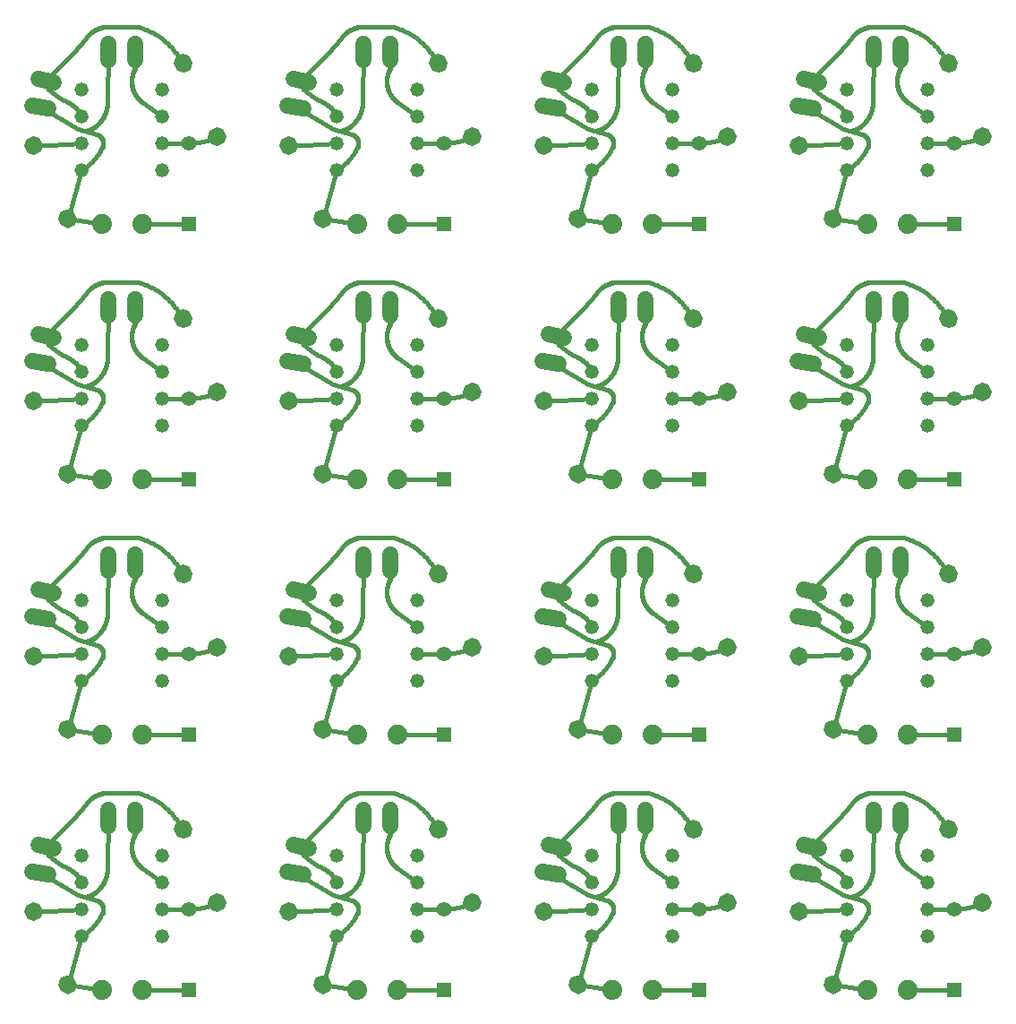
<source format=gtl>
G75*
%MOIN*%
%OFA0B0*%
%FSLAX25Y25*%
%IPPOS*%
%LPD*%
%AMOC8*
5,1,8,0,0,1.08239X$1,22.5*
%
%ADD10C,0.05200*%
%ADD11C,0.01320*%
%ADD12C,0.07400*%
%ADD13C,0.05937*%
%ADD14C,0.05543*%
%ADD15R,0.05543X0.05543*%
%ADD16C,0.01600*%
%ADD17C,0.01200*%
D10*
X0029487Y0033798D03*
X0029487Y0043798D03*
X0029487Y0053798D03*
X0029487Y0063798D03*
X0059487Y0063798D03*
X0059487Y0053798D03*
X0059487Y0043798D03*
X0059487Y0033798D03*
X0124487Y0033798D03*
X0124487Y0043798D03*
X0124487Y0053798D03*
X0124487Y0063798D03*
X0154487Y0063798D03*
X0154487Y0053798D03*
X0154487Y0043798D03*
X0154487Y0033798D03*
X0219487Y0033798D03*
X0219487Y0043798D03*
X0219487Y0053798D03*
X0219487Y0063798D03*
X0249487Y0063798D03*
X0249487Y0053798D03*
X0249487Y0043798D03*
X0249487Y0033798D03*
X0314487Y0033798D03*
X0314487Y0043798D03*
X0314487Y0053798D03*
X0314487Y0063798D03*
X0344487Y0063798D03*
X0344487Y0053798D03*
X0344487Y0043798D03*
X0344487Y0033798D03*
X0344487Y0128798D03*
X0344487Y0138798D03*
X0344487Y0148798D03*
X0344487Y0158798D03*
X0314487Y0158798D03*
X0314487Y0148798D03*
X0314487Y0138798D03*
X0314487Y0128798D03*
X0249487Y0128798D03*
X0249487Y0138798D03*
X0249487Y0148798D03*
X0249487Y0158798D03*
X0219487Y0158798D03*
X0219487Y0148798D03*
X0219487Y0138798D03*
X0219487Y0128798D03*
X0154487Y0128798D03*
X0154487Y0138798D03*
X0154487Y0148798D03*
X0154487Y0158798D03*
X0124487Y0158798D03*
X0124487Y0148798D03*
X0124487Y0138798D03*
X0124487Y0128798D03*
X0059487Y0128798D03*
X0059487Y0138798D03*
X0059487Y0148798D03*
X0059487Y0158798D03*
X0029487Y0158798D03*
X0029487Y0148798D03*
X0029487Y0138798D03*
X0029487Y0128798D03*
X0029487Y0223798D03*
X0029487Y0233798D03*
X0029487Y0243798D03*
X0029487Y0253798D03*
X0059487Y0253798D03*
X0059487Y0243798D03*
X0059487Y0233798D03*
X0059487Y0223798D03*
X0124487Y0223798D03*
X0124487Y0233798D03*
X0124487Y0243798D03*
X0124487Y0253798D03*
X0154487Y0253798D03*
X0154487Y0243798D03*
X0154487Y0233798D03*
X0154487Y0223798D03*
X0219487Y0223798D03*
X0219487Y0233798D03*
X0219487Y0243798D03*
X0219487Y0253798D03*
X0249487Y0253798D03*
X0249487Y0243798D03*
X0249487Y0233798D03*
X0249487Y0223798D03*
X0314487Y0223798D03*
X0314487Y0233798D03*
X0314487Y0243798D03*
X0314487Y0253798D03*
X0344487Y0253798D03*
X0344487Y0243798D03*
X0344487Y0233798D03*
X0344487Y0223798D03*
X0344487Y0318798D03*
X0344487Y0328798D03*
X0344487Y0338798D03*
X0344487Y0348798D03*
X0314487Y0348798D03*
X0314487Y0338798D03*
X0314487Y0328798D03*
X0314487Y0318798D03*
X0249487Y0318798D03*
X0249487Y0328798D03*
X0249487Y0338798D03*
X0249487Y0348798D03*
X0219487Y0348798D03*
X0219487Y0338798D03*
X0219487Y0328798D03*
X0219487Y0318798D03*
X0154487Y0318798D03*
X0154487Y0328798D03*
X0154487Y0338798D03*
X0154487Y0348798D03*
X0124487Y0348798D03*
X0124487Y0338798D03*
X0124487Y0328798D03*
X0124487Y0318798D03*
X0059487Y0318798D03*
X0059487Y0328798D03*
X0059487Y0338798D03*
X0059487Y0348798D03*
X0029487Y0348798D03*
X0029487Y0338798D03*
X0029487Y0328798D03*
X0029487Y0318798D03*
D11*
X0024781Y0017827D02*
X0024121Y0018487D01*
X0026176Y0017739D01*
X0027100Y0015758D01*
X0026352Y0013703D01*
X0024371Y0012779D01*
X0022316Y0013527D01*
X0021392Y0015508D01*
X0022140Y0017563D01*
X0024121Y0018487D01*
X0024168Y0017417D01*
X0025452Y0016949D01*
X0026030Y0015711D01*
X0025562Y0014427D01*
X0024324Y0013849D01*
X0023040Y0014317D01*
X0022462Y0015555D01*
X0022930Y0016839D01*
X0024168Y0017417D01*
X0024215Y0016346D01*
X0024728Y0016159D01*
X0024959Y0015664D01*
X0024772Y0015151D01*
X0024277Y0014920D01*
X0023764Y0015107D01*
X0023533Y0015602D01*
X0023720Y0016115D01*
X0024215Y0016346D01*
X0012103Y0045016D02*
X0011443Y0045676D01*
X0013498Y0044928D01*
X0014422Y0042947D01*
X0013674Y0040892D01*
X0011693Y0039968D01*
X0009638Y0040716D01*
X0008714Y0042697D01*
X0009462Y0044752D01*
X0011443Y0045676D01*
X0011490Y0044606D01*
X0012774Y0044138D01*
X0013352Y0042900D01*
X0012884Y0041616D01*
X0011646Y0041038D01*
X0010362Y0041506D01*
X0009784Y0042744D01*
X0010252Y0044028D01*
X0011490Y0044606D01*
X0011537Y0043535D01*
X0012050Y0043348D01*
X0012281Y0042853D01*
X0012094Y0042340D01*
X0011599Y0042109D01*
X0011086Y0042296D01*
X0010855Y0042791D01*
X0011042Y0043304D01*
X0011537Y0043535D01*
X0067781Y0075637D02*
X0067121Y0076297D01*
X0069176Y0075549D01*
X0070100Y0073568D01*
X0069352Y0071513D01*
X0067371Y0070589D01*
X0065316Y0071337D01*
X0064392Y0073318D01*
X0065140Y0075373D01*
X0067121Y0076297D01*
X0067168Y0075227D01*
X0068452Y0074759D01*
X0069030Y0073521D01*
X0068562Y0072237D01*
X0067324Y0071659D01*
X0066040Y0072127D01*
X0065462Y0073365D01*
X0065930Y0074649D01*
X0067168Y0075227D01*
X0067215Y0074156D01*
X0067728Y0073969D01*
X0067959Y0073474D01*
X0067772Y0072961D01*
X0067277Y0072730D01*
X0066764Y0072917D01*
X0066533Y0073412D01*
X0066720Y0073925D01*
X0067215Y0074156D01*
X0080459Y0048448D02*
X0079799Y0049108D01*
X0081854Y0048360D01*
X0082778Y0046379D01*
X0082030Y0044324D01*
X0080049Y0043400D01*
X0077994Y0044148D01*
X0077070Y0046129D01*
X0077818Y0048184D01*
X0079799Y0049108D01*
X0079846Y0048038D01*
X0081130Y0047570D01*
X0081708Y0046332D01*
X0081240Y0045048D01*
X0080002Y0044470D01*
X0078718Y0044938D01*
X0078140Y0046176D01*
X0078608Y0047460D01*
X0079846Y0048038D01*
X0079893Y0046967D01*
X0080406Y0046780D01*
X0080637Y0046285D01*
X0080450Y0045772D01*
X0079955Y0045541D01*
X0079442Y0045728D01*
X0079211Y0046223D01*
X0079398Y0046736D01*
X0079893Y0046967D01*
X0107103Y0045016D02*
X0106443Y0045676D01*
X0108498Y0044928D01*
X0109422Y0042947D01*
X0108674Y0040892D01*
X0106693Y0039968D01*
X0104638Y0040716D01*
X0103714Y0042697D01*
X0104462Y0044752D01*
X0106443Y0045676D01*
X0106490Y0044606D01*
X0107774Y0044138D01*
X0108352Y0042900D01*
X0107884Y0041616D01*
X0106646Y0041038D01*
X0105362Y0041506D01*
X0104784Y0042744D01*
X0105252Y0044028D01*
X0106490Y0044606D01*
X0106537Y0043535D01*
X0107050Y0043348D01*
X0107281Y0042853D01*
X0107094Y0042340D01*
X0106599Y0042109D01*
X0106086Y0042296D01*
X0105855Y0042791D01*
X0106042Y0043304D01*
X0106537Y0043535D01*
X0119781Y0017827D02*
X0119121Y0018487D01*
X0121176Y0017739D01*
X0122100Y0015758D01*
X0121352Y0013703D01*
X0119371Y0012779D01*
X0117316Y0013527D01*
X0116392Y0015508D01*
X0117140Y0017563D01*
X0119121Y0018487D01*
X0119168Y0017417D01*
X0120452Y0016949D01*
X0121030Y0015711D01*
X0120562Y0014427D01*
X0119324Y0013849D01*
X0118040Y0014317D01*
X0117462Y0015555D01*
X0117930Y0016839D01*
X0119168Y0017417D01*
X0119215Y0016346D01*
X0119728Y0016159D01*
X0119959Y0015664D01*
X0119772Y0015151D01*
X0119277Y0014920D01*
X0118764Y0015107D01*
X0118533Y0015602D01*
X0118720Y0016115D01*
X0119215Y0016346D01*
X0175459Y0048448D02*
X0174799Y0049108D01*
X0176854Y0048360D01*
X0177778Y0046379D01*
X0177030Y0044324D01*
X0175049Y0043400D01*
X0172994Y0044148D01*
X0172070Y0046129D01*
X0172818Y0048184D01*
X0174799Y0049108D01*
X0174846Y0048038D01*
X0176130Y0047570D01*
X0176708Y0046332D01*
X0176240Y0045048D01*
X0175002Y0044470D01*
X0173718Y0044938D01*
X0173140Y0046176D01*
X0173608Y0047460D01*
X0174846Y0048038D01*
X0174893Y0046967D01*
X0175406Y0046780D01*
X0175637Y0046285D01*
X0175450Y0045772D01*
X0174955Y0045541D01*
X0174442Y0045728D01*
X0174211Y0046223D01*
X0174398Y0046736D01*
X0174893Y0046967D01*
X0202103Y0045016D02*
X0201443Y0045676D01*
X0203498Y0044928D01*
X0204422Y0042947D01*
X0203674Y0040892D01*
X0201693Y0039968D01*
X0199638Y0040716D01*
X0198714Y0042697D01*
X0199462Y0044752D01*
X0201443Y0045676D01*
X0201490Y0044606D01*
X0202774Y0044138D01*
X0203352Y0042900D01*
X0202884Y0041616D01*
X0201646Y0041038D01*
X0200362Y0041506D01*
X0199784Y0042744D01*
X0200252Y0044028D01*
X0201490Y0044606D01*
X0201537Y0043535D01*
X0202050Y0043348D01*
X0202281Y0042853D01*
X0202094Y0042340D01*
X0201599Y0042109D01*
X0201086Y0042296D01*
X0200855Y0042791D01*
X0201042Y0043304D01*
X0201537Y0043535D01*
X0214781Y0017827D02*
X0214121Y0018487D01*
X0216176Y0017739D01*
X0217100Y0015758D01*
X0216352Y0013703D01*
X0214371Y0012779D01*
X0212316Y0013527D01*
X0211392Y0015508D01*
X0212140Y0017563D01*
X0214121Y0018487D01*
X0214168Y0017417D01*
X0215452Y0016949D01*
X0216030Y0015711D01*
X0215562Y0014427D01*
X0214324Y0013849D01*
X0213040Y0014317D01*
X0212462Y0015555D01*
X0212930Y0016839D01*
X0214168Y0017417D01*
X0214215Y0016346D01*
X0214728Y0016159D01*
X0214959Y0015664D01*
X0214772Y0015151D01*
X0214277Y0014920D01*
X0213764Y0015107D01*
X0213533Y0015602D01*
X0213720Y0016115D01*
X0214215Y0016346D01*
X0270459Y0048448D02*
X0269799Y0049108D01*
X0271854Y0048360D01*
X0272778Y0046379D01*
X0272030Y0044324D01*
X0270049Y0043400D01*
X0267994Y0044148D01*
X0267070Y0046129D01*
X0267818Y0048184D01*
X0269799Y0049108D01*
X0269846Y0048038D01*
X0271130Y0047570D01*
X0271708Y0046332D01*
X0271240Y0045048D01*
X0270002Y0044470D01*
X0268718Y0044938D01*
X0268140Y0046176D01*
X0268608Y0047460D01*
X0269846Y0048038D01*
X0269893Y0046967D01*
X0270406Y0046780D01*
X0270637Y0046285D01*
X0270450Y0045772D01*
X0269955Y0045541D01*
X0269442Y0045728D01*
X0269211Y0046223D01*
X0269398Y0046736D01*
X0269893Y0046967D01*
X0297103Y0045016D02*
X0296443Y0045676D01*
X0298498Y0044928D01*
X0299422Y0042947D01*
X0298674Y0040892D01*
X0296693Y0039968D01*
X0294638Y0040716D01*
X0293714Y0042697D01*
X0294462Y0044752D01*
X0296443Y0045676D01*
X0296490Y0044606D01*
X0297774Y0044138D01*
X0298352Y0042900D01*
X0297884Y0041616D01*
X0296646Y0041038D01*
X0295362Y0041506D01*
X0294784Y0042744D01*
X0295252Y0044028D01*
X0296490Y0044606D01*
X0296537Y0043535D01*
X0297050Y0043348D01*
X0297281Y0042853D01*
X0297094Y0042340D01*
X0296599Y0042109D01*
X0296086Y0042296D01*
X0295855Y0042791D01*
X0296042Y0043304D01*
X0296537Y0043535D01*
X0309781Y0017827D02*
X0309121Y0018487D01*
X0311176Y0017739D01*
X0312100Y0015758D01*
X0311352Y0013703D01*
X0309371Y0012779D01*
X0307316Y0013527D01*
X0306392Y0015508D01*
X0307140Y0017563D01*
X0309121Y0018487D01*
X0309168Y0017417D01*
X0310452Y0016949D01*
X0311030Y0015711D01*
X0310562Y0014427D01*
X0309324Y0013849D01*
X0308040Y0014317D01*
X0307462Y0015555D01*
X0307930Y0016839D01*
X0309168Y0017417D01*
X0309215Y0016346D01*
X0309728Y0016159D01*
X0309959Y0015664D01*
X0309772Y0015151D01*
X0309277Y0014920D01*
X0308764Y0015107D01*
X0308533Y0015602D01*
X0308720Y0016115D01*
X0309215Y0016346D01*
X0365459Y0048448D02*
X0364799Y0049108D01*
X0366854Y0048360D01*
X0367778Y0046379D01*
X0367030Y0044324D01*
X0365049Y0043400D01*
X0362994Y0044148D01*
X0362070Y0046129D01*
X0362818Y0048184D01*
X0364799Y0049108D01*
X0364846Y0048038D01*
X0366130Y0047570D01*
X0366708Y0046332D01*
X0366240Y0045048D01*
X0365002Y0044470D01*
X0363718Y0044938D01*
X0363140Y0046176D01*
X0363608Y0047460D01*
X0364846Y0048038D01*
X0364893Y0046967D01*
X0365406Y0046780D01*
X0365637Y0046285D01*
X0365450Y0045772D01*
X0364955Y0045541D01*
X0364442Y0045728D01*
X0364211Y0046223D01*
X0364398Y0046736D01*
X0364893Y0046967D01*
X0352781Y0075637D02*
X0352121Y0076297D01*
X0354176Y0075549D01*
X0355100Y0073568D01*
X0354352Y0071513D01*
X0352371Y0070589D01*
X0350316Y0071337D01*
X0349392Y0073318D01*
X0350140Y0075373D01*
X0352121Y0076297D01*
X0352168Y0075227D01*
X0353452Y0074759D01*
X0354030Y0073521D01*
X0353562Y0072237D01*
X0352324Y0071659D01*
X0351040Y0072127D01*
X0350462Y0073365D01*
X0350930Y0074649D01*
X0352168Y0075227D01*
X0352215Y0074156D01*
X0352728Y0073969D01*
X0352959Y0073474D01*
X0352772Y0072961D01*
X0352277Y0072730D01*
X0351764Y0072917D01*
X0351533Y0073412D01*
X0351720Y0073925D01*
X0352215Y0074156D01*
X0309781Y0112827D02*
X0309121Y0113487D01*
X0311176Y0112739D01*
X0312100Y0110758D01*
X0311352Y0108703D01*
X0309371Y0107779D01*
X0307316Y0108527D01*
X0306392Y0110508D01*
X0307140Y0112563D01*
X0309121Y0113487D01*
X0309168Y0112417D01*
X0310452Y0111949D01*
X0311030Y0110711D01*
X0310562Y0109427D01*
X0309324Y0108849D01*
X0308040Y0109317D01*
X0307462Y0110555D01*
X0307930Y0111839D01*
X0309168Y0112417D01*
X0309215Y0111346D01*
X0309728Y0111159D01*
X0309959Y0110664D01*
X0309772Y0110151D01*
X0309277Y0109920D01*
X0308764Y0110107D01*
X0308533Y0110602D01*
X0308720Y0111115D01*
X0309215Y0111346D01*
X0297103Y0140016D02*
X0296443Y0140676D01*
X0298498Y0139928D01*
X0299422Y0137947D01*
X0298674Y0135892D01*
X0296693Y0134968D01*
X0294638Y0135716D01*
X0293714Y0137697D01*
X0294462Y0139752D01*
X0296443Y0140676D01*
X0296490Y0139606D01*
X0297774Y0139138D01*
X0298352Y0137900D01*
X0297884Y0136616D01*
X0296646Y0136038D01*
X0295362Y0136506D01*
X0294784Y0137744D01*
X0295252Y0139028D01*
X0296490Y0139606D01*
X0296537Y0138535D01*
X0297050Y0138348D01*
X0297281Y0137853D01*
X0297094Y0137340D01*
X0296599Y0137109D01*
X0296086Y0137296D01*
X0295855Y0137791D01*
X0296042Y0138304D01*
X0296537Y0138535D01*
X0270459Y0143448D02*
X0269799Y0144108D01*
X0271854Y0143360D01*
X0272778Y0141379D01*
X0272030Y0139324D01*
X0270049Y0138400D01*
X0267994Y0139148D01*
X0267070Y0141129D01*
X0267818Y0143184D01*
X0269799Y0144108D01*
X0269846Y0143038D01*
X0271130Y0142570D01*
X0271708Y0141332D01*
X0271240Y0140048D01*
X0270002Y0139470D01*
X0268718Y0139938D01*
X0268140Y0141176D01*
X0268608Y0142460D01*
X0269846Y0143038D01*
X0269893Y0141967D01*
X0270406Y0141780D01*
X0270637Y0141285D01*
X0270450Y0140772D01*
X0269955Y0140541D01*
X0269442Y0140728D01*
X0269211Y0141223D01*
X0269398Y0141736D01*
X0269893Y0141967D01*
X0257781Y0170637D02*
X0257121Y0171297D01*
X0259176Y0170549D01*
X0260100Y0168568D01*
X0259352Y0166513D01*
X0257371Y0165589D01*
X0255316Y0166337D01*
X0254392Y0168318D01*
X0255140Y0170373D01*
X0257121Y0171297D01*
X0257168Y0170227D01*
X0258452Y0169759D01*
X0259030Y0168521D01*
X0258562Y0167237D01*
X0257324Y0166659D01*
X0256040Y0167127D01*
X0255462Y0168365D01*
X0255930Y0169649D01*
X0257168Y0170227D01*
X0257215Y0169156D01*
X0257728Y0168969D01*
X0257959Y0168474D01*
X0257772Y0167961D01*
X0257277Y0167730D01*
X0256764Y0167917D01*
X0256533Y0168412D01*
X0256720Y0168925D01*
X0257215Y0169156D01*
X0214781Y0207827D02*
X0214121Y0208487D01*
X0216176Y0207739D01*
X0217100Y0205758D01*
X0216352Y0203703D01*
X0214371Y0202779D01*
X0212316Y0203527D01*
X0211392Y0205508D01*
X0212140Y0207563D01*
X0214121Y0208487D01*
X0214168Y0207417D01*
X0215452Y0206949D01*
X0216030Y0205711D01*
X0215562Y0204427D01*
X0214324Y0203849D01*
X0213040Y0204317D01*
X0212462Y0205555D01*
X0212930Y0206839D01*
X0214168Y0207417D01*
X0214215Y0206346D01*
X0214728Y0206159D01*
X0214959Y0205664D01*
X0214772Y0205151D01*
X0214277Y0204920D01*
X0213764Y0205107D01*
X0213533Y0205602D01*
X0213720Y0206115D01*
X0214215Y0206346D01*
X0202103Y0235016D02*
X0201443Y0235676D01*
X0203498Y0234928D01*
X0204422Y0232947D01*
X0203674Y0230892D01*
X0201693Y0229968D01*
X0199638Y0230716D01*
X0198714Y0232697D01*
X0199462Y0234752D01*
X0201443Y0235676D01*
X0201490Y0234606D01*
X0202774Y0234138D01*
X0203352Y0232900D01*
X0202884Y0231616D01*
X0201646Y0231038D01*
X0200362Y0231506D01*
X0199784Y0232744D01*
X0200252Y0234028D01*
X0201490Y0234606D01*
X0201537Y0233535D01*
X0202050Y0233348D01*
X0202281Y0232853D01*
X0202094Y0232340D01*
X0201599Y0232109D01*
X0201086Y0232296D01*
X0200855Y0232791D01*
X0201042Y0233304D01*
X0201537Y0233535D01*
X0175459Y0238448D02*
X0174799Y0239108D01*
X0176854Y0238360D01*
X0177778Y0236379D01*
X0177030Y0234324D01*
X0175049Y0233400D01*
X0172994Y0234148D01*
X0172070Y0236129D01*
X0172818Y0238184D01*
X0174799Y0239108D01*
X0174846Y0238038D01*
X0176130Y0237570D01*
X0176708Y0236332D01*
X0176240Y0235048D01*
X0175002Y0234470D01*
X0173718Y0234938D01*
X0173140Y0236176D01*
X0173608Y0237460D01*
X0174846Y0238038D01*
X0174893Y0236967D01*
X0175406Y0236780D01*
X0175637Y0236285D01*
X0175450Y0235772D01*
X0174955Y0235541D01*
X0174442Y0235728D01*
X0174211Y0236223D01*
X0174398Y0236736D01*
X0174893Y0236967D01*
X0162781Y0265637D02*
X0162121Y0266297D01*
X0164176Y0265549D01*
X0165100Y0263568D01*
X0164352Y0261513D01*
X0162371Y0260589D01*
X0160316Y0261337D01*
X0159392Y0263318D01*
X0160140Y0265373D01*
X0162121Y0266297D01*
X0162168Y0265227D01*
X0163452Y0264759D01*
X0164030Y0263521D01*
X0163562Y0262237D01*
X0162324Y0261659D01*
X0161040Y0262127D01*
X0160462Y0263365D01*
X0160930Y0264649D01*
X0162168Y0265227D01*
X0162215Y0264156D01*
X0162728Y0263969D01*
X0162959Y0263474D01*
X0162772Y0262961D01*
X0162277Y0262730D01*
X0161764Y0262917D01*
X0161533Y0263412D01*
X0161720Y0263925D01*
X0162215Y0264156D01*
X0119781Y0302827D02*
X0119121Y0303487D01*
X0121176Y0302739D01*
X0122100Y0300758D01*
X0121352Y0298703D01*
X0119371Y0297779D01*
X0117316Y0298527D01*
X0116392Y0300508D01*
X0117140Y0302563D01*
X0119121Y0303487D01*
X0119168Y0302417D01*
X0120452Y0301949D01*
X0121030Y0300711D01*
X0120562Y0299427D01*
X0119324Y0298849D01*
X0118040Y0299317D01*
X0117462Y0300555D01*
X0117930Y0301839D01*
X0119168Y0302417D01*
X0119215Y0301346D01*
X0119728Y0301159D01*
X0119959Y0300664D01*
X0119772Y0300151D01*
X0119277Y0299920D01*
X0118764Y0300107D01*
X0118533Y0300602D01*
X0118720Y0301115D01*
X0119215Y0301346D01*
X0107103Y0330016D02*
X0106443Y0330676D01*
X0108498Y0329928D01*
X0109422Y0327947D01*
X0108674Y0325892D01*
X0106693Y0324968D01*
X0104638Y0325716D01*
X0103714Y0327697D01*
X0104462Y0329752D01*
X0106443Y0330676D01*
X0106490Y0329606D01*
X0107774Y0329138D01*
X0108352Y0327900D01*
X0107884Y0326616D01*
X0106646Y0326038D01*
X0105362Y0326506D01*
X0104784Y0327744D01*
X0105252Y0329028D01*
X0106490Y0329606D01*
X0106537Y0328535D01*
X0107050Y0328348D01*
X0107281Y0327853D01*
X0107094Y0327340D01*
X0106599Y0327109D01*
X0106086Y0327296D01*
X0105855Y0327791D01*
X0106042Y0328304D01*
X0106537Y0328535D01*
X0080459Y0333448D02*
X0079799Y0334108D01*
X0081854Y0333360D01*
X0082778Y0331379D01*
X0082030Y0329324D01*
X0080049Y0328400D01*
X0077994Y0329148D01*
X0077070Y0331129D01*
X0077818Y0333184D01*
X0079799Y0334108D01*
X0079846Y0333038D01*
X0081130Y0332570D01*
X0081708Y0331332D01*
X0081240Y0330048D01*
X0080002Y0329470D01*
X0078718Y0329938D01*
X0078140Y0331176D01*
X0078608Y0332460D01*
X0079846Y0333038D01*
X0079893Y0331967D01*
X0080406Y0331780D01*
X0080637Y0331285D01*
X0080450Y0330772D01*
X0079955Y0330541D01*
X0079442Y0330728D01*
X0079211Y0331223D01*
X0079398Y0331736D01*
X0079893Y0331967D01*
X0067781Y0360637D02*
X0067121Y0361297D01*
X0069176Y0360549D01*
X0070100Y0358568D01*
X0069352Y0356513D01*
X0067371Y0355589D01*
X0065316Y0356337D01*
X0064392Y0358318D01*
X0065140Y0360373D01*
X0067121Y0361297D01*
X0067168Y0360227D01*
X0068452Y0359759D01*
X0069030Y0358521D01*
X0068562Y0357237D01*
X0067324Y0356659D01*
X0066040Y0357127D01*
X0065462Y0358365D01*
X0065930Y0359649D01*
X0067168Y0360227D01*
X0067215Y0359156D01*
X0067728Y0358969D01*
X0067959Y0358474D01*
X0067772Y0357961D01*
X0067277Y0357730D01*
X0066764Y0357917D01*
X0066533Y0358412D01*
X0066720Y0358925D01*
X0067215Y0359156D01*
X0012103Y0330016D02*
X0011443Y0330676D01*
X0013498Y0329928D01*
X0014422Y0327947D01*
X0013674Y0325892D01*
X0011693Y0324968D01*
X0009638Y0325716D01*
X0008714Y0327697D01*
X0009462Y0329752D01*
X0011443Y0330676D01*
X0011490Y0329606D01*
X0012774Y0329138D01*
X0013352Y0327900D01*
X0012884Y0326616D01*
X0011646Y0326038D01*
X0010362Y0326506D01*
X0009784Y0327744D01*
X0010252Y0329028D01*
X0011490Y0329606D01*
X0011537Y0328535D01*
X0012050Y0328348D01*
X0012281Y0327853D01*
X0012094Y0327340D01*
X0011599Y0327109D01*
X0011086Y0327296D01*
X0010855Y0327791D01*
X0011042Y0328304D01*
X0011537Y0328535D01*
X0024781Y0302827D02*
X0024121Y0303487D01*
X0026176Y0302739D01*
X0027100Y0300758D01*
X0026352Y0298703D01*
X0024371Y0297779D01*
X0022316Y0298527D01*
X0021392Y0300508D01*
X0022140Y0302563D01*
X0024121Y0303487D01*
X0024168Y0302417D01*
X0025452Y0301949D01*
X0026030Y0300711D01*
X0025562Y0299427D01*
X0024324Y0298849D01*
X0023040Y0299317D01*
X0022462Y0300555D01*
X0022930Y0301839D01*
X0024168Y0302417D01*
X0024215Y0301346D01*
X0024728Y0301159D01*
X0024959Y0300664D01*
X0024772Y0300151D01*
X0024277Y0299920D01*
X0023764Y0300107D01*
X0023533Y0300602D01*
X0023720Y0301115D01*
X0024215Y0301346D01*
X0067781Y0265637D02*
X0067121Y0266297D01*
X0069176Y0265549D01*
X0070100Y0263568D01*
X0069352Y0261513D01*
X0067371Y0260589D01*
X0065316Y0261337D01*
X0064392Y0263318D01*
X0065140Y0265373D01*
X0067121Y0266297D01*
X0067168Y0265227D01*
X0068452Y0264759D01*
X0069030Y0263521D01*
X0068562Y0262237D01*
X0067324Y0261659D01*
X0066040Y0262127D01*
X0065462Y0263365D01*
X0065930Y0264649D01*
X0067168Y0265227D01*
X0067215Y0264156D01*
X0067728Y0263969D01*
X0067959Y0263474D01*
X0067772Y0262961D01*
X0067277Y0262730D01*
X0066764Y0262917D01*
X0066533Y0263412D01*
X0066720Y0263925D01*
X0067215Y0264156D01*
X0080459Y0238448D02*
X0079799Y0239108D01*
X0081854Y0238360D01*
X0082778Y0236379D01*
X0082030Y0234324D01*
X0080049Y0233400D01*
X0077994Y0234148D01*
X0077070Y0236129D01*
X0077818Y0238184D01*
X0079799Y0239108D01*
X0079846Y0238038D01*
X0081130Y0237570D01*
X0081708Y0236332D01*
X0081240Y0235048D01*
X0080002Y0234470D01*
X0078718Y0234938D01*
X0078140Y0236176D01*
X0078608Y0237460D01*
X0079846Y0238038D01*
X0079893Y0236967D01*
X0080406Y0236780D01*
X0080637Y0236285D01*
X0080450Y0235772D01*
X0079955Y0235541D01*
X0079442Y0235728D01*
X0079211Y0236223D01*
X0079398Y0236736D01*
X0079893Y0236967D01*
X0107103Y0235016D02*
X0106443Y0235676D01*
X0108498Y0234928D01*
X0109422Y0232947D01*
X0108674Y0230892D01*
X0106693Y0229968D01*
X0104638Y0230716D01*
X0103714Y0232697D01*
X0104462Y0234752D01*
X0106443Y0235676D01*
X0106490Y0234606D01*
X0107774Y0234138D01*
X0108352Y0232900D01*
X0107884Y0231616D01*
X0106646Y0231038D01*
X0105362Y0231506D01*
X0104784Y0232744D01*
X0105252Y0234028D01*
X0106490Y0234606D01*
X0106537Y0233535D01*
X0107050Y0233348D01*
X0107281Y0232853D01*
X0107094Y0232340D01*
X0106599Y0232109D01*
X0106086Y0232296D01*
X0105855Y0232791D01*
X0106042Y0233304D01*
X0106537Y0233535D01*
X0119781Y0207827D02*
X0119121Y0208487D01*
X0121176Y0207739D01*
X0122100Y0205758D01*
X0121352Y0203703D01*
X0119371Y0202779D01*
X0117316Y0203527D01*
X0116392Y0205508D01*
X0117140Y0207563D01*
X0119121Y0208487D01*
X0119168Y0207417D01*
X0120452Y0206949D01*
X0121030Y0205711D01*
X0120562Y0204427D01*
X0119324Y0203849D01*
X0118040Y0204317D01*
X0117462Y0205555D01*
X0117930Y0206839D01*
X0119168Y0207417D01*
X0119215Y0206346D01*
X0119728Y0206159D01*
X0119959Y0205664D01*
X0119772Y0205151D01*
X0119277Y0204920D01*
X0118764Y0205107D01*
X0118533Y0205602D01*
X0118720Y0206115D01*
X0119215Y0206346D01*
X0162781Y0170637D02*
X0162121Y0171297D01*
X0164176Y0170549D01*
X0165100Y0168568D01*
X0164352Y0166513D01*
X0162371Y0165589D01*
X0160316Y0166337D01*
X0159392Y0168318D01*
X0160140Y0170373D01*
X0162121Y0171297D01*
X0162168Y0170227D01*
X0163452Y0169759D01*
X0164030Y0168521D01*
X0163562Y0167237D01*
X0162324Y0166659D01*
X0161040Y0167127D01*
X0160462Y0168365D01*
X0160930Y0169649D01*
X0162168Y0170227D01*
X0162215Y0169156D01*
X0162728Y0168969D01*
X0162959Y0168474D01*
X0162772Y0167961D01*
X0162277Y0167730D01*
X0161764Y0167917D01*
X0161533Y0168412D01*
X0161720Y0168925D01*
X0162215Y0169156D01*
X0175459Y0143448D02*
X0174799Y0144108D01*
X0176854Y0143360D01*
X0177778Y0141379D01*
X0177030Y0139324D01*
X0175049Y0138400D01*
X0172994Y0139148D01*
X0172070Y0141129D01*
X0172818Y0143184D01*
X0174799Y0144108D01*
X0174846Y0143038D01*
X0176130Y0142570D01*
X0176708Y0141332D01*
X0176240Y0140048D01*
X0175002Y0139470D01*
X0173718Y0139938D01*
X0173140Y0141176D01*
X0173608Y0142460D01*
X0174846Y0143038D01*
X0174893Y0141967D01*
X0175406Y0141780D01*
X0175637Y0141285D01*
X0175450Y0140772D01*
X0174955Y0140541D01*
X0174442Y0140728D01*
X0174211Y0141223D01*
X0174398Y0141736D01*
X0174893Y0141967D01*
X0202103Y0140016D02*
X0201443Y0140676D01*
X0203498Y0139928D01*
X0204422Y0137947D01*
X0203674Y0135892D01*
X0201693Y0134968D01*
X0199638Y0135716D01*
X0198714Y0137697D01*
X0199462Y0139752D01*
X0201443Y0140676D01*
X0201490Y0139606D01*
X0202774Y0139138D01*
X0203352Y0137900D01*
X0202884Y0136616D01*
X0201646Y0136038D01*
X0200362Y0136506D01*
X0199784Y0137744D01*
X0200252Y0139028D01*
X0201490Y0139606D01*
X0201537Y0138535D01*
X0202050Y0138348D01*
X0202281Y0137853D01*
X0202094Y0137340D01*
X0201599Y0137109D01*
X0201086Y0137296D01*
X0200855Y0137791D01*
X0201042Y0138304D01*
X0201537Y0138535D01*
X0214781Y0112827D02*
X0214121Y0113487D01*
X0216176Y0112739D01*
X0217100Y0110758D01*
X0216352Y0108703D01*
X0214371Y0107779D01*
X0212316Y0108527D01*
X0211392Y0110508D01*
X0212140Y0112563D01*
X0214121Y0113487D01*
X0214168Y0112417D01*
X0215452Y0111949D01*
X0216030Y0110711D01*
X0215562Y0109427D01*
X0214324Y0108849D01*
X0213040Y0109317D01*
X0212462Y0110555D01*
X0212930Y0111839D01*
X0214168Y0112417D01*
X0214215Y0111346D01*
X0214728Y0111159D01*
X0214959Y0110664D01*
X0214772Y0110151D01*
X0214277Y0109920D01*
X0213764Y0110107D01*
X0213533Y0110602D01*
X0213720Y0111115D01*
X0214215Y0111346D01*
X0257781Y0075637D02*
X0257121Y0076297D01*
X0259176Y0075549D01*
X0260100Y0073568D01*
X0259352Y0071513D01*
X0257371Y0070589D01*
X0255316Y0071337D01*
X0254392Y0073318D01*
X0255140Y0075373D01*
X0257121Y0076297D01*
X0257168Y0075227D01*
X0258452Y0074759D01*
X0259030Y0073521D01*
X0258562Y0072237D01*
X0257324Y0071659D01*
X0256040Y0072127D01*
X0255462Y0073365D01*
X0255930Y0074649D01*
X0257168Y0075227D01*
X0257215Y0074156D01*
X0257728Y0073969D01*
X0257959Y0073474D01*
X0257772Y0072961D01*
X0257277Y0072730D01*
X0256764Y0072917D01*
X0256533Y0073412D01*
X0256720Y0073925D01*
X0257215Y0074156D01*
X0162781Y0075637D02*
X0162121Y0076297D01*
X0164176Y0075549D01*
X0165100Y0073568D01*
X0164352Y0071513D01*
X0162371Y0070589D01*
X0160316Y0071337D01*
X0159392Y0073318D01*
X0160140Y0075373D01*
X0162121Y0076297D01*
X0162168Y0075227D01*
X0163452Y0074759D01*
X0164030Y0073521D01*
X0163562Y0072237D01*
X0162324Y0071659D01*
X0161040Y0072127D01*
X0160462Y0073365D01*
X0160930Y0074649D01*
X0162168Y0075227D01*
X0162215Y0074156D01*
X0162728Y0073969D01*
X0162959Y0073474D01*
X0162772Y0072961D01*
X0162277Y0072730D01*
X0161764Y0072917D01*
X0161533Y0073412D01*
X0161720Y0073925D01*
X0162215Y0074156D01*
X0119781Y0112827D02*
X0119121Y0113487D01*
X0121176Y0112739D01*
X0122100Y0110758D01*
X0121352Y0108703D01*
X0119371Y0107779D01*
X0117316Y0108527D01*
X0116392Y0110508D01*
X0117140Y0112563D01*
X0119121Y0113487D01*
X0119168Y0112417D01*
X0120452Y0111949D01*
X0121030Y0110711D01*
X0120562Y0109427D01*
X0119324Y0108849D01*
X0118040Y0109317D01*
X0117462Y0110555D01*
X0117930Y0111839D01*
X0119168Y0112417D01*
X0119215Y0111346D01*
X0119728Y0111159D01*
X0119959Y0110664D01*
X0119772Y0110151D01*
X0119277Y0109920D01*
X0118764Y0110107D01*
X0118533Y0110602D01*
X0118720Y0111115D01*
X0119215Y0111346D01*
X0107103Y0140016D02*
X0106443Y0140676D01*
X0108498Y0139928D01*
X0109422Y0137947D01*
X0108674Y0135892D01*
X0106693Y0134968D01*
X0104638Y0135716D01*
X0103714Y0137697D01*
X0104462Y0139752D01*
X0106443Y0140676D01*
X0106490Y0139606D01*
X0107774Y0139138D01*
X0108352Y0137900D01*
X0107884Y0136616D01*
X0106646Y0136038D01*
X0105362Y0136506D01*
X0104784Y0137744D01*
X0105252Y0139028D01*
X0106490Y0139606D01*
X0106537Y0138535D01*
X0107050Y0138348D01*
X0107281Y0137853D01*
X0107094Y0137340D01*
X0106599Y0137109D01*
X0106086Y0137296D01*
X0105855Y0137791D01*
X0106042Y0138304D01*
X0106537Y0138535D01*
X0080459Y0143448D02*
X0079799Y0144108D01*
X0081854Y0143360D01*
X0082778Y0141379D01*
X0082030Y0139324D01*
X0080049Y0138400D01*
X0077994Y0139148D01*
X0077070Y0141129D01*
X0077818Y0143184D01*
X0079799Y0144108D01*
X0079846Y0143038D01*
X0081130Y0142570D01*
X0081708Y0141332D01*
X0081240Y0140048D01*
X0080002Y0139470D01*
X0078718Y0139938D01*
X0078140Y0141176D01*
X0078608Y0142460D01*
X0079846Y0143038D01*
X0079893Y0141967D01*
X0080406Y0141780D01*
X0080637Y0141285D01*
X0080450Y0140772D01*
X0079955Y0140541D01*
X0079442Y0140728D01*
X0079211Y0141223D01*
X0079398Y0141736D01*
X0079893Y0141967D01*
X0067781Y0170637D02*
X0067121Y0171297D01*
X0069176Y0170549D01*
X0070100Y0168568D01*
X0069352Y0166513D01*
X0067371Y0165589D01*
X0065316Y0166337D01*
X0064392Y0168318D01*
X0065140Y0170373D01*
X0067121Y0171297D01*
X0067168Y0170227D01*
X0068452Y0169759D01*
X0069030Y0168521D01*
X0068562Y0167237D01*
X0067324Y0166659D01*
X0066040Y0167127D01*
X0065462Y0168365D01*
X0065930Y0169649D01*
X0067168Y0170227D01*
X0067215Y0169156D01*
X0067728Y0168969D01*
X0067959Y0168474D01*
X0067772Y0167961D01*
X0067277Y0167730D01*
X0066764Y0167917D01*
X0066533Y0168412D01*
X0066720Y0168925D01*
X0067215Y0169156D01*
X0024781Y0207827D02*
X0024121Y0208487D01*
X0026176Y0207739D01*
X0027100Y0205758D01*
X0026352Y0203703D01*
X0024371Y0202779D01*
X0022316Y0203527D01*
X0021392Y0205508D01*
X0022140Y0207563D01*
X0024121Y0208487D01*
X0024168Y0207417D01*
X0025452Y0206949D01*
X0026030Y0205711D01*
X0025562Y0204427D01*
X0024324Y0203849D01*
X0023040Y0204317D01*
X0022462Y0205555D01*
X0022930Y0206839D01*
X0024168Y0207417D01*
X0024215Y0206346D01*
X0024728Y0206159D01*
X0024959Y0205664D01*
X0024772Y0205151D01*
X0024277Y0204920D01*
X0023764Y0205107D01*
X0023533Y0205602D01*
X0023720Y0206115D01*
X0024215Y0206346D01*
X0012103Y0235016D02*
X0011443Y0235676D01*
X0013498Y0234928D01*
X0014422Y0232947D01*
X0013674Y0230892D01*
X0011693Y0229968D01*
X0009638Y0230716D01*
X0008714Y0232697D01*
X0009462Y0234752D01*
X0011443Y0235676D01*
X0011490Y0234606D01*
X0012774Y0234138D01*
X0013352Y0232900D01*
X0012884Y0231616D01*
X0011646Y0231038D01*
X0010362Y0231506D01*
X0009784Y0232744D01*
X0010252Y0234028D01*
X0011490Y0234606D01*
X0011537Y0233535D01*
X0012050Y0233348D01*
X0012281Y0232853D01*
X0012094Y0232340D01*
X0011599Y0232109D01*
X0011086Y0232296D01*
X0010855Y0232791D01*
X0011042Y0233304D01*
X0011537Y0233535D01*
X0012103Y0140016D02*
X0011443Y0140676D01*
X0013498Y0139928D01*
X0014422Y0137947D01*
X0013674Y0135892D01*
X0011693Y0134968D01*
X0009638Y0135716D01*
X0008714Y0137697D01*
X0009462Y0139752D01*
X0011443Y0140676D01*
X0011490Y0139606D01*
X0012774Y0139138D01*
X0013352Y0137900D01*
X0012884Y0136616D01*
X0011646Y0136038D01*
X0010362Y0136506D01*
X0009784Y0137744D01*
X0010252Y0139028D01*
X0011490Y0139606D01*
X0011537Y0138535D01*
X0012050Y0138348D01*
X0012281Y0137853D01*
X0012094Y0137340D01*
X0011599Y0137109D01*
X0011086Y0137296D01*
X0010855Y0137791D01*
X0011042Y0138304D01*
X0011537Y0138535D01*
X0024781Y0112827D02*
X0024121Y0113487D01*
X0026176Y0112739D01*
X0027100Y0110758D01*
X0026352Y0108703D01*
X0024371Y0107779D01*
X0022316Y0108527D01*
X0021392Y0110508D01*
X0022140Y0112563D01*
X0024121Y0113487D01*
X0024168Y0112417D01*
X0025452Y0111949D01*
X0026030Y0110711D01*
X0025562Y0109427D01*
X0024324Y0108849D01*
X0023040Y0109317D01*
X0022462Y0110555D01*
X0022930Y0111839D01*
X0024168Y0112417D01*
X0024215Y0111346D01*
X0024728Y0111159D01*
X0024959Y0110664D01*
X0024772Y0110151D01*
X0024277Y0109920D01*
X0023764Y0110107D01*
X0023533Y0110602D01*
X0023720Y0111115D01*
X0024215Y0111346D01*
X0214781Y0302827D02*
X0214121Y0303487D01*
X0216176Y0302739D01*
X0217100Y0300758D01*
X0216352Y0298703D01*
X0214371Y0297779D01*
X0212316Y0298527D01*
X0211392Y0300508D01*
X0212140Y0302563D01*
X0214121Y0303487D01*
X0214168Y0302417D01*
X0215452Y0301949D01*
X0216030Y0300711D01*
X0215562Y0299427D01*
X0214324Y0298849D01*
X0213040Y0299317D01*
X0212462Y0300555D01*
X0212930Y0301839D01*
X0214168Y0302417D01*
X0214215Y0301346D01*
X0214728Y0301159D01*
X0214959Y0300664D01*
X0214772Y0300151D01*
X0214277Y0299920D01*
X0213764Y0300107D01*
X0213533Y0300602D01*
X0213720Y0301115D01*
X0214215Y0301346D01*
X0202103Y0330016D02*
X0201443Y0330676D01*
X0203498Y0329928D01*
X0204422Y0327947D01*
X0203674Y0325892D01*
X0201693Y0324968D01*
X0199638Y0325716D01*
X0198714Y0327697D01*
X0199462Y0329752D01*
X0201443Y0330676D01*
X0201490Y0329606D01*
X0202774Y0329138D01*
X0203352Y0327900D01*
X0202884Y0326616D01*
X0201646Y0326038D01*
X0200362Y0326506D01*
X0199784Y0327744D01*
X0200252Y0329028D01*
X0201490Y0329606D01*
X0201537Y0328535D01*
X0202050Y0328348D01*
X0202281Y0327853D01*
X0202094Y0327340D01*
X0201599Y0327109D01*
X0201086Y0327296D01*
X0200855Y0327791D01*
X0201042Y0328304D01*
X0201537Y0328535D01*
X0175459Y0333448D02*
X0174799Y0334108D01*
X0176854Y0333360D01*
X0177778Y0331379D01*
X0177030Y0329324D01*
X0175049Y0328400D01*
X0172994Y0329148D01*
X0172070Y0331129D01*
X0172818Y0333184D01*
X0174799Y0334108D01*
X0174846Y0333038D01*
X0176130Y0332570D01*
X0176708Y0331332D01*
X0176240Y0330048D01*
X0175002Y0329470D01*
X0173718Y0329938D01*
X0173140Y0331176D01*
X0173608Y0332460D01*
X0174846Y0333038D01*
X0174893Y0331967D01*
X0175406Y0331780D01*
X0175637Y0331285D01*
X0175450Y0330772D01*
X0174955Y0330541D01*
X0174442Y0330728D01*
X0174211Y0331223D01*
X0174398Y0331736D01*
X0174893Y0331967D01*
X0162781Y0360637D02*
X0162121Y0361297D01*
X0164176Y0360549D01*
X0165100Y0358568D01*
X0164352Y0356513D01*
X0162371Y0355589D01*
X0160316Y0356337D01*
X0159392Y0358318D01*
X0160140Y0360373D01*
X0162121Y0361297D01*
X0162168Y0360227D01*
X0163452Y0359759D01*
X0164030Y0358521D01*
X0163562Y0357237D01*
X0162324Y0356659D01*
X0161040Y0357127D01*
X0160462Y0358365D01*
X0160930Y0359649D01*
X0162168Y0360227D01*
X0162215Y0359156D01*
X0162728Y0358969D01*
X0162959Y0358474D01*
X0162772Y0357961D01*
X0162277Y0357730D01*
X0161764Y0357917D01*
X0161533Y0358412D01*
X0161720Y0358925D01*
X0162215Y0359156D01*
X0257781Y0360637D02*
X0257121Y0361297D01*
X0259176Y0360549D01*
X0260100Y0358568D01*
X0259352Y0356513D01*
X0257371Y0355589D01*
X0255316Y0356337D01*
X0254392Y0358318D01*
X0255140Y0360373D01*
X0257121Y0361297D01*
X0257168Y0360227D01*
X0258452Y0359759D01*
X0259030Y0358521D01*
X0258562Y0357237D01*
X0257324Y0356659D01*
X0256040Y0357127D01*
X0255462Y0358365D01*
X0255930Y0359649D01*
X0257168Y0360227D01*
X0257215Y0359156D01*
X0257728Y0358969D01*
X0257959Y0358474D01*
X0257772Y0357961D01*
X0257277Y0357730D01*
X0256764Y0357917D01*
X0256533Y0358412D01*
X0256720Y0358925D01*
X0257215Y0359156D01*
X0270459Y0333448D02*
X0269799Y0334108D01*
X0271854Y0333360D01*
X0272778Y0331379D01*
X0272030Y0329324D01*
X0270049Y0328400D01*
X0267994Y0329148D01*
X0267070Y0331129D01*
X0267818Y0333184D01*
X0269799Y0334108D01*
X0269846Y0333038D01*
X0271130Y0332570D01*
X0271708Y0331332D01*
X0271240Y0330048D01*
X0270002Y0329470D01*
X0268718Y0329938D01*
X0268140Y0331176D01*
X0268608Y0332460D01*
X0269846Y0333038D01*
X0269893Y0331967D01*
X0270406Y0331780D01*
X0270637Y0331285D01*
X0270450Y0330772D01*
X0269955Y0330541D01*
X0269442Y0330728D01*
X0269211Y0331223D01*
X0269398Y0331736D01*
X0269893Y0331967D01*
X0297103Y0330016D02*
X0296443Y0330676D01*
X0298498Y0329928D01*
X0299422Y0327947D01*
X0298674Y0325892D01*
X0296693Y0324968D01*
X0294638Y0325716D01*
X0293714Y0327697D01*
X0294462Y0329752D01*
X0296443Y0330676D01*
X0296490Y0329606D01*
X0297774Y0329138D01*
X0298352Y0327900D01*
X0297884Y0326616D01*
X0296646Y0326038D01*
X0295362Y0326506D01*
X0294784Y0327744D01*
X0295252Y0329028D01*
X0296490Y0329606D01*
X0296537Y0328535D01*
X0297050Y0328348D01*
X0297281Y0327853D01*
X0297094Y0327340D01*
X0296599Y0327109D01*
X0296086Y0327296D01*
X0295855Y0327791D01*
X0296042Y0328304D01*
X0296537Y0328535D01*
X0309781Y0302827D02*
X0309121Y0303487D01*
X0311176Y0302739D01*
X0312100Y0300758D01*
X0311352Y0298703D01*
X0309371Y0297779D01*
X0307316Y0298527D01*
X0306392Y0300508D01*
X0307140Y0302563D01*
X0309121Y0303487D01*
X0309168Y0302417D01*
X0310452Y0301949D01*
X0311030Y0300711D01*
X0310562Y0299427D01*
X0309324Y0298849D01*
X0308040Y0299317D01*
X0307462Y0300555D01*
X0307930Y0301839D01*
X0309168Y0302417D01*
X0309215Y0301346D01*
X0309728Y0301159D01*
X0309959Y0300664D01*
X0309772Y0300151D01*
X0309277Y0299920D01*
X0308764Y0300107D01*
X0308533Y0300602D01*
X0308720Y0301115D01*
X0309215Y0301346D01*
X0352781Y0265637D02*
X0352121Y0266297D01*
X0354176Y0265549D01*
X0355100Y0263568D01*
X0354352Y0261513D01*
X0352371Y0260589D01*
X0350316Y0261337D01*
X0349392Y0263318D01*
X0350140Y0265373D01*
X0352121Y0266297D01*
X0352168Y0265227D01*
X0353452Y0264759D01*
X0354030Y0263521D01*
X0353562Y0262237D01*
X0352324Y0261659D01*
X0351040Y0262127D01*
X0350462Y0263365D01*
X0350930Y0264649D01*
X0352168Y0265227D01*
X0352215Y0264156D01*
X0352728Y0263969D01*
X0352959Y0263474D01*
X0352772Y0262961D01*
X0352277Y0262730D01*
X0351764Y0262917D01*
X0351533Y0263412D01*
X0351720Y0263925D01*
X0352215Y0264156D01*
X0365459Y0238448D02*
X0364799Y0239108D01*
X0366854Y0238360D01*
X0367778Y0236379D01*
X0367030Y0234324D01*
X0365049Y0233400D01*
X0362994Y0234148D01*
X0362070Y0236129D01*
X0362818Y0238184D01*
X0364799Y0239108D01*
X0364846Y0238038D01*
X0366130Y0237570D01*
X0366708Y0236332D01*
X0366240Y0235048D01*
X0365002Y0234470D01*
X0363718Y0234938D01*
X0363140Y0236176D01*
X0363608Y0237460D01*
X0364846Y0238038D01*
X0364893Y0236967D01*
X0365406Y0236780D01*
X0365637Y0236285D01*
X0365450Y0235772D01*
X0364955Y0235541D01*
X0364442Y0235728D01*
X0364211Y0236223D01*
X0364398Y0236736D01*
X0364893Y0236967D01*
X0309781Y0207827D02*
X0309121Y0208487D01*
X0311176Y0207739D01*
X0312100Y0205758D01*
X0311352Y0203703D01*
X0309371Y0202779D01*
X0307316Y0203527D01*
X0306392Y0205508D01*
X0307140Y0207563D01*
X0309121Y0208487D01*
X0309168Y0207417D01*
X0310452Y0206949D01*
X0311030Y0205711D01*
X0310562Y0204427D01*
X0309324Y0203849D01*
X0308040Y0204317D01*
X0307462Y0205555D01*
X0307930Y0206839D01*
X0309168Y0207417D01*
X0309215Y0206346D01*
X0309728Y0206159D01*
X0309959Y0205664D01*
X0309772Y0205151D01*
X0309277Y0204920D01*
X0308764Y0205107D01*
X0308533Y0205602D01*
X0308720Y0206115D01*
X0309215Y0206346D01*
X0297103Y0235016D02*
X0296443Y0235676D01*
X0298498Y0234928D01*
X0299422Y0232947D01*
X0298674Y0230892D01*
X0296693Y0229968D01*
X0294638Y0230716D01*
X0293714Y0232697D01*
X0294462Y0234752D01*
X0296443Y0235676D01*
X0296490Y0234606D01*
X0297774Y0234138D01*
X0298352Y0232900D01*
X0297884Y0231616D01*
X0296646Y0231038D01*
X0295362Y0231506D01*
X0294784Y0232744D01*
X0295252Y0234028D01*
X0296490Y0234606D01*
X0296537Y0233535D01*
X0297050Y0233348D01*
X0297281Y0232853D01*
X0297094Y0232340D01*
X0296599Y0232109D01*
X0296086Y0232296D01*
X0295855Y0232791D01*
X0296042Y0233304D01*
X0296537Y0233535D01*
X0270459Y0238448D02*
X0269799Y0239108D01*
X0271854Y0238360D01*
X0272778Y0236379D01*
X0272030Y0234324D01*
X0270049Y0233400D01*
X0267994Y0234148D01*
X0267070Y0236129D01*
X0267818Y0238184D01*
X0269799Y0239108D01*
X0269846Y0238038D01*
X0271130Y0237570D01*
X0271708Y0236332D01*
X0271240Y0235048D01*
X0270002Y0234470D01*
X0268718Y0234938D01*
X0268140Y0236176D01*
X0268608Y0237460D01*
X0269846Y0238038D01*
X0269893Y0236967D01*
X0270406Y0236780D01*
X0270637Y0236285D01*
X0270450Y0235772D01*
X0269955Y0235541D01*
X0269442Y0235728D01*
X0269211Y0236223D01*
X0269398Y0236736D01*
X0269893Y0236967D01*
X0257781Y0265637D02*
X0257121Y0266297D01*
X0259176Y0265549D01*
X0260100Y0263568D01*
X0259352Y0261513D01*
X0257371Y0260589D01*
X0255316Y0261337D01*
X0254392Y0263318D01*
X0255140Y0265373D01*
X0257121Y0266297D01*
X0257168Y0265227D01*
X0258452Y0264759D01*
X0259030Y0263521D01*
X0258562Y0262237D01*
X0257324Y0261659D01*
X0256040Y0262127D01*
X0255462Y0263365D01*
X0255930Y0264649D01*
X0257168Y0265227D01*
X0257215Y0264156D01*
X0257728Y0263969D01*
X0257959Y0263474D01*
X0257772Y0262961D01*
X0257277Y0262730D01*
X0256764Y0262917D01*
X0256533Y0263412D01*
X0256720Y0263925D01*
X0257215Y0264156D01*
X0352781Y0360637D02*
X0352121Y0361297D01*
X0354176Y0360549D01*
X0355100Y0358568D01*
X0354352Y0356513D01*
X0352371Y0355589D01*
X0350316Y0356337D01*
X0349392Y0358318D01*
X0350140Y0360373D01*
X0352121Y0361297D01*
X0352168Y0360227D01*
X0353452Y0359759D01*
X0354030Y0358521D01*
X0353562Y0357237D01*
X0352324Y0356659D01*
X0351040Y0357127D01*
X0350462Y0358365D01*
X0350930Y0359649D01*
X0352168Y0360227D01*
X0352215Y0359156D01*
X0352728Y0358969D01*
X0352959Y0358474D01*
X0352772Y0357961D01*
X0352277Y0357730D01*
X0351764Y0357917D01*
X0351533Y0358412D01*
X0351720Y0358925D01*
X0352215Y0359156D01*
X0365459Y0333448D02*
X0364799Y0334108D01*
X0366854Y0333360D01*
X0367778Y0331379D01*
X0367030Y0329324D01*
X0365049Y0328400D01*
X0362994Y0329148D01*
X0362070Y0331129D01*
X0362818Y0333184D01*
X0364799Y0334108D01*
X0364846Y0333038D01*
X0366130Y0332570D01*
X0366708Y0331332D01*
X0366240Y0330048D01*
X0365002Y0329470D01*
X0363718Y0329938D01*
X0363140Y0331176D01*
X0363608Y0332460D01*
X0364846Y0333038D01*
X0364893Y0331967D01*
X0365406Y0331780D01*
X0365637Y0331285D01*
X0365450Y0330772D01*
X0364955Y0330541D01*
X0364442Y0330728D01*
X0364211Y0331223D01*
X0364398Y0331736D01*
X0364893Y0331967D01*
X0352781Y0170637D02*
X0352121Y0171297D01*
X0354176Y0170549D01*
X0355100Y0168568D01*
X0354352Y0166513D01*
X0352371Y0165589D01*
X0350316Y0166337D01*
X0349392Y0168318D01*
X0350140Y0170373D01*
X0352121Y0171297D01*
X0352168Y0170227D01*
X0353452Y0169759D01*
X0354030Y0168521D01*
X0353562Y0167237D01*
X0352324Y0166659D01*
X0351040Y0167127D01*
X0350462Y0168365D01*
X0350930Y0169649D01*
X0352168Y0170227D01*
X0352215Y0169156D01*
X0352728Y0168969D01*
X0352959Y0168474D01*
X0352772Y0167961D01*
X0352277Y0167730D01*
X0351764Y0167917D01*
X0351533Y0168412D01*
X0351720Y0168925D01*
X0352215Y0169156D01*
X0365459Y0143448D02*
X0364799Y0144108D01*
X0366854Y0143360D01*
X0367778Y0141379D01*
X0367030Y0139324D01*
X0365049Y0138400D01*
X0362994Y0139148D01*
X0362070Y0141129D01*
X0362818Y0143184D01*
X0364799Y0144108D01*
X0364846Y0143038D01*
X0366130Y0142570D01*
X0366708Y0141332D01*
X0366240Y0140048D01*
X0365002Y0139470D01*
X0363718Y0139938D01*
X0363140Y0141176D01*
X0363608Y0142460D01*
X0364846Y0143038D01*
X0364893Y0141967D01*
X0365406Y0141780D01*
X0365637Y0141285D01*
X0365450Y0140772D01*
X0364955Y0140541D01*
X0364442Y0140728D01*
X0364211Y0141223D01*
X0364398Y0141736D01*
X0364893Y0141967D01*
D12*
X0336987Y0108798D03*
X0321987Y0108798D03*
X0241987Y0108798D03*
X0226987Y0108798D03*
X0146987Y0108798D03*
X0131987Y0108798D03*
X0051987Y0108798D03*
X0036987Y0108798D03*
X0036987Y0013798D03*
X0051987Y0013798D03*
X0131987Y0013798D03*
X0146987Y0013798D03*
X0226987Y0013798D03*
X0241987Y0013798D03*
X0321987Y0013798D03*
X0336987Y0013798D03*
X0336987Y0203798D03*
X0321987Y0203798D03*
X0241987Y0203798D03*
X0226987Y0203798D03*
X0146987Y0203798D03*
X0131987Y0203798D03*
X0051987Y0203798D03*
X0036987Y0203798D03*
X0036987Y0298798D03*
X0051987Y0298798D03*
X0131987Y0298798D03*
X0146987Y0298798D03*
X0226987Y0298798D03*
X0241987Y0298798D03*
X0321987Y0298798D03*
X0336987Y0298798D03*
D13*
X0334487Y0270767D02*
X0334487Y0264830D01*
X0324487Y0264830D02*
X0324487Y0270767D01*
X0304044Y0256404D02*
X0298237Y0257638D01*
X0296158Y0247857D02*
X0301965Y0246622D01*
X0239487Y0264830D02*
X0239487Y0270767D01*
X0229487Y0270767D02*
X0229487Y0264830D01*
X0209044Y0256404D02*
X0203237Y0257638D01*
X0201158Y0247857D02*
X0206965Y0246622D01*
X0144487Y0264830D02*
X0144487Y0270767D01*
X0134487Y0270767D02*
X0134487Y0264830D01*
X0114044Y0256404D02*
X0108237Y0257638D01*
X0106158Y0247857D02*
X0111965Y0246622D01*
X0049487Y0264830D02*
X0049487Y0270767D01*
X0039487Y0270767D02*
X0039487Y0264830D01*
X0019044Y0256404D02*
X0013237Y0257638D01*
X0011158Y0247857D02*
X0016965Y0246622D01*
X0039487Y0175767D02*
X0039487Y0169830D01*
X0049487Y0169830D02*
X0049487Y0175767D01*
X0019044Y0161404D02*
X0013237Y0162638D01*
X0011158Y0152857D02*
X0016965Y0151622D01*
X0039487Y0080767D02*
X0039487Y0074830D01*
X0049487Y0074830D02*
X0049487Y0080767D01*
X0019044Y0066404D02*
X0013237Y0067638D01*
X0011158Y0057857D02*
X0016965Y0056622D01*
X0106158Y0057857D02*
X0111965Y0056622D01*
X0114044Y0066404D02*
X0108237Y0067638D01*
X0134487Y0074830D02*
X0134487Y0080767D01*
X0144487Y0080767D02*
X0144487Y0074830D01*
X0201158Y0057857D02*
X0206965Y0056622D01*
X0209044Y0066404D02*
X0203237Y0067638D01*
X0229487Y0074830D02*
X0229487Y0080767D01*
X0239487Y0080767D02*
X0239487Y0074830D01*
X0296158Y0057857D02*
X0301965Y0056622D01*
X0304044Y0066404D02*
X0298237Y0067638D01*
X0324487Y0074830D02*
X0324487Y0080767D01*
X0334487Y0080767D02*
X0334487Y0074830D01*
X0301965Y0151622D02*
X0296158Y0152857D01*
X0298237Y0162638D02*
X0304044Y0161404D01*
X0324487Y0169830D02*
X0324487Y0175767D01*
X0334487Y0175767D02*
X0334487Y0169830D01*
X0239487Y0169830D02*
X0239487Y0175767D01*
X0229487Y0175767D02*
X0229487Y0169830D01*
X0209044Y0161404D02*
X0203237Y0162638D01*
X0201158Y0152857D02*
X0206965Y0151622D01*
X0144487Y0169830D02*
X0144487Y0175767D01*
X0134487Y0175767D02*
X0134487Y0169830D01*
X0114044Y0161404D02*
X0108237Y0162638D01*
X0106158Y0152857D02*
X0111965Y0151622D01*
X0111965Y0341622D02*
X0106158Y0342857D01*
X0108237Y0352638D02*
X0114044Y0351404D01*
X0134487Y0359830D02*
X0134487Y0365767D01*
X0144487Y0365767D02*
X0144487Y0359830D01*
X0201158Y0342857D02*
X0206965Y0341622D01*
X0209044Y0351404D02*
X0203237Y0352638D01*
X0229487Y0359830D02*
X0229487Y0365767D01*
X0239487Y0365767D02*
X0239487Y0359830D01*
X0296158Y0342857D02*
X0301965Y0341622D01*
X0304044Y0351404D02*
X0298237Y0352638D01*
X0324487Y0359830D02*
X0324487Y0365767D01*
X0334487Y0365767D02*
X0334487Y0359830D01*
X0049487Y0359830D02*
X0049487Y0365767D01*
X0039487Y0365767D02*
X0039487Y0359830D01*
X0019044Y0351404D02*
X0013237Y0352638D01*
X0011158Y0342857D02*
X0016965Y0341622D01*
D14*
X0069487Y0328798D03*
X0164487Y0328798D03*
X0259487Y0328798D03*
X0259487Y0233798D03*
X0259487Y0138798D03*
X0259487Y0043798D03*
X0164487Y0043798D03*
X0069487Y0043798D03*
X0069487Y0138798D03*
X0164487Y0138798D03*
X0164487Y0233798D03*
X0069487Y0233798D03*
X0354487Y0233798D03*
X0354487Y0138798D03*
X0354487Y0043798D03*
X0354487Y0328798D03*
D15*
X0354487Y0298798D03*
X0354487Y0203798D03*
X0354487Y0108798D03*
X0354487Y0013798D03*
X0259487Y0013798D03*
X0164487Y0013798D03*
X0069487Y0013798D03*
X0069487Y0108798D03*
X0164487Y0108798D03*
X0259487Y0108798D03*
X0259487Y0203798D03*
X0164487Y0203798D03*
X0069487Y0203798D03*
X0069487Y0298798D03*
X0164487Y0298798D03*
X0259487Y0298798D03*
D16*
X0241987Y0298798D01*
X0240050Y0182050D02*
X0237800Y0181982D01*
X0235550Y0181959D01*
X0233300Y0181982D01*
X0231050Y0182050D01*
X0214050Y0154050D02*
X0213544Y0154291D01*
X0213045Y0154543D01*
X0212551Y0154807D01*
X0212064Y0155083D01*
X0211584Y0155370D01*
X0211110Y0155668D01*
X0210643Y0155977D01*
X0210184Y0156297D01*
X0209732Y0156627D01*
X0209289Y0156968D01*
X0208853Y0157320D01*
X0208426Y0157681D01*
X0208007Y0158052D01*
X0207597Y0158433D01*
X0207196Y0158824D01*
X0206804Y0159224D01*
X0206422Y0159632D01*
X0206049Y0160050D01*
X0204062Y0152239D02*
X0218050Y0144050D01*
X0225050Y0142050D01*
X0225161Y0142011D01*
X0225271Y0141968D01*
X0225379Y0141922D01*
X0225486Y0141872D01*
X0225591Y0141818D01*
X0225694Y0141761D01*
X0225795Y0141701D01*
X0225894Y0141637D01*
X0225991Y0141570D01*
X0226086Y0141499D01*
X0226178Y0141426D01*
X0226268Y0141350D01*
X0226355Y0141270D01*
X0226439Y0141188D01*
X0226521Y0141103D01*
X0226599Y0141015D01*
X0226675Y0140925D01*
X0226748Y0140832D01*
X0226817Y0140737D01*
X0226883Y0140640D01*
X0226946Y0140540D01*
X0227006Y0140438D01*
X0227062Y0140335D01*
X0227115Y0140230D01*
X0227164Y0140123D01*
X0227210Y0140014D01*
X0227252Y0139904D01*
X0227290Y0139792D01*
X0227324Y0139680D01*
X0227355Y0139566D01*
X0227382Y0139451D01*
X0227405Y0139336D01*
X0227424Y0139219D01*
X0227439Y0139103D01*
X0227451Y0138985D01*
X0227458Y0138868D01*
X0227462Y0138750D01*
X0227461Y0138632D01*
X0227457Y0138514D01*
X0227449Y0138397D01*
X0227436Y0138280D01*
X0227420Y0138163D01*
X0227400Y0138047D01*
X0227376Y0137932D01*
X0227349Y0137817D01*
X0227317Y0137704D01*
X0227282Y0137591D01*
X0227243Y0137480D01*
X0227200Y0137370D01*
X0227154Y0137262D01*
X0227104Y0137155D01*
X0227050Y0137050D01*
X0219487Y0138798D02*
X0201568Y0137822D01*
X0214050Y0154050D02*
X0214298Y0153931D01*
X0214543Y0153807D01*
X0214786Y0153677D01*
X0215025Y0153541D01*
X0215261Y0153400D01*
X0215493Y0153252D01*
X0215722Y0153100D01*
X0215947Y0152941D01*
X0216168Y0152778D01*
X0216386Y0152609D01*
X0216599Y0152435D01*
X0216808Y0152256D01*
X0217012Y0152073D01*
X0217213Y0151884D01*
X0217408Y0151690D01*
X0217599Y0151492D01*
X0217785Y0151290D01*
X0217966Y0151083D01*
X0218142Y0150871D01*
X0218313Y0150656D01*
X0218479Y0150436D01*
X0218640Y0150213D01*
X0218795Y0149986D01*
X0218945Y0149755D01*
X0219089Y0149521D01*
X0219227Y0149283D01*
X0219360Y0149042D01*
X0219487Y0148798D01*
X0223050Y0144050D02*
X0223293Y0144186D01*
X0223532Y0144328D01*
X0223767Y0144475D01*
X0223999Y0144629D01*
X0224227Y0144788D01*
X0224451Y0144952D01*
X0224671Y0145121D01*
X0224887Y0145296D01*
X0225098Y0145476D01*
X0225306Y0145662D01*
X0225508Y0145852D01*
X0225706Y0146047D01*
X0225900Y0146246D01*
X0226088Y0146450D01*
X0226272Y0146659D01*
X0226450Y0146872D01*
X0226623Y0147089D01*
X0226791Y0147311D01*
X0226954Y0147536D01*
X0227111Y0147765D01*
X0227262Y0147998D01*
X0227408Y0148235D01*
X0227548Y0148475D01*
X0227683Y0148718D01*
X0227811Y0148965D01*
X0227933Y0149214D01*
X0228050Y0149466D01*
X0228160Y0149722D01*
X0228264Y0149979D01*
X0228362Y0150239D01*
X0228453Y0150502D01*
X0228538Y0150766D01*
X0228617Y0151033D01*
X0228689Y0151301D01*
X0228755Y0151571D01*
X0228814Y0151842D01*
X0228867Y0152115D01*
X0228913Y0152389D01*
X0228953Y0152664D01*
X0228986Y0152940D01*
X0229012Y0153217D01*
X0229031Y0153494D01*
X0229044Y0153772D01*
X0229050Y0154050D01*
X0240050Y0182050D02*
X0240645Y0181894D01*
X0241236Y0181724D01*
X0241824Y0181540D01*
X0242406Y0181342D01*
X0242984Y0181130D01*
X0243556Y0180904D01*
X0244123Y0180664D01*
X0244683Y0180411D01*
X0245238Y0180144D01*
X0245786Y0179864D01*
X0246327Y0179571D01*
X0246861Y0179265D01*
X0247387Y0178946D01*
X0247905Y0178615D01*
X0248416Y0178271D01*
X0248918Y0177915D01*
X0249411Y0177547D01*
X0249895Y0177168D01*
X0250370Y0176777D01*
X0250836Y0176374D01*
X0251291Y0175961D01*
X0251737Y0175536D01*
X0252172Y0175101D01*
X0252597Y0174656D01*
X0253010Y0174200D01*
X0253413Y0173735D01*
X0253804Y0173260D01*
X0254184Y0172776D01*
X0254552Y0172283D01*
X0254908Y0171781D01*
X0255252Y0171271D01*
X0255584Y0170753D01*
X0255903Y0170227D01*
X0256209Y0169693D01*
X0256502Y0169152D01*
X0256783Y0168604D01*
X0257050Y0168050D01*
X0259487Y0138798D02*
X0260056Y0138805D01*
X0260625Y0138826D01*
X0261194Y0138860D01*
X0261761Y0138909D01*
X0262327Y0138971D01*
X0262891Y0139047D01*
X0263454Y0139137D01*
X0264013Y0139240D01*
X0264571Y0139357D01*
X0265125Y0139487D01*
X0265676Y0139631D01*
X0266223Y0139788D01*
X0266766Y0139959D01*
X0267305Y0140142D01*
X0267840Y0140339D01*
X0268369Y0140549D01*
X0268893Y0140771D01*
X0269412Y0141006D01*
X0269924Y0141254D01*
X0259487Y0138798D02*
X0249487Y0138798D01*
X0249487Y0148798D02*
X0242050Y0154050D01*
X0241861Y0154186D01*
X0241677Y0154327D01*
X0241495Y0154473D01*
X0241318Y0154622D01*
X0241144Y0154777D01*
X0240974Y0154935D01*
X0240808Y0155097D01*
X0240646Y0155264D01*
X0240488Y0155434D01*
X0240334Y0155608D01*
X0240185Y0155786D01*
X0240040Y0155968D01*
X0239899Y0156153D01*
X0239763Y0156341D01*
X0239632Y0156533D01*
X0239505Y0156728D01*
X0239384Y0156926D01*
X0239267Y0157127D01*
X0239155Y0157330D01*
X0239048Y0157537D01*
X0238946Y0157745D01*
X0238850Y0157957D01*
X0238758Y0158170D01*
X0238672Y0158386D01*
X0238591Y0158604D01*
X0238516Y0158824D01*
X0238446Y0159045D01*
X0238381Y0159269D01*
X0238322Y0159493D01*
X0238268Y0159719D01*
X0238220Y0159947D01*
X0238178Y0160175D01*
X0238141Y0160405D01*
X0238110Y0160635D01*
X0238084Y0160866D01*
X0238064Y0161097D01*
X0238050Y0161329D01*
X0238042Y0161561D01*
X0238039Y0161794D01*
X0238042Y0162026D01*
X0238050Y0162258D01*
X0238065Y0162490D01*
X0238085Y0162722D01*
X0238110Y0162953D01*
X0238142Y0163183D01*
X0238179Y0163412D01*
X0238221Y0163641D01*
X0238269Y0163868D01*
X0238323Y0164094D01*
X0238382Y0164319D01*
X0238447Y0164542D01*
X0238517Y0164763D01*
X0238592Y0164983D01*
X0238673Y0165201D01*
X0238759Y0165417D01*
X0238851Y0165630D01*
X0238948Y0165842D01*
X0239049Y0166050D01*
X0239051Y0166050D02*
X0239142Y0166233D01*
X0239229Y0166418D01*
X0239311Y0166605D01*
X0239389Y0166794D01*
X0239462Y0166985D01*
X0239531Y0167178D01*
X0239595Y0167372D01*
X0239654Y0167568D01*
X0239708Y0167765D01*
X0239758Y0167964D01*
X0239803Y0168163D01*
X0239843Y0168364D01*
X0239878Y0168566D01*
X0239908Y0168768D01*
X0239934Y0168971D01*
X0239955Y0169174D01*
X0239970Y0169378D01*
X0239981Y0169583D01*
X0239987Y0169787D01*
X0239988Y0169992D01*
X0239984Y0170196D01*
X0239975Y0170401D01*
X0239961Y0170605D01*
X0239942Y0170808D01*
X0239918Y0171012D01*
X0239890Y0171214D01*
X0239856Y0171416D01*
X0239818Y0171617D01*
X0239775Y0171817D01*
X0239727Y0172016D01*
X0239674Y0172213D01*
X0239617Y0172410D01*
X0239555Y0172605D01*
X0239488Y0172798D01*
X0231050Y0182050D02*
X0230793Y0182082D01*
X0230536Y0182108D01*
X0230278Y0182128D01*
X0230020Y0182141D01*
X0229761Y0182149D01*
X0229503Y0182150D01*
X0229244Y0182144D01*
X0228986Y0182133D01*
X0228728Y0182115D01*
X0228470Y0182091D01*
X0228213Y0182061D01*
X0227957Y0182025D01*
X0227702Y0181983D01*
X0227448Y0181934D01*
X0227195Y0181879D01*
X0226944Y0181818D01*
X0226694Y0181752D01*
X0226446Y0181679D01*
X0226200Y0181600D01*
X0225955Y0181515D01*
X0225713Y0181425D01*
X0225473Y0181328D01*
X0225236Y0181226D01*
X0225001Y0181118D01*
X0224768Y0181005D01*
X0224539Y0180886D01*
X0224312Y0180761D01*
X0224088Y0180631D01*
X0223868Y0180495D01*
X0223651Y0180355D01*
X0223438Y0180209D01*
X0223228Y0180058D01*
X0223021Y0179902D01*
X0222819Y0179741D01*
X0222620Y0179575D01*
X0222426Y0179405D01*
X0222236Y0179230D01*
X0222050Y0179050D01*
X0231050Y0087050D02*
X0233300Y0086982D01*
X0235550Y0086959D01*
X0237800Y0086982D01*
X0240050Y0087050D01*
X0231050Y0087050D02*
X0230793Y0087082D01*
X0230536Y0087108D01*
X0230278Y0087128D01*
X0230020Y0087141D01*
X0229761Y0087149D01*
X0229503Y0087150D01*
X0229244Y0087144D01*
X0228986Y0087133D01*
X0228728Y0087115D01*
X0228470Y0087091D01*
X0228213Y0087061D01*
X0227957Y0087025D01*
X0227702Y0086983D01*
X0227448Y0086934D01*
X0227195Y0086879D01*
X0226944Y0086818D01*
X0226694Y0086752D01*
X0226446Y0086679D01*
X0226200Y0086600D01*
X0225955Y0086515D01*
X0225713Y0086425D01*
X0225473Y0086328D01*
X0225236Y0086226D01*
X0225001Y0086118D01*
X0224768Y0086005D01*
X0224539Y0085886D01*
X0224312Y0085761D01*
X0224088Y0085631D01*
X0223868Y0085495D01*
X0223651Y0085355D01*
X0223438Y0085209D01*
X0223228Y0085058D01*
X0223021Y0084902D01*
X0222819Y0084741D01*
X0222620Y0084575D01*
X0222426Y0084405D01*
X0222236Y0084230D01*
X0222050Y0084050D01*
X0206049Y0065050D02*
X0206422Y0064632D01*
X0206804Y0064224D01*
X0207196Y0063824D01*
X0207597Y0063433D01*
X0208007Y0063052D01*
X0208426Y0062681D01*
X0208853Y0062320D01*
X0209289Y0061968D01*
X0209732Y0061627D01*
X0210184Y0061297D01*
X0210643Y0060977D01*
X0211110Y0060668D01*
X0211584Y0060370D01*
X0212064Y0060083D01*
X0212551Y0059807D01*
X0213045Y0059543D01*
X0213544Y0059291D01*
X0214050Y0059050D01*
X0223050Y0049050D02*
X0223293Y0049186D01*
X0223532Y0049328D01*
X0223767Y0049475D01*
X0223999Y0049629D01*
X0224227Y0049788D01*
X0224451Y0049952D01*
X0224671Y0050121D01*
X0224887Y0050296D01*
X0225098Y0050476D01*
X0225306Y0050662D01*
X0225508Y0050852D01*
X0225706Y0051047D01*
X0225900Y0051246D01*
X0226088Y0051450D01*
X0226272Y0051659D01*
X0226450Y0051872D01*
X0226623Y0052089D01*
X0226791Y0052311D01*
X0226954Y0052536D01*
X0227111Y0052765D01*
X0227262Y0052998D01*
X0227408Y0053235D01*
X0227548Y0053475D01*
X0227683Y0053718D01*
X0227811Y0053965D01*
X0227933Y0054214D01*
X0228050Y0054466D01*
X0228160Y0054722D01*
X0228264Y0054979D01*
X0228362Y0055239D01*
X0228453Y0055502D01*
X0228538Y0055766D01*
X0228617Y0056033D01*
X0228689Y0056301D01*
X0228755Y0056571D01*
X0228814Y0056842D01*
X0228867Y0057115D01*
X0228913Y0057389D01*
X0228953Y0057664D01*
X0228986Y0057940D01*
X0229012Y0058217D01*
X0229031Y0058494D01*
X0229044Y0058772D01*
X0229050Y0059050D01*
X0240050Y0087050D02*
X0240645Y0086894D01*
X0241236Y0086724D01*
X0241824Y0086540D01*
X0242406Y0086342D01*
X0242984Y0086130D01*
X0243556Y0085904D01*
X0244123Y0085664D01*
X0244683Y0085411D01*
X0245238Y0085144D01*
X0245786Y0084864D01*
X0246327Y0084571D01*
X0246861Y0084265D01*
X0247387Y0083946D01*
X0247905Y0083615D01*
X0248416Y0083271D01*
X0248918Y0082915D01*
X0249411Y0082547D01*
X0249895Y0082168D01*
X0250370Y0081777D01*
X0250836Y0081374D01*
X0251291Y0080961D01*
X0251737Y0080536D01*
X0252172Y0080101D01*
X0252597Y0079656D01*
X0253010Y0079200D01*
X0253413Y0078735D01*
X0253804Y0078260D01*
X0254184Y0077776D01*
X0254552Y0077283D01*
X0254908Y0076781D01*
X0255252Y0076271D01*
X0255584Y0075753D01*
X0255903Y0075227D01*
X0256209Y0074693D01*
X0256502Y0074152D01*
X0256783Y0073604D01*
X0257050Y0073050D01*
X0259487Y0043798D02*
X0260056Y0043805D01*
X0260625Y0043826D01*
X0261194Y0043860D01*
X0261761Y0043909D01*
X0262327Y0043971D01*
X0262891Y0044047D01*
X0263454Y0044137D01*
X0264013Y0044240D01*
X0264571Y0044357D01*
X0265125Y0044487D01*
X0265676Y0044631D01*
X0266223Y0044788D01*
X0266766Y0044959D01*
X0267305Y0045142D01*
X0267840Y0045339D01*
X0268369Y0045549D01*
X0268893Y0045771D01*
X0269412Y0046006D01*
X0269924Y0046254D01*
X0259487Y0043798D02*
X0249487Y0043798D01*
X0249487Y0053798D02*
X0242050Y0059050D01*
X0241861Y0059186D01*
X0241677Y0059327D01*
X0241495Y0059473D01*
X0241318Y0059622D01*
X0241144Y0059777D01*
X0240974Y0059935D01*
X0240808Y0060097D01*
X0240646Y0060264D01*
X0240488Y0060434D01*
X0240334Y0060608D01*
X0240185Y0060786D01*
X0240040Y0060968D01*
X0239899Y0061153D01*
X0239763Y0061341D01*
X0239632Y0061533D01*
X0239505Y0061728D01*
X0239384Y0061926D01*
X0239267Y0062127D01*
X0239155Y0062330D01*
X0239048Y0062537D01*
X0238946Y0062745D01*
X0238850Y0062957D01*
X0238758Y0063170D01*
X0238672Y0063386D01*
X0238591Y0063604D01*
X0238516Y0063824D01*
X0238446Y0064045D01*
X0238381Y0064269D01*
X0238322Y0064493D01*
X0238268Y0064719D01*
X0238220Y0064947D01*
X0238178Y0065175D01*
X0238141Y0065405D01*
X0238110Y0065635D01*
X0238084Y0065866D01*
X0238064Y0066097D01*
X0238050Y0066329D01*
X0238042Y0066561D01*
X0238039Y0066794D01*
X0238042Y0067026D01*
X0238050Y0067258D01*
X0238065Y0067490D01*
X0238085Y0067722D01*
X0238110Y0067953D01*
X0238142Y0068183D01*
X0238179Y0068412D01*
X0238221Y0068641D01*
X0238269Y0068868D01*
X0238323Y0069094D01*
X0238382Y0069319D01*
X0238447Y0069542D01*
X0238517Y0069763D01*
X0238592Y0069983D01*
X0238673Y0070201D01*
X0238759Y0070417D01*
X0238851Y0070630D01*
X0238948Y0070842D01*
X0239049Y0071050D01*
X0239051Y0071050D02*
X0239142Y0071233D01*
X0239229Y0071418D01*
X0239311Y0071605D01*
X0239389Y0071794D01*
X0239462Y0071985D01*
X0239531Y0072178D01*
X0239595Y0072372D01*
X0239654Y0072568D01*
X0239708Y0072765D01*
X0239758Y0072964D01*
X0239803Y0073163D01*
X0239843Y0073364D01*
X0239878Y0073566D01*
X0239908Y0073768D01*
X0239934Y0073971D01*
X0239955Y0074174D01*
X0239970Y0074378D01*
X0239981Y0074583D01*
X0239987Y0074787D01*
X0239988Y0074992D01*
X0239984Y0075196D01*
X0239975Y0075401D01*
X0239961Y0075605D01*
X0239942Y0075808D01*
X0239918Y0076012D01*
X0239890Y0076214D01*
X0239856Y0076416D01*
X0239818Y0076617D01*
X0239775Y0076817D01*
X0239727Y0077016D01*
X0239674Y0077213D01*
X0239617Y0077410D01*
X0239555Y0077605D01*
X0239488Y0077798D01*
X0225050Y0047050D02*
X0218050Y0049050D01*
X0204062Y0057239D01*
X0227050Y0042050D02*
X0226792Y0041578D01*
X0226522Y0041111D01*
X0226241Y0040651D01*
X0225949Y0040199D01*
X0225646Y0039753D01*
X0225333Y0039315D01*
X0225009Y0038884D01*
X0224675Y0038462D01*
X0224330Y0038047D01*
X0223976Y0037642D01*
X0223612Y0037244D01*
X0223238Y0036856D01*
X0222855Y0036477D01*
X0222464Y0036107D01*
X0222063Y0035747D01*
X0221654Y0035397D01*
X0221236Y0035056D01*
X0220810Y0034726D01*
X0220377Y0034406D01*
X0219936Y0034097D01*
X0219487Y0033798D01*
X0214246Y0015633D01*
X0226987Y0013798D01*
X0241987Y0013798D02*
X0259487Y0013798D01*
X0227050Y0042050D02*
X0227104Y0042155D01*
X0227154Y0042262D01*
X0227200Y0042370D01*
X0227243Y0042480D01*
X0227282Y0042591D01*
X0227317Y0042704D01*
X0227349Y0042817D01*
X0227376Y0042932D01*
X0227400Y0043047D01*
X0227420Y0043163D01*
X0227436Y0043280D01*
X0227449Y0043397D01*
X0227457Y0043514D01*
X0227461Y0043632D01*
X0227462Y0043750D01*
X0227458Y0043868D01*
X0227451Y0043985D01*
X0227439Y0044103D01*
X0227424Y0044219D01*
X0227405Y0044336D01*
X0227382Y0044451D01*
X0227355Y0044566D01*
X0227324Y0044680D01*
X0227290Y0044792D01*
X0227252Y0044904D01*
X0227210Y0045014D01*
X0227164Y0045123D01*
X0227115Y0045230D01*
X0227062Y0045335D01*
X0227006Y0045438D01*
X0226946Y0045540D01*
X0226883Y0045640D01*
X0226817Y0045737D01*
X0226748Y0045832D01*
X0226675Y0045925D01*
X0226599Y0046015D01*
X0226521Y0046103D01*
X0226439Y0046188D01*
X0226355Y0046270D01*
X0226268Y0046350D01*
X0226178Y0046426D01*
X0226086Y0046499D01*
X0225991Y0046570D01*
X0225894Y0046637D01*
X0225795Y0046701D01*
X0225694Y0046761D01*
X0225591Y0046818D01*
X0225486Y0046872D01*
X0225379Y0046922D01*
X0225271Y0046968D01*
X0225161Y0047011D01*
X0225050Y0047050D01*
X0219487Y0043798D02*
X0201568Y0042822D01*
X0214050Y0059050D02*
X0214298Y0058931D01*
X0214543Y0058807D01*
X0214786Y0058677D01*
X0215025Y0058541D01*
X0215261Y0058400D01*
X0215493Y0058252D01*
X0215722Y0058100D01*
X0215947Y0057941D01*
X0216168Y0057778D01*
X0216386Y0057609D01*
X0216599Y0057435D01*
X0216808Y0057256D01*
X0217012Y0057073D01*
X0217213Y0056884D01*
X0217408Y0056690D01*
X0217599Y0056492D01*
X0217785Y0056290D01*
X0217966Y0056083D01*
X0218142Y0055871D01*
X0218313Y0055656D01*
X0218479Y0055436D01*
X0218640Y0055213D01*
X0218795Y0054986D01*
X0218945Y0054755D01*
X0219089Y0054521D01*
X0219227Y0054283D01*
X0219360Y0054042D01*
X0219487Y0053798D01*
X0226987Y0108798D02*
X0214246Y0110633D01*
X0219487Y0128798D01*
X0219936Y0129097D01*
X0220377Y0129406D01*
X0220810Y0129726D01*
X0221236Y0130056D01*
X0221654Y0130397D01*
X0222063Y0130747D01*
X0222464Y0131107D01*
X0222855Y0131477D01*
X0223238Y0131856D01*
X0223612Y0132244D01*
X0223976Y0132642D01*
X0224330Y0133047D01*
X0224675Y0133462D01*
X0225009Y0133884D01*
X0225333Y0134315D01*
X0225646Y0134753D01*
X0225949Y0135199D01*
X0226241Y0135651D01*
X0226522Y0136111D01*
X0226792Y0136578D01*
X0227050Y0137050D01*
X0241987Y0108798D02*
X0259487Y0108798D01*
X0296568Y0137822D02*
X0314487Y0138798D01*
X0320050Y0142050D02*
X0320161Y0142011D01*
X0320271Y0141968D01*
X0320379Y0141922D01*
X0320486Y0141872D01*
X0320591Y0141818D01*
X0320694Y0141761D01*
X0320795Y0141701D01*
X0320894Y0141637D01*
X0320991Y0141570D01*
X0321086Y0141499D01*
X0321178Y0141426D01*
X0321268Y0141350D01*
X0321355Y0141270D01*
X0321439Y0141188D01*
X0321521Y0141103D01*
X0321599Y0141015D01*
X0321675Y0140925D01*
X0321748Y0140832D01*
X0321817Y0140737D01*
X0321883Y0140640D01*
X0321946Y0140540D01*
X0322006Y0140438D01*
X0322062Y0140335D01*
X0322115Y0140230D01*
X0322164Y0140123D01*
X0322210Y0140014D01*
X0322252Y0139904D01*
X0322290Y0139792D01*
X0322324Y0139680D01*
X0322355Y0139566D01*
X0322382Y0139451D01*
X0322405Y0139336D01*
X0322424Y0139219D01*
X0322439Y0139103D01*
X0322451Y0138985D01*
X0322458Y0138868D01*
X0322462Y0138750D01*
X0322461Y0138632D01*
X0322457Y0138514D01*
X0322449Y0138397D01*
X0322436Y0138280D01*
X0322420Y0138163D01*
X0322400Y0138047D01*
X0322376Y0137932D01*
X0322349Y0137817D01*
X0322317Y0137704D01*
X0322282Y0137591D01*
X0322243Y0137480D01*
X0322200Y0137370D01*
X0322154Y0137262D01*
X0322104Y0137155D01*
X0322050Y0137050D01*
X0320050Y0142050D02*
X0313050Y0144050D01*
X0299062Y0152239D01*
X0322050Y0137050D02*
X0321792Y0136578D01*
X0321522Y0136111D01*
X0321241Y0135651D01*
X0320949Y0135199D01*
X0320646Y0134753D01*
X0320333Y0134315D01*
X0320009Y0133884D01*
X0319675Y0133462D01*
X0319330Y0133047D01*
X0318976Y0132642D01*
X0318612Y0132244D01*
X0318238Y0131856D01*
X0317855Y0131477D01*
X0317464Y0131107D01*
X0317063Y0130747D01*
X0316654Y0130397D01*
X0316236Y0130056D01*
X0315810Y0129726D01*
X0315377Y0129406D01*
X0314936Y0129097D01*
X0314487Y0128798D01*
X0309246Y0110633D01*
X0321987Y0108798D01*
X0336987Y0108798D02*
X0354487Y0108798D01*
X0354487Y0138798D02*
X0344487Y0138798D01*
X0344487Y0148798D02*
X0337050Y0154050D01*
X0352050Y0168050D02*
X0351783Y0168604D01*
X0351502Y0169152D01*
X0351209Y0169693D01*
X0350903Y0170227D01*
X0350584Y0170753D01*
X0350252Y0171271D01*
X0349908Y0171781D01*
X0349552Y0172283D01*
X0349184Y0172776D01*
X0348804Y0173260D01*
X0348413Y0173735D01*
X0348010Y0174200D01*
X0347597Y0174656D01*
X0347172Y0175101D01*
X0346737Y0175536D01*
X0346291Y0175961D01*
X0345836Y0176374D01*
X0345370Y0176777D01*
X0344895Y0177168D01*
X0344411Y0177547D01*
X0343918Y0177915D01*
X0343416Y0178271D01*
X0342905Y0178615D01*
X0342387Y0178946D01*
X0341861Y0179265D01*
X0341327Y0179571D01*
X0340786Y0179864D01*
X0340238Y0180144D01*
X0339683Y0180411D01*
X0339123Y0180664D01*
X0338556Y0180904D01*
X0337984Y0181130D01*
X0337406Y0181342D01*
X0336824Y0181540D01*
X0336236Y0181724D01*
X0335645Y0181894D01*
X0335050Y0182050D01*
X0334488Y0172798D02*
X0334555Y0172605D01*
X0334617Y0172410D01*
X0334674Y0172213D01*
X0334727Y0172016D01*
X0334775Y0171817D01*
X0334818Y0171617D01*
X0334856Y0171416D01*
X0334890Y0171214D01*
X0334918Y0171012D01*
X0334942Y0170808D01*
X0334961Y0170605D01*
X0334975Y0170401D01*
X0334984Y0170196D01*
X0334988Y0169992D01*
X0334987Y0169787D01*
X0334981Y0169583D01*
X0334970Y0169378D01*
X0334955Y0169174D01*
X0334934Y0168971D01*
X0334908Y0168768D01*
X0334878Y0168566D01*
X0334843Y0168364D01*
X0334803Y0168163D01*
X0334758Y0167964D01*
X0334708Y0167765D01*
X0334654Y0167568D01*
X0334595Y0167372D01*
X0334531Y0167178D01*
X0334462Y0166985D01*
X0334389Y0166794D01*
X0334311Y0166605D01*
X0334229Y0166418D01*
X0334142Y0166233D01*
X0334051Y0166050D01*
X0334049Y0166050D02*
X0333948Y0165842D01*
X0333851Y0165630D01*
X0333759Y0165417D01*
X0333673Y0165201D01*
X0333592Y0164983D01*
X0333517Y0164763D01*
X0333447Y0164542D01*
X0333382Y0164319D01*
X0333323Y0164094D01*
X0333269Y0163868D01*
X0333221Y0163641D01*
X0333179Y0163412D01*
X0333142Y0163183D01*
X0333110Y0162953D01*
X0333085Y0162722D01*
X0333065Y0162490D01*
X0333050Y0162258D01*
X0333042Y0162026D01*
X0333039Y0161794D01*
X0333042Y0161561D01*
X0333050Y0161329D01*
X0333064Y0161097D01*
X0333084Y0160866D01*
X0333110Y0160635D01*
X0333141Y0160405D01*
X0333178Y0160175D01*
X0333220Y0159947D01*
X0333268Y0159719D01*
X0333322Y0159493D01*
X0333381Y0159269D01*
X0333446Y0159045D01*
X0333516Y0158824D01*
X0333591Y0158604D01*
X0333672Y0158386D01*
X0333758Y0158170D01*
X0333850Y0157957D01*
X0333946Y0157745D01*
X0334048Y0157537D01*
X0334155Y0157330D01*
X0334267Y0157127D01*
X0334384Y0156926D01*
X0334505Y0156728D01*
X0334632Y0156533D01*
X0334763Y0156341D01*
X0334899Y0156153D01*
X0335040Y0155968D01*
X0335185Y0155786D01*
X0335334Y0155608D01*
X0335488Y0155434D01*
X0335646Y0155264D01*
X0335808Y0155097D01*
X0335974Y0154935D01*
X0336144Y0154777D01*
X0336318Y0154622D01*
X0336495Y0154473D01*
X0336677Y0154327D01*
X0336861Y0154186D01*
X0337050Y0154050D01*
X0354487Y0138798D02*
X0355056Y0138805D01*
X0355625Y0138826D01*
X0356194Y0138860D01*
X0356761Y0138909D01*
X0357327Y0138971D01*
X0357891Y0139047D01*
X0358454Y0139137D01*
X0359013Y0139240D01*
X0359571Y0139357D01*
X0360125Y0139487D01*
X0360676Y0139631D01*
X0361223Y0139788D01*
X0361766Y0139959D01*
X0362305Y0140142D01*
X0362840Y0140339D01*
X0363369Y0140549D01*
X0363893Y0140771D01*
X0364412Y0141006D01*
X0364924Y0141254D01*
X0039050Y0154050D02*
X0039487Y0172798D01*
X0041050Y0182050D02*
X0040793Y0182082D01*
X0040536Y0182108D01*
X0040278Y0182128D01*
X0040020Y0182141D01*
X0039761Y0182149D01*
X0039503Y0182150D01*
X0039244Y0182144D01*
X0038986Y0182133D01*
X0038728Y0182115D01*
X0038470Y0182091D01*
X0038213Y0182061D01*
X0037957Y0182025D01*
X0037702Y0181983D01*
X0037448Y0181934D01*
X0037195Y0181879D01*
X0036944Y0181818D01*
X0036694Y0181752D01*
X0036446Y0181679D01*
X0036200Y0181600D01*
X0035955Y0181515D01*
X0035713Y0181425D01*
X0035473Y0181328D01*
X0035236Y0181226D01*
X0035001Y0181118D01*
X0034768Y0181005D01*
X0034539Y0180886D01*
X0034312Y0180761D01*
X0034088Y0180631D01*
X0033868Y0180495D01*
X0033651Y0180355D01*
X0033438Y0180209D01*
X0033228Y0180058D01*
X0033021Y0179902D01*
X0032819Y0179741D01*
X0032620Y0179575D01*
X0032426Y0179405D01*
X0032236Y0179230D01*
X0032050Y0179050D01*
X0016049Y0160050D02*
X0016422Y0159632D01*
X0016804Y0159224D01*
X0017196Y0158824D01*
X0017597Y0158433D01*
X0018007Y0158052D01*
X0018426Y0157681D01*
X0018853Y0157320D01*
X0019289Y0156968D01*
X0019732Y0156627D01*
X0020184Y0156297D01*
X0020643Y0155977D01*
X0021110Y0155668D01*
X0021584Y0155370D01*
X0022064Y0155083D01*
X0022551Y0154807D01*
X0023045Y0154543D01*
X0023544Y0154291D01*
X0024050Y0154050D01*
X0033050Y0144050D02*
X0033293Y0144186D01*
X0033532Y0144328D01*
X0033767Y0144475D01*
X0033999Y0144629D01*
X0034227Y0144788D01*
X0034451Y0144952D01*
X0034671Y0145121D01*
X0034887Y0145296D01*
X0035098Y0145476D01*
X0035306Y0145662D01*
X0035508Y0145852D01*
X0035706Y0146047D01*
X0035900Y0146246D01*
X0036088Y0146450D01*
X0036272Y0146659D01*
X0036450Y0146872D01*
X0036623Y0147089D01*
X0036791Y0147311D01*
X0036954Y0147536D01*
X0037111Y0147765D01*
X0037262Y0147998D01*
X0037408Y0148235D01*
X0037548Y0148475D01*
X0037683Y0148718D01*
X0037811Y0148965D01*
X0037933Y0149214D01*
X0038050Y0149466D01*
X0038160Y0149722D01*
X0038264Y0149979D01*
X0038362Y0150239D01*
X0038453Y0150502D01*
X0038538Y0150766D01*
X0038617Y0151033D01*
X0038689Y0151301D01*
X0038755Y0151571D01*
X0038814Y0151842D01*
X0038867Y0152115D01*
X0038913Y0152389D01*
X0038953Y0152664D01*
X0038986Y0152940D01*
X0039012Y0153217D01*
X0039031Y0153494D01*
X0039044Y0153772D01*
X0039050Y0154050D01*
X0050050Y0182050D02*
X0050645Y0181894D01*
X0051236Y0181724D01*
X0051824Y0181540D01*
X0052406Y0181342D01*
X0052984Y0181130D01*
X0053556Y0180904D01*
X0054123Y0180664D01*
X0054683Y0180411D01*
X0055238Y0180144D01*
X0055786Y0179864D01*
X0056327Y0179571D01*
X0056861Y0179265D01*
X0057387Y0178946D01*
X0057905Y0178615D01*
X0058416Y0178271D01*
X0058918Y0177915D01*
X0059411Y0177547D01*
X0059895Y0177168D01*
X0060370Y0176777D01*
X0060836Y0176374D01*
X0061291Y0175961D01*
X0061737Y0175536D01*
X0062172Y0175101D01*
X0062597Y0174656D01*
X0063010Y0174200D01*
X0063413Y0173735D01*
X0063804Y0173260D01*
X0064184Y0172776D01*
X0064552Y0172283D01*
X0064908Y0171781D01*
X0065252Y0171271D01*
X0065584Y0170753D01*
X0065903Y0170227D01*
X0066209Y0169693D01*
X0066502Y0169152D01*
X0066783Y0168604D01*
X0067050Y0168050D01*
X0069487Y0138798D02*
X0070056Y0138805D01*
X0070625Y0138826D01*
X0071194Y0138860D01*
X0071761Y0138909D01*
X0072327Y0138971D01*
X0072891Y0139047D01*
X0073454Y0139137D01*
X0074013Y0139240D01*
X0074571Y0139357D01*
X0075125Y0139487D01*
X0075676Y0139631D01*
X0076223Y0139788D01*
X0076766Y0139959D01*
X0077305Y0140142D01*
X0077840Y0140339D01*
X0078369Y0140549D01*
X0078893Y0140771D01*
X0079412Y0141006D01*
X0079924Y0141254D01*
X0069487Y0138798D02*
X0059487Y0138798D01*
X0059487Y0148798D02*
X0052050Y0154050D01*
X0051861Y0154186D01*
X0051677Y0154327D01*
X0051495Y0154473D01*
X0051318Y0154622D01*
X0051144Y0154777D01*
X0050974Y0154935D01*
X0050808Y0155097D01*
X0050646Y0155264D01*
X0050488Y0155434D01*
X0050334Y0155608D01*
X0050185Y0155786D01*
X0050040Y0155968D01*
X0049899Y0156153D01*
X0049763Y0156341D01*
X0049632Y0156533D01*
X0049505Y0156728D01*
X0049384Y0156926D01*
X0049267Y0157127D01*
X0049155Y0157330D01*
X0049048Y0157537D01*
X0048946Y0157745D01*
X0048850Y0157957D01*
X0048758Y0158170D01*
X0048672Y0158386D01*
X0048591Y0158604D01*
X0048516Y0158824D01*
X0048446Y0159045D01*
X0048381Y0159269D01*
X0048322Y0159493D01*
X0048268Y0159719D01*
X0048220Y0159947D01*
X0048178Y0160175D01*
X0048141Y0160405D01*
X0048110Y0160635D01*
X0048084Y0160866D01*
X0048064Y0161097D01*
X0048050Y0161329D01*
X0048042Y0161561D01*
X0048039Y0161794D01*
X0048042Y0162026D01*
X0048050Y0162258D01*
X0048065Y0162490D01*
X0048085Y0162722D01*
X0048110Y0162953D01*
X0048142Y0163183D01*
X0048179Y0163412D01*
X0048221Y0163641D01*
X0048269Y0163868D01*
X0048323Y0164094D01*
X0048382Y0164319D01*
X0048447Y0164542D01*
X0048517Y0164763D01*
X0048592Y0164983D01*
X0048673Y0165201D01*
X0048759Y0165417D01*
X0048851Y0165630D01*
X0048948Y0165842D01*
X0049049Y0166050D01*
X0049051Y0166050D02*
X0049142Y0166233D01*
X0049229Y0166418D01*
X0049311Y0166605D01*
X0049389Y0166794D01*
X0049462Y0166985D01*
X0049531Y0167178D01*
X0049595Y0167372D01*
X0049654Y0167568D01*
X0049708Y0167765D01*
X0049758Y0167964D01*
X0049803Y0168163D01*
X0049843Y0168364D01*
X0049878Y0168566D01*
X0049908Y0168768D01*
X0049934Y0168971D01*
X0049955Y0169174D01*
X0049970Y0169378D01*
X0049981Y0169583D01*
X0049987Y0169787D01*
X0049988Y0169992D01*
X0049984Y0170196D01*
X0049975Y0170401D01*
X0049961Y0170605D01*
X0049942Y0170808D01*
X0049918Y0171012D01*
X0049890Y0171214D01*
X0049856Y0171416D01*
X0049818Y0171617D01*
X0049775Y0171817D01*
X0049727Y0172016D01*
X0049674Y0172213D01*
X0049617Y0172410D01*
X0049555Y0172605D01*
X0049488Y0172798D01*
X0050050Y0087050D02*
X0047800Y0086982D01*
X0045550Y0086959D01*
X0043300Y0086982D01*
X0041050Y0087050D01*
X0024050Y0059050D02*
X0023544Y0059291D01*
X0023045Y0059543D01*
X0022551Y0059807D01*
X0022064Y0060083D01*
X0021584Y0060370D01*
X0021110Y0060668D01*
X0020643Y0060977D01*
X0020184Y0061297D01*
X0019732Y0061627D01*
X0019289Y0061968D01*
X0018853Y0062320D01*
X0018426Y0062681D01*
X0018007Y0063052D01*
X0017597Y0063433D01*
X0017196Y0063824D01*
X0016804Y0064224D01*
X0016422Y0064632D01*
X0016049Y0065050D01*
X0014062Y0057239D02*
X0028050Y0049050D01*
X0035050Y0047050D01*
X0035161Y0047011D01*
X0035271Y0046968D01*
X0035379Y0046922D01*
X0035486Y0046872D01*
X0035591Y0046818D01*
X0035694Y0046761D01*
X0035795Y0046701D01*
X0035894Y0046637D01*
X0035991Y0046570D01*
X0036086Y0046499D01*
X0036178Y0046426D01*
X0036268Y0046350D01*
X0036355Y0046270D01*
X0036439Y0046188D01*
X0036521Y0046103D01*
X0036599Y0046015D01*
X0036675Y0045925D01*
X0036748Y0045832D01*
X0036817Y0045737D01*
X0036883Y0045640D01*
X0036946Y0045540D01*
X0037006Y0045438D01*
X0037062Y0045335D01*
X0037115Y0045230D01*
X0037164Y0045123D01*
X0037210Y0045014D01*
X0037252Y0044904D01*
X0037290Y0044792D01*
X0037324Y0044680D01*
X0037355Y0044566D01*
X0037382Y0044451D01*
X0037405Y0044336D01*
X0037424Y0044219D01*
X0037439Y0044103D01*
X0037451Y0043985D01*
X0037458Y0043868D01*
X0037462Y0043750D01*
X0037461Y0043632D01*
X0037457Y0043514D01*
X0037449Y0043397D01*
X0037436Y0043280D01*
X0037420Y0043163D01*
X0037400Y0043047D01*
X0037376Y0042932D01*
X0037349Y0042817D01*
X0037317Y0042704D01*
X0037282Y0042591D01*
X0037243Y0042480D01*
X0037200Y0042370D01*
X0037154Y0042262D01*
X0037104Y0042155D01*
X0037050Y0042050D01*
X0029487Y0043798D02*
X0011568Y0042822D01*
X0024050Y0059050D02*
X0024298Y0058931D01*
X0024543Y0058807D01*
X0024786Y0058677D01*
X0025025Y0058541D01*
X0025261Y0058400D01*
X0025493Y0058252D01*
X0025722Y0058100D01*
X0025947Y0057941D01*
X0026168Y0057778D01*
X0026386Y0057609D01*
X0026599Y0057435D01*
X0026808Y0057256D01*
X0027012Y0057073D01*
X0027213Y0056884D01*
X0027408Y0056690D01*
X0027599Y0056492D01*
X0027785Y0056290D01*
X0027966Y0056083D01*
X0028142Y0055871D01*
X0028313Y0055656D01*
X0028479Y0055436D01*
X0028640Y0055213D01*
X0028795Y0054986D01*
X0028945Y0054755D01*
X0029089Y0054521D01*
X0029227Y0054283D01*
X0029360Y0054042D01*
X0029487Y0053798D01*
X0033050Y0049050D02*
X0033293Y0049186D01*
X0033532Y0049328D01*
X0033767Y0049475D01*
X0033999Y0049629D01*
X0034227Y0049788D01*
X0034451Y0049952D01*
X0034671Y0050121D01*
X0034887Y0050296D01*
X0035098Y0050476D01*
X0035306Y0050662D01*
X0035508Y0050852D01*
X0035706Y0051047D01*
X0035900Y0051246D01*
X0036088Y0051450D01*
X0036272Y0051659D01*
X0036450Y0051872D01*
X0036623Y0052089D01*
X0036791Y0052311D01*
X0036954Y0052536D01*
X0037111Y0052765D01*
X0037262Y0052998D01*
X0037408Y0053235D01*
X0037548Y0053475D01*
X0037683Y0053718D01*
X0037811Y0053965D01*
X0037933Y0054214D01*
X0038050Y0054466D01*
X0038160Y0054722D01*
X0038264Y0054979D01*
X0038362Y0055239D01*
X0038453Y0055502D01*
X0038538Y0055766D01*
X0038617Y0056033D01*
X0038689Y0056301D01*
X0038755Y0056571D01*
X0038814Y0056842D01*
X0038867Y0057115D01*
X0038913Y0057389D01*
X0038953Y0057664D01*
X0038986Y0057940D01*
X0039012Y0058217D01*
X0039031Y0058494D01*
X0039044Y0058772D01*
X0039050Y0059050D01*
X0050050Y0087050D02*
X0050645Y0086894D01*
X0051236Y0086724D01*
X0051824Y0086540D01*
X0052406Y0086342D01*
X0052984Y0086130D01*
X0053556Y0085904D01*
X0054123Y0085664D01*
X0054683Y0085411D01*
X0055238Y0085144D01*
X0055786Y0084864D01*
X0056327Y0084571D01*
X0056861Y0084265D01*
X0057387Y0083946D01*
X0057905Y0083615D01*
X0058416Y0083271D01*
X0058918Y0082915D01*
X0059411Y0082547D01*
X0059895Y0082168D01*
X0060370Y0081777D01*
X0060836Y0081374D01*
X0061291Y0080961D01*
X0061737Y0080536D01*
X0062172Y0080101D01*
X0062597Y0079656D01*
X0063010Y0079200D01*
X0063413Y0078735D01*
X0063804Y0078260D01*
X0064184Y0077776D01*
X0064552Y0077283D01*
X0064908Y0076781D01*
X0065252Y0076271D01*
X0065584Y0075753D01*
X0065903Y0075227D01*
X0066209Y0074693D01*
X0066502Y0074152D01*
X0066783Y0073604D01*
X0067050Y0073050D01*
X0069487Y0043798D02*
X0070056Y0043805D01*
X0070625Y0043826D01*
X0071194Y0043860D01*
X0071761Y0043909D01*
X0072327Y0043971D01*
X0072891Y0044047D01*
X0073454Y0044137D01*
X0074013Y0044240D01*
X0074571Y0044357D01*
X0075125Y0044487D01*
X0075676Y0044631D01*
X0076223Y0044788D01*
X0076766Y0044959D01*
X0077305Y0045142D01*
X0077840Y0045339D01*
X0078369Y0045549D01*
X0078893Y0045771D01*
X0079412Y0046006D01*
X0079924Y0046254D01*
X0069487Y0043798D02*
X0059487Y0043798D01*
X0059487Y0053798D02*
X0052050Y0059050D01*
X0051861Y0059186D01*
X0051677Y0059327D01*
X0051495Y0059473D01*
X0051318Y0059622D01*
X0051144Y0059777D01*
X0050974Y0059935D01*
X0050808Y0060097D01*
X0050646Y0060264D01*
X0050488Y0060434D01*
X0050334Y0060608D01*
X0050185Y0060786D01*
X0050040Y0060968D01*
X0049899Y0061153D01*
X0049763Y0061341D01*
X0049632Y0061533D01*
X0049505Y0061728D01*
X0049384Y0061926D01*
X0049267Y0062127D01*
X0049155Y0062330D01*
X0049048Y0062537D01*
X0048946Y0062745D01*
X0048850Y0062957D01*
X0048758Y0063170D01*
X0048672Y0063386D01*
X0048591Y0063604D01*
X0048516Y0063824D01*
X0048446Y0064045D01*
X0048381Y0064269D01*
X0048322Y0064493D01*
X0048268Y0064719D01*
X0048220Y0064947D01*
X0048178Y0065175D01*
X0048141Y0065405D01*
X0048110Y0065635D01*
X0048084Y0065866D01*
X0048064Y0066097D01*
X0048050Y0066329D01*
X0048042Y0066561D01*
X0048039Y0066794D01*
X0048042Y0067026D01*
X0048050Y0067258D01*
X0048065Y0067490D01*
X0048085Y0067722D01*
X0048110Y0067953D01*
X0048142Y0068183D01*
X0048179Y0068412D01*
X0048221Y0068641D01*
X0048269Y0068868D01*
X0048323Y0069094D01*
X0048382Y0069319D01*
X0048447Y0069542D01*
X0048517Y0069763D01*
X0048592Y0069983D01*
X0048673Y0070201D01*
X0048759Y0070417D01*
X0048851Y0070630D01*
X0048948Y0070842D01*
X0049049Y0071050D01*
X0049051Y0071050D02*
X0049142Y0071233D01*
X0049229Y0071418D01*
X0049311Y0071605D01*
X0049389Y0071794D01*
X0049462Y0071985D01*
X0049531Y0072178D01*
X0049595Y0072372D01*
X0049654Y0072568D01*
X0049708Y0072765D01*
X0049758Y0072964D01*
X0049803Y0073163D01*
X0049843Y0073364D01*
X0049878Y0073566D01*
X0049908Y0073768D01*
X0049934Y0073971D01*
X0049955Y0074174D01*
X0049970Y0074378D01*
X0049981Y0074583D01*
X0049987Y0074787D01*
X0049988Y0074992D01*
X0049984Y0075196D01*
X0049975Y0075401D01*
X0049961Y0075605D01*
X0049942Y0075808D01*
X0049918Y0076012D01*
X0049890Y0076214D01*
X0049856Y0076416D01*
X0049818Y0076617D01*
X0049775Y0076817D01*
X0049727Y0077016D01*
X0049674Y0077213D01*
X0049617Y0077410D01*
X0049555Y0077605D01*
X0049488Y0077798D01*
X0041050Y0087050D02*
X0040793Y0087082D01*
X0040536Y0087108D01*
X0040278Y0087128D01*
X0040020Y0087141D01*
X0039761Y0087149D01*
X0039503Y0087150D01*
X0039244Y0087144D01*
X0038986Y0087133D01*
X0038728Y0087115D01*
X0038470Y0087091D01*
X0038213Y0087061D01*
X0037957Y0087025D01*
X0037702Y0086983D01*
X0037448Y0086934D01*
X0037195Y0086879D01*
X0036944Y0086818D01*
X0036694Y0086752D01*
X0036446Y0086679D01*
X0036200Y0086600D01*
X0035955Y0086515D01*
X0035713Y0086425D01*
X0035473Y0086328D01*
X0035236Y0086226D01*
X0035001Y0086118D01*
X0034768Y0086005D01*
X0034539Y0085886D01*
X0034312Y0085761D01*
X0034088Y0085631D01*
X0033868Y0085495D01*
X0033651Y0085355D01*
X0033438Y0085209D01*
X0033228Y0085058D01*
X0033021Y0084902D01*
X0032819Y0084741D01*
X0032620Y0084575D01*
X0032426Y0084405D01*
X0032236Y0084230D01*
X0032050Y0084050D01*
X0036987Y0108798D02*
X0024246Y0110633D01*
X0029487Y0128798D01*
X0029487Y0138798D02*
X0011568Y0137822D01*
X0024050Y0154050D02*
X0024298Y0153931D01*
X0024543Y0153807D01*
X0024786Y0153677D01*
X0025025Y0153541D01*
X0025261Y0153400D01*
X0025493Y0153252D01*
X0025722Y0153100D01*
X0025947Y0152941D01*
X0026168Y0152778D01*
X0026386Y0152609D01*
X0026599Y0152435D01*
X0026808Y0152256D01*
X0027012Y0152073D01*
X0027213Y0151884D01*
X0027408Y0151690D01*
X0027599Y0151492D01*
X0027785Y0151290D01*
X0027966Y0151083D01*
X0028142Y0150871D01*
X0028313Y0150656D01*
X0028479Y0150436D01*
X0028640Y0150213D01*
X0028795Y0149986D01*
X0028945Y0149755D01*
X0029089Y0149521D01*
X0029227Y0149283D01*
X0029360Y0149042D01*
X0029487Y0148798D01*
X0028050Y0144050D02*
X0035050Y0142050D01*
X0035161Y0142011D01*
X0035271Y0141968D01*
X0035379Y0141922D01*
X0035486Y0141872D01*
X0035591Y0141818D01*
X0035694Y0141761D01*
X0035795Y0141701D01*
X0035894Y0141637D01*
X0035991Y0141570D01*
X0036086Y0141499D01*
X0036178Y0141426D01*
X0036268Y0141350D01*
X0036355Y0141270D01*
X0036439Y0141188D01*
X0036521Y0141103D01*
X0036599Y0141015D01*
X0036675Y0140925D01*
X0036748Y0140832D01*
X0036817Y0140737D01*
X0036883Y0140640D01*
X0036946Y0140540D01*
X0037006Y0140438D01*
X0037062Y0140335D01*
X0037115Y0140230D01*
X0037164Y0140123D01*
X0037210Y0140014D01*
X0037252Y0139904D01*
X0037290Y0139792D01*
X0037324Y0139680D01*
X0037355Y0139566D01*
X0037382Y0139451D01*
X0037405Y0139336D01*
X0037424Y0139219D01*
X0037439Y0139103D01*
X0037451Y0138985D01*
X0037458Y0138868D01*
X0037462Y0138750D01*
X0037461Y0138632D01*
X0037457Y0138514D01*
X0037449Y0138397D01*
X0037436Y0138280D01*
X0037420Y0138163D01*
X0037400Y0138047D01*
X0037376Y0137932D01*
X0037349Y0137817D01*
X0037317Y0137704D01*
X0037282Y0137591D01*
X0037243Y0137480D01*
X0037200Y0137370D01*
X0037154Y0137262D01*
X0037104Y0137155D01*
X0037050Y0137050D01*
X0028050Y0144050D02*
X0014062Y0152239D01*
X0037050Y0137050D02*
X0036792Y0136578D01*
X0036522Y0136111D01*
X0036241Y0135651D01*
X0035949Y0135199D01*
X0035646Y0134753D01*
X0035333Y0134315D01*
X0035009Y0133884D01*
X0034675Y0133462D01*
X0034330Y0133047D01*
X0033976Y0132642D01*
X0033612Y0132244D01*
X0033238Y0131856D01*
X0032855Y0131477D01*
X0032464Y0131107D01*
X0032063Y0130747D01*
X0031654Y0130397D01*
X0031236Y0130056D01*
X0030810Y0129726D01*
X0030377Y0129406D01*
X0029936Y0129097D01*
X0029487Y0128798D01*
X0051987Y0108798D02*
X0069487Y0108798D01*
X0106568Y0137822D02*
X0124487Y0138798D01*
X0130050Y0142050D02*
X0130161Y0142011D01*
X0130271Y0141968D01*
X0130379Y0141922D01*
X0130486Y0141872D01*
X0130591Y0141818D01*
X0130694Y0141761D01*
X0130795Y0141701D01*
X0130894Y0141637D01*
X0130991Y0141570D01*
X0131086Y0141499D01*
X0131178Y0141426D01*
X0131268Y0141350D01*
X0131355Y0141270D01*
X0131439Y0141188D01*
X0131521Y0141103D01*
X0131599Y0141015D01*
X0131675Y0140925D01*
X0131748Y0140832D01*
X0131817Y0140737D01*
X0131883Y0140640D01*
X0131946Y0140540D01*
X0132006Y0140438D01*
X0132062Y0140335D01*
X0132115Y0140230D01*
X0132164Y0140123D01*
X0132210Y0140014D01*
X0132252Y0139904D01*
X0132290Y0139792D01*
X0132324Y0139680D01*
X0132355Y0139566D01*
X0132382Y0139451D01*
X0132405Y0139336D01*
X0132424Y0139219D01*
X0132439Y0139103D01*
X0132451Y0138985D01*
X0132458Y0138868D01*
X0132462Y0138750D01*
X0132461Y0138632D01*
X0132457Y0138514D01*
X0132449Y0138397D01*
X0132436Y0138280D01*
X0132420Y0138163D01*
X0132400Y0138047D01*
X0132376Y0137932D01*
X0132349Y0137817D01*
X0132317Y0137704D01*
X0132282Y0137591D01*
X0132243Y0137480D01*
X0132200Y0137370D01*
X0132154Y0137262D01*
X0132104Y0137155D01*
X0132050Y0137050D01*
X0130050Y0142050D02*
X0123050Y0144050D01*
X0109062Y0152239D01*
X0132050Y0137050D02*
X0131792Y0136578D01*
X0131522Y0136111D01*
X0131241Y0135651D01*
X0130949Y0135199D01*
X0130646Y0134753D01*
X0130333Y0134315D01*
X0130009Y0133884D01*
X0129675Y0133462D01*
X0129330Y0133047D01*
X0128976Y0132642D01*
X0128612Y0132244D01*
X0128238Y0131856D01*
X0127855Y0131477D01*
X0127464Y0131107D01*
X0127063Y0130747D01*
X0126654Y0130397D01*
X0126236Y0130056D01*
X0125810Y0129726D01*
X0125377Y0129406D01*
X0124936Y0129097D01*
X0124487Y0128798D01*
X0119246Y0110633D01*
X0131987Y0108798D01*
X0146987Y0108798D02*
X0164487Y0108798D01*
X0164487Y0138798D02*
X0154487Y0138798D01*
X0154487Y0148798D02*
X0147050Y0154050D01*
X0162050Y0168050D02*
X0161783Y0168604D01*
X0161502Y0169152D01*
X0161209Y0169693D01*
X0160903Y0170227D01*
X0160584Y0170753D01*
X0160252Y0171271D01*
X0159908Y0171781D01*
X0159552Y0172283D01*
X0159184Y0172776D01*
X0158804Y0173260D01*
X0158413Y0173735D01*
X0158010Y0174200D01*
X0157597Y0174656D01*
X0157172Y0175101D01*
X0156737Y0175536D01*
X0156291Y0175961D01*
X0155836Y0176374D01*
X0155370Y0176777D01*
X0154895Y0177168D01*
X0154411Y0177547D01*
X0153918Y0177915D01*
X0153416Y0178271D01*
X0152905Y0178615D01*
X0152387Y0178946D01*
X0151861Y0179265D01*
X0151327Y0179571D01*
X0150786Y0179864D01*
X0150238Y0180144D01*
X0149683Y0180411D01*
X0149123Y0180664D01*
X0148556Y0180904D01*
X0147984Y0181130D01*
X0147406Y0181342D01*
X0146824Y0181540D01*
X0146236Y0181724D01*
X0145645Y0181894D01*
X0145050Y0182050D01*
X0144488Y0172798D02*
X0144555Y0172605D01*
X0144617Y0172410D01*
X0144674Y0172213D01*
X0144727Y0172016D01*
X0144775Y0171817D01*
X0144818Y0171617D01*
X0144856Y0171416D01*
X0144890Y0171214D01*
X0144918Y0171012D01*
X0144942Y0170808D01*
X0144961Y0170605D01*
X0144975Y0170401D01*
X0144984Y0170196D01*
X0144988Y0169992D01*
X0144987Y0169787D01*
X0144981Y0169583D01*
X0144970Y0169378D01*
X0144955Y0169174D01*
X0144934Y0168971D01*
X0144908Y0168768D01*
X0144878Y0168566D01*
X0144843Y0168364D01*
X0144803Y0168163D01*
X0144758Y0167964D01*
X0144708Y0167765D01*
X0144654Y0167568D01*
X0144595Y0167372D01*
X0144531Y0167178D01*
X0144462Y0166985D01*
X0144389Y0166794D01*
X0144311Y0166605D01*
X0144229Y0166418D01*
X0144142Y0166233D01*
X0144051Y0166050D01*
X0144049Y0166050D02*
X0143948Y0165842D01*
X0143851Y0165630D01*
X0143759Y0165417D01*
X0143673Y0165201D01*
X0143592Y0164983D01*
X0143517Y0164763D01*
X0143447Y0164542D01*
X0143382Y0164319D01*
X0143323Y0164094D01*
X0143269Y0163868D01*
X0143221Y0163641D01*
X0143179Y0163412D01*
X0143142Y0163183D01*
X0143110Y0162953D01*
X0143085Y0162722D01*
X0143065Y0162490D01*
X0143050Y0162258D01*
X0143042Y0162026D01*
X0143039Y0161794D01*
X0143042Y0161561D01*
X0143050Y0161329D01*
X0143064Y0161097D01*
X0143084Y0160866D01*
X0143110Y0160635D01*
X0143141Y0160405D01*
X0143178Y0160175D01*
X0143220Y0159947D01*
X0143268Y0159719D01*
X0143322Y0159493D01*
X0143381Y0159269D01*
X0143446Y0159045D01*
X0143516Y0158824D01*
X0143591Y0158604D01*
X0143672Y0158386D01*
X0143758Y0158170D01*
X0143850Y0157957D01*
X0143946Y0157745D01*
X0144048Y0157537D01*
X0144155Y0157330D01*
X0144267Y0157127D01*
X0144384Y0156926D01*
X0144505Y0156728D01*
X0144632Y0156533D01*
X0144763Y0156341D01*
X0144899Y0156153D01*
X0145040Y0155968D01*
X0145185Y0155786D01*
X0145334Y0155608D01*
X0145488Y0155434D01*
X0145646Y0155264D01*
X0145808Y0155097D01*
X0145974Y0154935D01*
X0146144Y0154777D01*
X0146318Y0154622D01*
X0146495Y0154473D01*
X0146677Y0154327D01*
X0146861Y0154186D01*
X0147050Y0154050D01*
X0164487Y0138798D02*
X0165056Y0138805D01*
X0165625Y0138826D01*
X0166194Y0138860D01*
X0166761Y0138909D01*
X0167327Y0138971D01*
X0167891Y0139047D01*
X0168454Y0139137D01*
X0169013Y0139240D01*
X0169571Y0139357D01*
X0170125Y0139487D01*
X0170676Y0139631D01*
X0171223Y0139788D01*
X0171766Y0139959D01*
X0172305Y0140142D01*
X0172840Y0140339D01*
X0173369Y0140549D01*
X0173893Y0140771D01*
X0174412Y0141006D01*
X0174924Y0141254D01*
X0136050Y0182050D02*
X0135793Y0182082D01*
X0135536Y0182108D01*
X0135278Y0182128D01*
X0135020Y0182141D01*
X0134761Y0182149D01*
X0134503Y0182150D01*
X0134244Y0182144D01*
X0133986Y0182133D01*
X0133728Y0182115D01*
X0133470Y0182091D01*
X0133213Y0182061D01*
X0132957Y0182025D01*
X0132702Y0181983D01*
X0132448Y0181934D01*
X0132195Y0181879D01*
X0131944Y0181818D01*
X0131694Y0181752D01*
X0131446Y0181679D01*
X0131200Y0181600D01*
X0130955Y0181515D01*
X0130713Y0181425D01*
X0130473Y0181328D01*
X0130236Y0181226D01*
X0130001Y0181118D01*
X0129768Y0181005D01*
X0129539Y0180886D01*
X0129312Y0180761D01*
X0129088Y0180631D01*
X0128868Y0180495D01*
X0128651Y0180355D01*
X0128438Y0180209D01*
X0128228Y0180058D01*
X0128021Y0179902D01*
X0127819Y0179741D01*
X0127620Y0179575D01*
X0127426Y0179405D01*
X0127236Y0179230D01*
X0127050Y0179050D01*
X0111049Y0160050D02*
X0111422Y0159632D01*
X0111804Y0159224D01*
X0112196Y0158824D01*
X0112597Y0158433D01*
X0113007Y0158052D01*
X0113426Y0157681D01*
X0113853Y0157320D01*
X0114289Y0156968D01*
X0114732Y0156627D01*
X0115184Y0156297D01*
X0115643Y0155977D01*
X0116110Y0155668D01*
X0116584Y0155370D01*
X0117064Y0155083D01*
X0117551Y0154807D01*
X0118045Y0154543D01*
X0118544Y0154291D01*
X0119050Y0154050D01*
X0128050Y0144050D02*
X0128293Y0144186D01*
X0128532Y0144328D01*
X0128767Y0144475D01*
X0128999Y0144629D01*
X0129227Y0144788D01*
X0129451Y0144952D01*
X0129671Y0145121D01*
X0129887Y0145296D01*
X0130098Y0145476D01*
X0130306Y0145662D01*
X0130508Y0145852D01*
X0130706Y0146047D01*
X0130900Y0146246D01*
X0131088Y0146450D01*
X0131272Y0146659D01*
X0131450Y0146872D01*
X0131623Y0147089D01*
X0131791Y0147311D01*
X0131954Y0147536D01*
X0132111Y0147765D01*
X0132262Y0147998D01*
X0132408Y0148235D01*
X0132548Y0148475D01*
X0132683Y0148718D01*
X0132811Y0148965D01*
X0132933Y0149214D01*
X0133050Y0149466D01*
X0133160Y0149722D01*
X0133264Y0149979D01*
X0133362Y0150239D01*
X0133453Y0150502D01*
X0133538Y0150766D01*
X0133617Y0151033D01*
X0133689Y0151301D01*
X0133755Y0151571D01*
X0133814Y0151842D01*
X0133867Y0152115D01*
X0133913Y0152389D01*
X0133953Y0152664D01*
X0133986Y0152940D01*
X0134012Y0153217D01*
X0134031Y0153494D01*
X0134044Y0153772D01*
X0134050Y0154050D01*
X0124487Y0148798D02*
X0124360Y0149042D01*
X0124227Y0149283D01*
X0124089Y0149521D01*
X0123945Y0149755D01*
X0123795Y0149986D01*
X0123640Y0150213D01*
X0123479Y0150436D01*
X0123313Y0150656D01*
X0123142Y0150871D01*
X0122966Y0151083D01*
X0122785Y0151290D01*
X0122599Y0151492D01*
X0122408Y0151690D01*
X0122213Y0151884D01*
X0122012Y0152073D01*
X0121808Y0152256D01*
X0121599Y0152435D01*
X0121386Y0152609D01*
X0121168Y0152778D01*
X0120947Y0152941D01*
X0120722Y0153100D01*
X0120493Y0153252D01*
X0120261Y0153400D01*
X0120025Y0153541D01*
X0119786Y0153677D01*
X0119543Y0153807D01*
X0119298Y0153931D01*
X0119050Y0154050D01*
X0136050Y0087050D02*
X0138300Y0086982D01*
X0140550Y0086959D01*
X0142800Y0086982D01*
X0145050Y0087050D01*
X0136050Y0087050D02*
X0135793Y0087082D01*
X0135536Y0087108D01*
X0135278Y0087128D01*
X0135020Y0087141D01*
X0134761Y0087149D01*
X0134503Y0087150D01*
X0134244Y0087144D01*
X0133986Y0087133D01*
X0133728Y0087115D01*
X0133470Y0087091D01*
X0133213Y0087061D01*
X0132957Y0087025D01*
X0132702Y0086983D01*
X0132448Y0086934D01*
X0132195Y0086879D01*
X0131944Y0086818D01*
X0131694Y0086752D01*
X0131446Y0086679D01*
X0131200Y0086600D01*
X0130955Y0086515D01*
X0130713Y0086425D01*
X0130473Y0086328D01*
X0130236Y0086226D01*
X0130001Y0086118D01*
X0129768Y0086005D01*
X0129539Y0085886D01*
X0129312Y0085761D01*
X0129088Y0085631D01*
X0128868Y0085495D01*
X0128651Y0085355D01*
X0128438Y0085209D01*
X0128228Y0085058D01*
X0128021Y0084902D01*
X0127819Y0084741D01*
X0127620Y0084575D01*
X0127426Y0084405D01*
X0127236Y0084230D01*
X0127050Y0084050D01*
X0111049Y0065050D02*
X0111422Y0064632D01*
X0111804Y0064224D01*
X0112196Y0063824D01*
X0112597Y0063433D01*
X0113007Y0063052D01*
X0113426Y0062681D01*
X0113853Y0062320D01*
X0114289Y0061968D01*
X0114732Y0061627D01*
X0115184Y0061297D01*
X0115643Y0060977D01*
X0116110Y0060668D01*
X0116584Y0060370D01*
X0117064Y0060083D01*
X0117551Y0059807D01*
X0118045Y0059543D01*
X0118544Y0059291D01*
X0119050Y0059050D01*
X0128050Y0049050D02*
X0128293Y0049186D01*
X0128532Y0049328D01*
X0128767Y0049475D01*
X0128999Y0049629D01*
X0129227Y0049788D01*
X0129451Y0049952D01*
X0129671Y0050121D01*
X0129887Y0050296D01*
X0130098Y0050476D01*
X0130306Y0050662D01*
X0130508Y0050852D01*
X0130706Y0051047D01*
X0130900Y0051246D01*
X0131088Y0051450D01*
X0131272Y0051659D01*
X0131450Y0051872D01*
X0131623Y0052089D01*
X0131791Y0052311D01*
X0131954Y0052536D01*
X0132111Y0052765D01*
X0132262Y0052998D01*
X0132408Y0053235D01*
X0132548Y0053475D01*
X0132683Y0053718D01*
X0132811Y0053965D01*
X0132933Y0054214D01*
X0133050Y0054466D01*
X0133160Y0054722D01*
X0133264Y0054979D01*
X0133362Y0055239D01*
X0133453Y0055502D01*
X0133538Y0055766D01*
X0133617Y0056033D01*
X0133689Y0056301D01*
X0133755Y0056571D01*
X0133814Y0056842D01*
X0133867Y0057115D01*
X0133913Y0057389D01*
X0133953Y0057664D01*
X0133986Y0057940D01*
X0134012Y0058217D01*
X0134031Y0058494D01*
X0134044Y0058772D01*
X0134050Y0059050D01*
X0145050Y0087050D02*
X0145645Y0086894D01*
X0146236Y0086724D01*
X0146824Y0086540D01*
X0147406Y0086342D01*
X0147984Y0086130D01*
X0148556Y0085904D01*
X0149123Y0085664D01*
X0149683Y0085411D01*
X0150238Y0085144D01*
X0150786Y0084864D01*
X0151327Y0084571D01*
X0151861Y0084265D01*
X0152387Y0083946D01*
X0152905Y0083615D01*
X0153416Y0083271D01*
X0153918Y0082915D01*
X0154411Y0082547D01*
X0154895Y0082168D01*
X0155370Y0081777D01*
X0155836Y0081374D01*
X0156291Y0080961D01*
X0156737Y0080536D01*
X0157172Y0080101D01*
X0157597Y0079656D01*
X0158010Y0079200D01*
X0158413Y0078735D01*
X0158804Y0078260D01*
X0159184Y0077776D01*
X0159552Y0077283D01*
X0159908Y0076781D01*
X0160252Y0076271D01*
X0160584Y0075753D01*
X0160903Y0075227D01*
X0161209Y0074693D01*
X0161502Y0074152D01*
X0161783Y0073604D01*
X0162050Y0073050D01*
X0164487Y0043798D02*
X0165056Y0043805D01*
X0165625Y0043826D01*
X0166194Y0043860D01*
X0166761Y0043909D01*
X0167327Y0043971D01*
X0167891Y0044047D01*
X0168454Y0044137D01*
X0169013Y0044240D01*
X0169571Y0044357D01*
X0170125Y0044487D01*
X0170676Y0044631D01*
X0171223Y0044788D01*
X0171766Y0044959D01*
X0172305Y0045142D01*
X0172840Y0045339D01*
X0173369Y0045549D01*
X0173893Y0045771D01*
X0174412Y0046006D01*
X0174924Y0046254D01*
X0164487Y0043798D02*
X0154487Y0043798D01*
X0154487Y0053798D02*
X0147050Y0059050D01*
X0146861Y0059186D01*
X0146677Y0059327D01*
X0146495Y0059473D01*
X0146318Y0059622D01*
X0146144Y0059777D01*
X0145974Y0059935D01*
X0145808Y0060097D01*
X0145646Y0060264D01*
X0145488Y0060434D01*
X0145334Y0060608D01*
X0145185Y0060786D01*
X0145040Y0060968D01*
X0144899Y0061153D01*
X0144763Y0061341D01*
X0144632Y0061533D01*
X0144505Y0061728D01*
X0144384Y0061926D01*
X0144267Y0062127D01*
X0144155Y0062330D01*
X0144048Y0062537D01*
X0143946Y0062745D01*
X0143850Y0062957D01*
X0143758Y0063170D01*
X0143672Y0063386D01*
X0143591Y0063604D01*
X0143516Y0063824D01*
X0143446Y0064045D01*
X0143381Y0064269D01*
X0143322Y0064493D01*
X0143268Y0064719D01*
X0143220Y0064947D01*
X0143178Y0065175D01*
X0143141Y0065405D01*
X0143110Y0065635D01*
X0143084Y0065866D01*
X0143064Y0066097D01*
X0143050Y0066329D01*
X0143042Y0066561D01*
X0143039Y0066794D01*
X0143042Y0067026D01*
X0143050Y0067258D01*
X0143065Y0067490D01*
X0143085Y0067722D01*
X0143110Y0067953D01*
X0143142Y0068183D01*
X0143179Y0068412D01*
X0143221Y0068641D01*
X0143269Y0068868D01*
X0143323Y0069094D01*
X0143382Y0069319D01*
X0143447Y0069542D01*
X0143517Y0069763D01*
X0143592Y0069983D01*
X0143673Y0070201D01*
X0143759Y0070417D01*
X0143851Y0070630D01*
X0143948Y0070842D01*
X0144049Y0071050D01*
X0144051Y0071050D02*
X0144142Y0071233D01*
X0144229Y0071418D01*
X0144311Y0071605D01*
X0144389Y0071794D01*
X0144462Y0071985D01*
X0144531Y0072178D01*
X0144595Y0072372D01*
X0144654Y0072568D01*
X0144708Y0072765D01*
X0144758Y0072964D01*
X0144803Y0073163D01*
X0144843Y0073364D01*
X0144878Y0073566D01*
X0144908Y0073768D01*
X0144934Y0073971D01*
X0144955Y0074174D01*
X0144970Y0074378D01*
X0144981Y0074583D01*
X0144987Y0074787D01*
X0144988Y0074992D01*
X0144984Y0075196D01*
X0144975Y0075401D01*
X0144961Y0075605D01*
X0144942Y0075808D01*
X0144918Y0076012D01*
X0144890Y0076214D01*
X0144856Y0076416D01*
X0144818Y0076617D01*
X0144775Y0076817D01*
X0144727Y0077016D01*
X0144674Y0077213D01*
X0144617Y0077410D01*
X0144555Y0077605D01*
X0144488Y0077798D01*
X0130050Y0047050D02*
X0123050Y0049050D01*
X0109062Y0057239D01*
X0132050Y0042050D02*
X0131792Y0041578D01*
X0131522Y0041111D01*
X0131241Y0040651D01*
X0130949Y0040199D01*
X0130646Y0039753D01*
X0130333Y0039315D01*
X0130009Y0038884D01*
X0129675Y0038462D01*
X0129330Y0038047D01*
X0128976Y0037642D01*
X0128612Y0037244D01*
X0128238Y0036856D01*
X0127855Y0036477D01*
X0127464Y0036107D01*
X0127063Y0035747D01*
X0126654Y0035397D01*
X0126236Y0035056D01*
X0125810Y0034726D01*
X0125377Y0034406D01*
X0124936Y0034097D01*
X0124487Y0033798D01*
X0119246Y0015633D01*
X0131987Y0013798D01*
X0146987Y0013798D02*
X0164487Y0013798D01*
X0132050Y0042050D02*
X0132104Y0042155D01*
X0132154Y0042262D01*
X0132200Y0042370D01*
X0132243Y0042480D01*
X0132282Y0042591D01*
X0132317Y0042704D01*
X0132349Y0042817D01*
X0132376Y0042932D01*
X0132400Y0043047D01*
X0132420Y0043163D01*
X0132436Y0043280D01*
X0132449Y0043397D01*
X0132457Y0043514D01*
X0132461Y0043632D01*
X0132462Y0043750D01*
X0132458Y0043868D01*
X0132451Y0043985D01*
X0132439Y0044103D01*
X0132424Y0044219D01*
X0132405Y0044336D01*
X0132382Y0044451D01*
X0132355Y0044566D01*
X0132324Y0044680D01*
X0132290Y0044792D01*
X0132252Y0044904D01*
X0132210Y0045014D01*
X0132164Y0045123D01*
X0132115Y0045230D01*
X0132062Y0045335D01*
X0132006Y0045438D01*
X0131946Y0045540D01*
X0131883Y0045640D01*
X0131817Y0045737D01*
X0131748Y0045832D01*
X0131675Y0045925D01*
X0131599Y0046015D01*
X0131521Y0046103D01*
X0131439Y0046188D01*
X0131355Y0046270D01*
X0131268Y0046350D01*
X0131178Y0046426D01*
X0131086Y0046499D01*
X0130991Y0046570D01*
X0130894Y0046637D01*
X0130795Y0046701D01*
X0130694Y0046761D01*
X0130591Y0046818D01*
X0130486Y0046872D01*
X0130379Y0046922D01*
X0130271Y0046968D01*
X0130161Y0047011D01*
X0130050Y0047050D01*
X0124487Y0043798D02*
X0106568Y0042822D01*
X0119050Y0059050D02*
X0119298Y0058931D01*
X0119543Y0058807D01*
X0119786Y0058677D01*
X0120025Y0058541D01*
X0120261Y0058400D01*
X0120493Y0058252D01*
X0120722Y0058100D01*
X0120947Y0057941D01*
X0121168Y0057778D01*
X0121386Y0057609D01*
X0121599Y0057435D01*
X0121808Y0057256D01*
X0122012Y0057073D01*
X0122213Y0056884D01*
X0122408Y0056690D01*
X0122599Y0056492D01*
X0122785Y0056290D01*
X0122966Y0056083D01*
X0123142Y0055871D01*
X0123313Y0055656D01*
X0123479Y0055436D01*
X0123640Y0055213D01*
X0123795Y0054986D01*
X0123945Y0054755D01*
X0124089Y0054521D01*
X0124227Y0054283D01*
X0124360Y0054042D01*
X0124487Y0053798D01*
X0069487Y0013798D02*
X0051987Y0013798D01*
X0036987Y0013798D02*
X0024246Y0015633D01*
X0029487Y0033798D01*
X0029936Y0034097D01*
X0030377Y0034406D01*
X0030810Y0034726D01*
X0031236Y0035056D01*
X0031654Y0035397D01*
X0032063Y0035747D01*
X0032464Y0036107D01*
X0032855Y0036477D01*
X0033238Y0036856D01*
X0033612Y0037244D01*
X0033976Y0037642D01*
X0034330Y0038047D01*
X0034675Y0038462D01*
X0035009Y0038884D01*
X0035333Y0039315D01*
X0035646Y0039753D01*
X0035949Y0040199D01*
X0036241Y0040651D01*
X0036522Y0041111D01*
X0036792Y0041578D01*
X0037050Y0042050D01*
X0036987Y0203798D02*
X0024246Y0205633D01*
X0029487Y0223798D01*
X0029487Y0233798D02*
X0011568Y0232822D01*
X0024050Y0249050D02*
X0024298Y0248931D01*
X0024543Y0248807D01*
X0024786Y0248677D01*
X0025025Y0248541D01*
X0025261Y0248400D01*
X0025493Y0248252D01*
X0025722Y0248100D01*
X0025947Y0247941D01*
X0026168Y0247778D01*
X0026386Y0247609D01*
X0026599Y0247435D01*
X0026808Y0247256D01*
X0027012Y0247073D01*
X0027213Y0246884D01*
X0027408Y0246690D01*
X0027599Y0246492D01*
X0027785Y0246290D01*
X0027966Y0246083D01*
X0028142Y0245871D01*
X0028313Y0245656D01*
X0028479Y0245436D01*
X0028640Y0245213D01*
X0028795Y0244986D01*
X0028945Y0244755D01*
X0029089Y0244521D01*
X0029227Y0244283D01*
X0029360Y0244042D01*
X0029487Y0243798D01*
X0028050Y0239050D02*
X0035050Y0237050D01*
X0035161Y0237011D01*
X0035271Y0236968D01*
X0035379Y0236922D01*
X0035486Y0236872D01*
X0035591Y0236818D01*
X0035694Y0236761D01*
X0035795Y0236701D01*
X0035894Y0236637D01*
X0035991Y0236570D01*
X0036086Y0236499D01*
X0036178Y0236426D01*
X0036268Y0236350D01*
X0036355Y0236270D01*
X0036439Y0236188D01*
X0036521Y0236103D01*
X0036599Y0236015D01*
X0036675Y0235925D01*
X0036748Y0235832D01*
X0036817Y0235737D01*
X0036883Y0235640D01*
X0036946Y0235540D01*
X0037006Y0235438D01*
X0037062Y0235335D01*
X0037115Y0235230D01*
X0037164Y0235123D01*
X0037210Y0235014D01*
X0037252Y0234904D01*
X0037290Y0234792D01*
X0037324Y0234680D01*
X0037355Y0234566D01*
X0037382Y0234451D01*
X0037405Y0234336D01*
X0037424Y0234219D01*
X0037439Y0234103D01*
X0037451Y0233985D01*
X0037458Y0233868D01*
X0037462Y0233750D01*
X0037461Y0233632D01*
X0037457Y0233514D01*
X0037449Y0233397D01*
X0037436Y0233280D01*
X0037420Y0233163D01*
X0037400Y0233047D01*
X0037376Y0232932D01*
X0037349Y0232817D01*
X0037317Y0232704D01*
X0037282Y0232591D01*
X0037243Y0232480D01*
X0037200Y0232370D01*
X0037154Y0232262D01*
X0037104Y0232155D01*
X0037050Y0232050D01*
X0028050Y0239050D02*
X0014062Y0247239D01*
X0037050Y0232050D02*
X0036792Y0231578D01*
X0036522Y0231111D01*
X0036241Y0230651D01*
X0035949Y0230199D01*
X0035646Y0229753D01*
X0035333Y0229315D01*
X0035009Y0228884D01*
X0034675Y0228462D01*
X0034330Y0228047D01*
X0033976Y0227642D01*
X0033612Y0227244D01*
X0033238Y0226856D01*
X0032855Y0226477D01*
X0032464Y0226107D01*
X0032063Y0225747D01*
X0031654Y0225397D01*
X0031236Y0225056D01*
X0030810Y0224726D01*
X0030377Y0224406D01*
X0029936Y0224097D01*
X0029487Y0223798D01*
X0051987Y0203798D02*
X0069487Y0203798D01*
X0206141Y0067020D02*
X0209477Y0070278D01*
X0212738Y0073612D01*
X0215921Y0077020D01*
X0219026Y0080499D01*
X0222050Y0084049D01*
X0296568Y0042822D02*
X0314487Y0043798D01*
X0320050Y0047050D02*
X0320161Y0047011D01*
X0320271Y0046968D01*
X0320379Y0046922D01*
X0320486Y0046872D01*
X0320591Y0046818D01*
X0320694Y0046761D01*
X0320795Y0046701D01*
X0320894Y0046637D01*
X0320991Y0046570D01*
X0321086Y0046499D01*
X0321178Y0046426D01*
X0321268Y0046350D01*
X0321355Y0046270D01*
X0321439Y0046188D01*
X0321521Y0046103D01*
X0321599Y0046015D01*
X0321675Y0045925D01*
X0321748Y0045832D01*
X0321817Y0045737D01*
X0321883Y0045640D01*
X0321946Y0045540D01*
X0322006Y0045438D01*
X0322062Y0045335D01*
X0322115Y0045230D01*
X0322164Y0045123D01*
X0322210Y0045014D01*
X0322252Y0044904D01*
X0322290Y0044792D01*
X0322324Y0044680D01*
X0322355Y0044566D01*
X0322382Y0044451D01*
X0322405Y0044336D01*
X0322424Y0044219D01*
X0322439Y0044103D01*
X0322451Y0043985D01*
X0322458Y0043868D01*
X0322462Y0043750D01*
X0322461Y0043632D01*
X0322457Y0043514D01*
X0322449Y0043397D01*
X0322436Y0043280D01*
X0322420Y0043163D01*
X0322400Y0043047D01*
X0322376Y0042932D01*
X0322349Y0042817D01*
X0322317Y0042704D01*
X0322282Y0042591D01*
X0322243Y0042480D01*
X0322200Y0042370D01*
X0322154Y0042262D01*
X0322104Y0042155D01*
X0322050Y0042050D01*
X0320050Y0047050D02*
X0313050Y0049050D01*
X0299062Y0057239D01*
X0322050Y0042050D02*
X0321792Y0041578D01*
X0321522Y0041111D01*
X0321241Y0040651D01*
X0320949Y0040199D01*
X0320646Y0039753D01*
X0320333Y0039315D01*
X0320009Y0038884D01*
X0319675Y0038462D01*
X0319330Y0038047D01*
X0318976Y0037642D01*
X0318612Y0037244D01*
X0318238Y0036856D01*
X0317855Y0036477D01*
X0317464Y0036107D01*
X0317063Y0035747D01*
X0316654Y0035397D01*
X0316236Y0035056D01*
X0315810Y0034726D01*
X0315377Y0034406D01*
X0314936Y0034097D01*
X0314487Y0033798D01*
X0309246Y0015633D01*
X0321987Y0013798D01*
X0336987Y0013798D02*
X0354487Y0013798D01*
X0354487Y0043798D02*
X0344487Y0043798D01*
X0344487Y0053798D02*
X0337050Y0059050D01*
X0352050Y0073050D02*
X0351783Y0073604D01*
X0351502Y0074152D01*
X0351209Y0074693D01*
X0350903Y0075227D01*
X0350584Y0075753D01*
X0350252Y0076271D01*
X0349908Y0076781D01*
X0349552Y0077283D01*
X0349184Y0077776D01*
X0348804Y0078260D01*
X0348413Y0078735D01*
X0348010Y0079200D01*
X0347597Y0079656D01*
X0347172Y0080101D01*
X0346737Y0080536D01*
X0346291Y0080961D01*
X0345836Y0081374D01*
X0345370Y0081777D01*
X0344895Y0082168D01*
X0344411Y0082547D01*
X0343918Y0082915D01*
X0343416Y0083271D01*
X0342905Y0083615D01*
X0342387Y0083946D01*
X0341861Y0084265D01*
X0341327Y0084571D01*
X0340786Y0084864D01*
X0340238Y0085144D01*
X0339683Y0085411D01*
X0339123Y0085664D01*
X0338556Y0085904D01*
X0337984Y0086130D01*
X0337406Y0086342D01*
X0336824Y0086540D01*
X0336236Y0086724D01*
X0335645Y0086894D01*
X0335050Y0087050D01*
X0326050Y0087050D02*
X0325793Y0087082D01*
X0325536Y0087108D01*
X0325278Y0087128D01*
X0325020Y0087141D01*
X0324761Y0087149D01*
X0324503Y0087150D01*
X0324244Y0087144D01*
X0323986Y0087133D01*
X0323728Y0087115D01*
X0323470Y0087091D01*
X0323213Y0087061D01*
X0322957Y0087025D01*
X0322702Y0086983D01*
X0322448Y0086934D01*
X0322195Y0086879D01*
X0321944Y0086818D01*
X0321694Y0086752D01*
X0321446Y0086679D01*
X0321200Y0086600D01*
X0320955Y0086515D01*
X0320713Y0086425D01*
X0320473Y0086328D01*
X0320236Y0086226D01*
X0320001Y0086118D01*
X0319768Y0086005D01*
X0319539Y0085886D01*
X0319312Y0085761D01*
X0319088Y0085631D01*
X0318868Y0085495D01*
X0318651Y0085355D01*
X0318438Y0085209D01*
X0318228Y0085058D01*
X0318021Y0084902D01*
X0317819Y0084741D01*
X0317620Y0084575D01*
X0317426Y0084405D01*
X0317236Y0084230D01*
X0317050Y0084050D01*
X0301049Y0065050D02*
X0301422Y0064632D01*
X0301804Y0064224D01*
X0302196Y0063824D01*
X0302597Y0063433D01*
X0303007Y0063052D01*
X0303426Y0062681D01*
X0303853Y0062320D01*
X0304289Y0061968D01*
X0304732Y0061627D01*
X0305184Y0061297D01*
X0305643Y0060977D01*
X0306110Y0060668D01*
X0306584Y0060370D01*
X0307064Y0060083D01*
X0307551Y0059807D01*
X0308045Y0059543D01*
X0308544Y0059291D01*
X0309050Y0059050D01*
X0318050Y0049050D02*
X0318293Y0049186D01*
X0318532Y0049328D01*
X0318767Y0049475D01*
X0318999Y0049629D01*
X0319227Y0049788D01*
X0319451Y0049952D01*
X0319671Y0050121D01*
X0319887Y0050296D01*
X0320098Y0050476D01*
X0320306Y0050662D01*
X0320508Y0050852D01*
X0320706Y0051047D01*
X0320900Y0051246D01*
X0321088Y0051450D01*
X0321272Y0051659D01*
X0321450Y0051872D01*
X0321623Y0052089D01*
X0321791Y0052311D01*
X0321954Y0052536D01*
X0322111Y0052765D01*
X0322262Y0052998D01*
X0322408Y0053235D01*
X0322548Y0053475D01*
X0322683Y0053718D01*
X0322811Y0053965D01*
X0322933Y0054214D01*
X0323050Y0054466D01*
X0323160Y0054722D01*
X0323264Y0054979D01*
X0323362Y0055239D01*
X0323453Y0055502D01*
X0323538Y0055766D01*
X0323617Y0056033D01*
X0323689Y0056301D01*
X0323755Y0056571D01*
X0323814Y0056842D01*
X0323867Y0057115D01*
X0323913Y0057389D01*
X0323953Y0057664D01*
X0323986Y0057940D01*
X0324012Y0058217D01*
X0324031Y0058494D01*
X0324044Y0058772D01*
X0324050Y0059050D01*
X0334051Y0071050D02*
X0334142Y0071233D01*
X0334229Y0071418D01*
X0334311Y0071605D01*
X0334389Y0071794D01*
X0334462Y0071985D01*
X0334531Y0072178D01*
X0334595Y0072372D01*
X0334654Y0072568D01*
X0334708Y0072765D01*
X0334758Y0072964D01*
X0334803Y0073163D01*
X0334843Y0073364D01*
X0334878Y0073566D01*
X0334908Y0073768D01*
X0334934Y0073971D01*
X0334955Y0074174D01*
X0334970Y0074378D01*
X0334981Y0074583D01*
X0334987Y0074787D01*
X0334988Y0074992D01*
X0334984Y0075196D01*
X0334975Y0075401D01*
X0334961Y0075605D01*
X0334942Y0075808D01*
X0334918Y0076012D01*
X0334890Y0076214D01*
X0334856Y0076416D01*
X0334818Y0076617D01*
X0334775Y0076817D01*
X0334727Y0077016D01*
X0334674Y0077213D01*
X0334617Y0077410D01*
X0334555Y0077605D01*
X0334488Y0077798D01*
X0334049Y0071050D02*
X0333948Y0070842D01*
X0333851Y0070630D01*
X0333759Y0070417D01*
X0333673Y0070201D01*
X0333592Y0069983D01*
X0333517Y0069763D01*
X0333447Y0069542D01*
X0333382Y0069319D01*
X0333323Y0069094D01*
X0333269Y0068868D01*
X0333221Y0068641D01*
X0333179Y0068412D01*
X0333142Y0068183D01*
X0333110Y0067953D01*
X0333085Y0067722D01*
X0333065Y0067490D01*
X0333050Y0067258D01*
X0333042Y0067026D01*
X0333039Y0066794D01*
X0333042Y0066561D01*
X0333050Y0066329D01*
X0333064Y0066097D01*
X0333084Y0065866D01*
X0333110Y0065635D01*
X0333141Y0065405D01*
X0333178Y0065175D01*
X0333220Y0064947D01*
X0333268Y0064719D01*
X0333322Y0064493D01*
X0333381Y0064269D01*
X0333446Y0064045D01*
X0333516Y0063824D01*
X0333591Y0063604D01*
X0333672Y0063386D01*
X0333758Y0063170D01*
X0333850Y0062957D01*
X0333946Y0062745D01*
X0334048Y0062537D01*
X0334155Y0062330D01*
X0334267Y0062127D01*
X0334384Y0061926D01*
X0334505Y0061728D01*
X0334632Y0061533D01*
X0334763Y0061341D01*
X0334899Y0061153D01*
X0335040Y0060968D01*
X0335185Y0060786D01*
X0335334Y0060608D01*
X0335488Y0060434D01*
X0335646Y0060264D01*
X0335808Y0060097D01*
X0335974Y0059935D01*
X0336144Y0059777D01*
X0336318Y0059622D01*
X0336495Y0059473D01*
X0336677Y0059327D01*
X0336861Y0059186D01*
X0337050Y0059050D01*
X0354487Y0043798D02*
X0355056Y0043805D01*
X0355625Y0043826D01*
X0356194Y0043860D01*
X0356761Y0043909D01*
X0357327Y0043971D01*
X0357891Y0044047D01*
X0358454Y0044137D01*
X0359013Y0044240D01*
X0359571Y0044357D01*
X0360125Y0044487D01*
X0360676Y0044631D01*
X0361223Y0044788D01*
X0361766Y0044959D01*
X0362305Y0045142D01*
X0362840Y0045339D01*
X0363369Y0045549D01*
X0363893Y0045771D01*
X0364412Y0046006D01*
X0364924Y0046254D01*
X0039050Y0059050D02*
X0039487Y0077798D01*
X0119246Y0205633D02*
X0131987Y0203798D01*
X0146987Y0203798D02*
X0164487Y0203798D01*
X0301141Y0067020D02*
X0304477Y0070278D01*
X0307738Y0073612D01*
X0310921Y0077020D01*
X0314026Y0080499D01*
X0317050Y0084049D01*
X0309050Y0059050D02*
X0309298Y0058931D01*
X0309543Y0058807D01*
X0309786Y0058677D01*
X0310025Y0058541D01*
X0310261Y0058400D01*
X0310493Y0058252D01*
X0310722Y0058100D01*
X0310947Y0057941D01*
X0311168Y0057778D01*
X0311386Y0057609D01*
X0311599Y0057435D01*
X0311808Y0057256D01*
X0312012Y0057073D01*
X0312213Y0056884D01*
X0312408Y0056690D01*
X0312599Y0056492D01*
X0312785Y0056290D01*
X0312966Y0056083D01*
X0313142Y0055871D01*
X0313313Y0055656D01*
X0313479Y0055436D01*
X0313640Y0055213D01*
X0313795Y0054986D01*
X0313945Y0054755D01*
X0314089Y0054521D01*
X0314227Y0054283D01*
X0314360Y0054042D01*
X0314487Y0053798D01*
X0134050Y0059050D02*
X0134487Y0077798D01*
X0119246Y0205633D02*
X0124487Y0223798D01*
X0124487Y0233798D02*
X0106568Y0232822D01*
X0119050Y0249050D02*
X0119298Y0248931D01*
X0119543Y0248807D01*
X0119786Y0248677D01*
X0120025Y0248541D01*
X0120261Y0248400D01*
X0120493Y0248252D01*
X0120722Y0248100D01*
X0120947Y0247941D01*
X0121168Y0247778D01*
X0121386Y0247609D01*
X0121599Y0247435D01*
X0121808Y0247256D01*
X0122012Y0247073D01*
X0122213Y0246884D01*
X0122408Y0246690D01*
X0122599Y0246492D01*
X0122785Y0246290D01*
X0122966Y0246083D01*
X0123142Y0245871D01*
X0123313Y0245656D01*
X0123479Y0245436D01*
X0123640Y0245213D01*
X0123795Y0244986D01*
X0123945Y0244755D01*
X0124089Y0244521D01*
X0124227Y0244283D01*
X0124360Y0244042D01*
X0124487Y0243798D01*
X0123050Y0239050D02*
X0130050Y0237050D01*
X0130161Y0237011D01*
X0130271Y0236968D01*
X0130379Y0236922D01*
X0130486Y0236872D01*
X0130591Y0236818D01*
X0130694Y0236761D01*
X0130795Y0236701D01*
X0130894Y0236637D01*
X0130991Y0236570D01*
X0131086Y0236499D01*
X0131178Y0236426D01*
X0131268Y0236350D01*
X0131355Y0236270D01*
X0131439Y0236188D01*
X0131521Y0236103D01*
X0131599Y0236015D01*
X0131675Y0235925D01*
X0131748Y0235832D01*
X0131817Y0235737D01*
X0131883Y0235640D01*
X0131946Y0235540D01*
X0132006Y0235438D01*
X0132062Y0235335D01*
X0132115Y0235230D01*
X0132164Y0235123D01*
X0132210Y0235014D01*
X0132252Y0234904D01*
X0132290Y0234792D01*
X0132324Y0234680D01*
X0132355Y0234566D01*
X0132382Y0234451D01*
X0132405Y0234336D01*
X0132424Y0234219D01*
X0132439Y0234103D01*
X0132451Y0233985D01*
X0132458Y0233868D01*
X0132462Y0233750D01*
X0132461Y0233632D01*
X0132457Y0233514D01*
X0132449Y0233397D01*
X0132436Y0233280D01*
X0132420Y0233163D01*
X0132400Y0233047D01*
X0132376Y0232932D01*
X0132349Y0232817D01*
X0132317Y0232704D01*
X0132282Y0232591D01*
X0132243Y0232480D01*
X0132200Y0232370D01*
X0132154Y0232262D01*
X0132104Y0232155D01*
X0132050Y0232050D01*
X0123050Y0239050D02*
X0109062Y0247239D01*
X0132050Y0232050D02*
X0131792Y0231578D01*
X0131522Y0231111D01*
X0131241Y0230651D01*
X0130949Y0230199D01*
X0130646Y0229753D01*
X0130333Y0229315D01*
X0130009Y0228884D01*
X0129675Y0228462D01*
X0129330Y0228047D01*
X0128976Y0227642D01*
X0128612Y0227244D01*
X0128238Y0226856D01*
X0127855Y0226477D01*
X0127464Y0226107D01*
X0127063Y0225747D01*
X0126654Y0225397D01*
X0126236Y0225056D01*
X0125810Y0224726D01*
X0125377Y0224406D01*
X0124936Y0224097D01*
X0124487Y0223798D01*
X0128050Y0239050D02*
X0128293Y0239186D01*
X0128532Y0239328D01*
X0128767Y0239475D01*
X0128999Y0239629D01*
X0129227Y0239788D01*
X0129451Y0239952D01*
X0129671Y0240121D01*
X0129887Y0240296D01*
X0130098Y0240476D01*
X0130306Y0240662D01*
X0130508Y0240852D01*
X0130706Y0241047D01*
X0130900Y0241246D01*
X0131088Y0241450D01*
X0131272Y0241659D01*
X0131450Y0241872D01*
X0131623Y0242089D01*
X0131791Y0242311D01*
X0131954Y0242536D01*
X0132111Y0242765D01*
X0132262Y0242998D01*
X0132408Y0243235D01*
X0132548Y0243475D01*
X0132683Y0243718D01*
X0132811Y0243965D01*
X0132933Y0244214D01*
X0133050Y0244466D01*
X0133160Y0244722D01*
X0133264Y0244979D01*
X0133362Y0245239D01*
X0133453Y0245502D01*
X0133538Y0245766D01*
X0133617Y0246033D01*
X0133689Y0246301D01*
X0133755Y0246571D01*
X0133814Y0246842D01*
X0133867Y0247115D01*
X0133913Y0247389D01*
X0133953Y0247664D01*
X0133986Y0247940D01*
X0134012Y0248217D01*
X0134031Y0248494D01*
X0134044Y0248772D01*
X0134050Y0249050D01*
X0145050Y0277050D02*
X0145645Y0276894D01*
X0146236Y0276724D01*
X0146824Y0276540D01*
X0147406Y0276342D01*
X0147984Y0276130D01*
X0148556Y0275904D01*
X0149123Y0275664D01*
X0149683Y0275411D01*
X0150238Y0275144D01*
X0150786Y0274864D01*
X0151327Y0274571D01*
X0151861Y0274265D01*
X0152387Y0273946D01*
X0152905Y0273615D01*
X0153416Y0273271D01*
X0153918Y0272915D01*
X0154411Y0272547D01*
X0154895Y0272168D01*
X0155370Y0271777D01*
X0155836Y0271374D01*
X0156291Y0270961D01*
X0156737Y0270536D01*
X0157172Y0270101D01*
X0157597Y0269656D01*
X0158010Y0269200D01*
X0158413Y0268735D01*
X0158804Y0268260D01*
X0159184Y0267776D01*
X0159552Y0267283D01*
X0159908Y0266781D01*
X0160252Y0266271D01*
X0160584Y0265753D01*
X0160903Y0265227D01*
X0161209Y0264693D01*
X0161502Y0264152D01*
X0161783Y0263604D01*
X0162050Y0263050D01*
X0164487Y0233798D02*
X0165056Y0233805D01*
X0165625Y0233826D01*
X0166194Y0233860D01*
X0166761Y0233909D01*
X0167327Y0233971D01*
X0167891Y0234047D01*
X0168454Y0234137D01*
X0169013Y0234240D01*
X0169571Y0234357D01*
X0170125Y0234487D01*
X0170676Y0234631D01*
X0171223Y0234788D01*
X0171766Y0234959D01*
X0172305Y0235142D01*
X0172840Y0235339D01*
X0173369Y0235549D01*
X0173893Y0235771D01*
X0174412Y0236006D01*
X0174924Y0236254D01*
X0164487Y0233798D02*
X0154487Y0233798D01*
X0154487Y0243798D02*
X0147050Y0249050D01*
X0146861Y0249186D01*
X0146677Y0249327D01*
X0146495Y0249473D01*
X0146318Y0249622D01*
X0146144Y0249777D01*
X0145974Y0249935D01*
X0145808Y0250097D01*
X0145646Y0250264D01*
X0145488Y0250434D01*
X0145334Y0250608D01*
X0145185Y0250786D01*
X0145040Y0250968D01*
X0144899Y0251153D01*
X0144763Y0251341D01*
X0144632Y0251533D01*
X0144505Y0251728D01*
X0144384Y0251926D01*
X0144267Y0252127D01*
X0144155Y0252330D01*
X0144048Y0252537D01*
X0143946Y0252745D01*
X0143850Y0252957D01*
X0143758Y0253170D01*
X0143672Y0253386D01*
X0143591Y0253604D01*
X0143516Y0253824D01*
X0143446Y0254045D01*
X0143381Y0254269D01*
X0143322Y0254493D01*
X0143268Y0254719D01*
X0143220Y0254947D01*
X0143178Y0255175D01*
X0143141Y0255405D01*
X0143110Y0255635D01*
X0143084Y0255866D01*
X0143064Y0256097D01*
X0143050Y0256329D01*
X0143042Y0256561D01*
X0143039Y0256794D01*
X0143042Y0257026D01*
X0143050Y0257258D01*
X0143065Y0257490D01*
X0143085Y0257722D01*
X0143110Y0257953D01*
X0143142Y0258183D01*
X0143179Y0258412D01*
X0143221Y0258641D01*
X0143269Y0258868D01*
X0143323Y0259094D01*
X0143382Y0259319D01*
X0143447Y0259542D01*
X0143517Y0259763D01*
X0143592Y0259983D01*
X0143673Y0260201D01*
X0143759Y0260417D01*
X0143851Y0260630D01*
X0143948Y0260842D01*
X0144049Y0261050D01*
X0144051Y0261050D02*
X0144142Y0261233D01*
X0144229Y0261418D01*
X0144311Y0261605D01*
X0144389Y0261794D01*
X0144462Y0261985D01*
X0144531Y0262178D01*
X0144595Y0262372D01*
X0144654Y0262568D01*
X0144708Y0262765D01*
X0144758Y0262964D01*
X0144803Y0263163D01*
X0144843Y0263364D01*
X0144878Y0263566D01*
X0144908Y0263768D01*
X0144934Y0263971D01*
X0144955Y0264174D01*
X0144970Y0264378D01*
X0144981Y0264583D01*
X0144987Y0264787D01*
X0144988Y0264992D01*
X0144984Y0265196D01*
X0144975Y0265401D01*
X0144961Y0265605D01*
X0144942Y0265808D01*
X0144918Y0266012D01*
X0144890Y0266214D01*
X0144856Y0266416D01*
X0144818Y0266617D01*
X0144775Y0266817D01*
X0144727Y0267016D01*
X0144674Y0267213D01*
X0144617Y0267410D01*
X0144555Y0267605D01*
X0144488Y0267798D01*
X0136050Y0277050D02*
X0135793Y0277082D01*
X0135536Y0277108D01*
X0135278Y0277128D01*
X0135020Y0277141D01*
X0134761Y0277149D01*
X0134503Y0277150D01*
X0134244Y0277144D01*
X0133986Y0277133D01*
X0133728Y0277115D01*
X0133470Y0277091D01*
X0133213Y0277061D01*
X0132957Y0277025D01*
X0132702Y0276983D01*
X0132448Y0276934D01*
X0132195Y0276879D01*
X0131944Y0276818D01*
X0131694Y0276752D01*
X0131446Y0276679D01*
X0131200Y0276600D01*
X0130955Y0276515D01*
X0130713Y0276425D01*
X0130473Y0276328D01*
X0130236Y0276226D01*
X0130001Y0276118D01*
X0129768Y0276005D01*
X0129539Y0275886D01*
X0129312Y0275761D01*
X0129088Y0275631D01*
X0128868Y0275495D01*
X0128651Y0275355D01*
X0128438Y0275209D01*
X0128228Y0275058D01*
X0128021Y0274902D01*
X0127819Y0274741D01*
X0127620Y0274575D01*
X0127426Y0274405D01*
X0127236Y0274230D01*
X0127050Y0274050D01*
X0111049Y0255050D02*
X0111422Y0254632D01*
X0111804Y0254224D01*
X0112196Y0253824D01*
X0112597Y0253433D01*
X0113007Y0253052D01*
X0113426Y0252681D01*
X0113853Y0252320D01*
X0114289Y0251968D01*
X0114732Y0251627D01*
X0115184Y0251297D01*
X0115643Y0250977D01*
X0116110Y0250668D01*
X0116584Y0250370D01*
X0117064Y0250083D01*
X0117551Y0249807D01*
X0118045Y0249543D01*
X0118544Y0249291D01*
X0119050Y0249050D01*
X0136050Y0182050D02*
X0138300Y0181982D01*
X0140550Y0181959D01*
X0142800Y0181982D01*
X0145050Y0182050D01*
X0201568Y0232822D02*
X0219487Y0233798D01*
X0225050Y0237050D02*
X0225161Y0237011D01*
X0225271Y0236968D01*
X0225379Y0236922D01*
X0225486Y0236872D01*
X0225591Y0236818D01*
X0225694Y0236761D01*
X0225795Y0236701D01*
X0225894Y0236637D01*
X0225991Y0236570D01*
X0226086Y0236499D01*
X0226178Y0236426D01*
X0226268Y0236350D01*
X0226355Y0236270D01*
X0226439Y0236188D01*
X0226521Y0236103D01*
X0226599Y0236015D01*
X0226675Y0235925D01*
X0226748Y0235832D01*
X0226817Y0235737D01*
X0226883Y0235640D01*
X0226946Y0235540D01*
X0227006Y0235438D01*
X0227062Y0235335D01*
X0227115Y0235230D01*
X0227164Y0235123D01*
X0227210Y0235014D01*
X0227252Y0234904D01*
X0227290Y0234792D01*
X0227324Y0234680D01*
X0227355Y0234566D01*
X0227382Y0234451D01*
X0227405Y0234336D01*
X0227424Y0234219D01*
X0227439Y0234103D01*
X0227451Y0233985D01*
X0227458Y0233868D01*
X0227462Y0233750D01*
X0227461Y0233632D01*
X0227457Y0233514D01*
X0227449Y0233397D01*
X0227436Y0233280D01*
X0227420Y0233163D01*
X0227400Y0233047D01*
X0227376Y0232932D01*
X0227349Y0232817D01*
X0227317Y0232704D01*
X0227282Y0232591D01*
X0227243Y0232480D01*
X0227200Y0232370D01*
X0227154Y0232262D01*
X0227104Y0232155D01*
X0227050Y0232050D01*
X0225050Y0237050D02*
X0218050Y0239050D01*
X0204062Y0247239D01*
X0227050Y0232050D02*
X0226792Y0231578D01*
X0226522Y0231111D01*
X0226241Y0230651D01*
X0225949Y0230199D01*
X0225646Y0229753D01*
X0225333Y0229315D01*
X0225009Y0228884D01*
X0224675Y0228462D01*
X0224330Y0228047D01*
X0223976Y0227642D01*
X0223612Y0227244D01*
X0223238Y0226856D01*
X0222855Y0226477D01*
X0222464Y0226107D01*
X0222063Y0225747D01*
X0221654Y0225397D01*
X0221236Y0225056D01*
X0220810Y0224726D01*
X0220377Y0224406D01*
X0219936Y0224097D01*
X0219487Y0223798D01*
X0214246Y0205633D01*
X0226987Y0203798D01*
X0241987Y0203798D02*
X0259487Y0203798D01*
X0259487Y0233798D02*
X0249487Y0233798D01*
X0249487Y0243798D02*
X0242050Y0249050D01*
X0257050Y0263050D02*
X0256783Y0263604D01*
X0256502Y0264152D01*
X0256209Y0264693D01*
X0255903Y0265227D01*
X0255584Y0265753D01*
X0255252Y0266271D01*
X0254908Y0266781D01*
X0254552Y0267283D01*
X0254184Y0267776D01*
X0253804Y0268260D01*
X0253413Y0268735D01*
X0253010Y0269200D01*
X0252597Y0269656D01*
X0252172Y0270101D01*
X0251737Y0270536D01*
X0251291Y0270961D01*
X0250836Y0271374D01*
X0250370Y0271777D01*
X0249895Y0272168D01*
X0249411Y0272547D01*
X0248918Y0272915D01*
X0248416Y0273271D01*
X0247905Y0273615D01*
X0247387Y0273946D01*
X0246861Y0274265D01*
X0246327Y0274571D01*
X0245786Y0274864D01*
X0245238Y0275144D01*
X0244683Y0275411D01*
X0244123Y0275664D01*
X0243556Y0275904D01*
X0242984Y0276130D01*
X0242406Y0276342D01*
X0241824Y0276540D01*
X0241236Y0276724D01*
X0240645Y0276894D01*
X0240050Y0277050D01*
X0239488Y0267798D02*
X0239555Y0267605D01*
X0239617Y0267410D01*
X0239674Y0267213D01*
X0239727Y0267016D01*
X0239775Y0266817D01*
X0239818Y0266617D01*
X0239856Y0266416D01*
X0239890Y0266214D01*
X0239918Y0266012D01*
X0239942Y0265808D01*
X0239961Y0265605D01*
X0239975Y0265401D01*
X0239984Y0265196D01*
X0239988Y0264992D01*
X0239987Y0264787D01*
X0239981Y0264583D01*
X0239970Y0264378D01*
X0239955Y0264174D01*
X0239934Y0263971D01*
X0239908Y0263768D01*
X0239878Y0263566D01*
X0239843Y0263364D01*
X0239803Y0263163D01*
X0239758Y0262964D01*
X0239708Y0262765D01*
X0239654Y0262568D01*
X0239595Y0262372D01*
X0239531Y0262178D01*
X0239462Y0261985D01*
X0239389Y0261794D01*
X0239311Y0261605D01*
X0239229Y0261418D01*
X0239142Y0261233D01*
X0239051Y0261050D01*
X0239049Y0261050D02*
X0238948Y0260842D01*
X0238851Y0260630D01*
X0238759Y0260417D01*
X0238673Y0260201D01*
X0238592Y0259983D01*
X0238517Y0259763D01*
X0238447Y0259542D01*
X0238382Y0259319D01*
X0238323Y0259094D01*
X0238269Y0258868D01*
X0238221Y0258641D01*
X0238179Y0258412D01*
X0238142Y0258183D01*
X0238110Y0257953D01*
X0238085Y0257722D01*
X0238065Y0257490D01*
X0238050Y0257258D01*
X0238042Y0257026D01*
X0238039Y0256794D01*
X0238042Y0256561D01*
X0238050Y0256329D01*
X0238064Y0256097D01*
X0238084Y0255866D01*
X0238110Y0255635D01*
X0238141Y0255405D01*
X0238178Y0255175D01*
X0238220Y0254947D01*
X0238268Y0254719D01*
X0238322Y0254493D01*
X0238381Y0254269D01*
X0238446Y0254045D01*
X0238516Y0253824D01*
X0238591Y0253604D01*
X0238672Y0253386D01*
X0238758Y0253170D01*
X0238850Y0252957D01*
X0238946Y0252745D01*
X0239048Y0252537D01*
X0239155Y0252330D01*
X0239267Y0252127D01*
X0239384Y0251926D01*
X0239505Y0251728D01*
X0239632Y0251533D01*
X0239763Y0251341D01*
X0239899Y0251153D01*
X0240040Y0250968D01*
X0240185Y0250786D01*
X0240334Y0250608D01*
X0240488Y0250434D01*
X0240646Y0250264D01*
X0240808Y0250097D01*
X0240974Y0249935D01*
X0241144Y0249777D01*
X0241318Y0249622D01*
X0241495Y0249473D01*
X0241677Y0249327D01*
X0241861Y0249186D01*
X0242050Y0249050D01*
X0259487Y0233798D02*
X0260056Y0233805D01*
X0260625Y0233826D01*
X0261194Y0233860D01*
X0261761Y0233909D01*
X0262327Y0233971D01*
X0262891Y0234047D01*
X0263454Y0234137D01*
X0264013Y0234240D01*
X0264571Y0234357D01*
X0265125Y0234487D01*
X0265676Y0234631D01*
X0266223Y0234788D01*
X0266766Y0234959D01*
X0267305Y0235142D01*
X0267840Y0235339D01*
X0268369Y0235549D01*
X0268893Y0235771D01*
X0269412Y0236006D01*
X0269924Y0236254D01*
X0296568Y0232822D02*
X0314487Y0233798D01*
X0320050Y0237050D02*
X0320161Y0237011D01*
X0320271Y0236968D01*
X0320379Y0236922D01*
X0320486Y0236872D01*
X0320591Y0236818D01*
X0320694Y0236761D01*
X0320795Y0236701D01*
X0320894Y0236637D01*
X0320991Y0236570D01*
X0321086Y0236499D01*
X0321178Y0236426D01*
X0321268Y0236350D01*
X0321355Y0236270D01*
X0321439Y0236188D01*
X0321521Y0236103D01*
X0321599Y0236015D01*
X0321675Y0235925D01*
X0321748Y0235832D01*
X0321817Y0235737D01*
X0321883Y0235640D01*
X0321946Y0235540D01*
X0322006Y0235438D01*
X0322062Y0235335D01*
X0322115Y0235230D01*
X0322164Y0235123D01*
X0322210Y0235014D01*
X0322252Y0234904D01*
X0322290Y0234792D01*
X0322324Y0234680D01*
X0322355Y0234566D01*
X0322382Y0234451D01*
X0322405Y0234336D01*
X0322424Y0234219D01*
X0322439Y0234103D01*
X0322451Y0233985D01*
X0322458Y0233868D01*
X0322462Y0233750D01*
X0322461Y0233632D01*
X0322457Y0233514D01*
X0322449Y0233397D01*
X0322436Y0233280D01*
X0322420Y0233163D01*
X0322400Y0233047D01*
X0322376Y0232932D01*
X0322349Y0232817D01*
X0322317Y0232704D01*
X0322282Y0232591D01*
X0322243Y0232480D01*
X0322200Y0232370D01*
X0322154Y0232262D01*
X0322104Y0232155D01*
X0322050Y0232050D01*
X0320050Y0237050D02*
X0313050Y0239050D01*
X0299062Y0247239D01*
X0322050Y0232050D02*
X0321792Y0231578D01*
X0321522Y0231111D01*
X0321241Y0230651D01*
X0320949Y0230199D01*
X0320646Y0229753D01*
X0320333Y0229315D01*
X0320009Y0228884D01*
X0319675Y0228462D01*
X0319330Y0228047D01*
X0318976Y0227642D01*
X0318612Y0227244D01*
X0318238Y0226856D01*
X0317855Y0226477D01*
X0317464Y0226107D01*
X0317063Y0225747D01*
X0316654Y0225397D01*
X0316236Y0225056D01*
X0315810Y0224726D01*
X0315377Y0224406D01*
X0314936Y0224097D01*
X0314487Y0223798D01*
X0309246Y0205633D01*
X0321987Y0203798D01*
X0326050Y0087050D02*
X0328300Y0086982D01*
X0330550Y0086959D01*
X0332800Y0086982D01*
X0335050Y0087050D01*
X0229487Y0077798D02*
X0229050Y0059050D01*
X0314487Y0148798D02*
X0314360Y0149042D01*
X0314227Y0149283D01*
X0314089Y0149521D01*
X0313945Y0149755D01*
X0313795Y0149986D01*
X0313640Y0150213D01*
X0313479Y0150436D01*
X0313313Y0150656D01*
X0313142Y0150871D01*
X0312966Y0151083D01*
X0312785Y0151290D01*
X0312599Y0151492D01*
X0312408Y0151690D01*
X0312213Y0151884D01*
X0312012Y0152073D01*
X0311808Y0152256D01*
X0311599Y0152435D01*
X0311386Y0152609D01*
X0311168Y0152778D01*
X0310947Y0152941D01*
X0310722Y0153100D01*
X0310493Y0153252D01*
X0310261Y0153400D01*
X0310025Y0153541D01*
X0309786Y0153677D01*
X0309543Y0153807D01*
X0309298Y0153931D01*
X0309050Y0154050D01*
X0318050Y0144050D02*
X0318293Y0144186D01*
X0318532Y0144328D01*
X0318767Y0144475D01*
X0318999Y0144629D01*
X0319227Y0144788D01*
X0319451Y0144952D01*
X0319671Y0145121D01*
X0319887Y0145296D01*
X0320098Y0145476D01*
X0320306Y0145662D01*
X0320508Y0145852D01*
X0320706Y0146047D01*
X0320900Y0146246D01*
X0321088Y0146450D01*
X0321272Y0146659D01*
X0321450Y0146872D01*
X0321623Y0147089D01*
X0321791Y0147311D01*
X0321954Y0147536D01*
X0322111Y0147765D01*
X0322262Y0147998D01*
X0322408Y0148235D01*
X0322548Y0148475D01*
X0322683Y0148718D01*
X0322811Y0148965D01*
X0322933Y0149214D01*
X0323050Y0149466D01*
X0323160Y0149722D01*
X0323264Y0149979D01*
X0323362Y0150239D01*
X0323453Y0150502D01*
X0323538Y0150766D01*
X0323617Y0151033D01*
X0323689Y0151301D01*
X0323755Y0151571D01*
X0323814Y0151842D01*
X0323867Y0152115D01*
X0323913Y0152389D01*
X0323953Y0152664D01*
X0323986Y0152940D01*
X0324012Y0153217D01*
X0324031Y0153494D01*
X0324044Y0153772D01*
X0324050Y0154050D01*
X0317050Y0179050D02*
X0317236Y0179230D01*
X0317426Y0179405D01*
X0317620Y0179575D01*
X0317819Y0179741D01*
X0318021Y0179902D01*
X0318228Y0180058D01*
X0318438Y0180209D01*
X0318651Y0180355D01*
X0318868Y0180495D01*
X0319088Y0180631D01*
X0319312Y0180761D01*
X0319539Y0180886D01*
X0319768Y0181005D01*
X0320001Y0181118D01*
X0320236Y0181226D01*
X0320473Y0181328D01*
X0320713Y0181425D01*
X0320955Y0181515D01*
X0321200Y0181600D01*
X0321446Y0181679D01*
X0321694Y0181752D01*
X0321944Y0181818D01*
X0322195Y0181879D01*
X0322448Y0181934D01*
X0322702Y0181983D01*
X0322957Y0182025D01*
X0323213Y0182061D01*
X0323470Y0182091D01*
X0323728Y0182115D01*
X0323986Y0182133D01*
X0324244Y0182144D01*
X0324503Y0182150D01*
X0324761Y0182149D01*
X0325020Y0182141D01*
X0325278Y0182128D01*
X0325536Y0182108D01*
X0325793Y0182082D01*
X0326050Y0182050D01*
X0309050Y0154050D02*
X0308544Y0154291D01*
X0308045Y0154543D01*
X0307551Y0154807D01*
X0307064Y0155083D01*
X0306584Y0155370D01*
X0306110Y0155668D01*
X0305643Y0155977D01*
X0305184Y0156297D01*
X0304732Y0156627D01*
X0304289Y0156968D01*
X0303853Y0157320D01*
X0303426Y0157681D01*
X0303007Y0158052D01*
X0302597Y0158433D01*
X0302196Y0158824D01*
X0301804Y0159224D01*
X0301422Y0159632D01*
X0301049Y0160050D01*
X0336987Y0203798D02*
X0354487Y0203798D01*
X0354487Y0233798D02*
X0344487Y0233798D01*
X0344487Y0243798D02*
X0337050Y0249050D01*
X0352050Y0263050D02*
X0351783Y0263604D01*
X0351502Y0264152D01*
X0351209Y0264693D01*
X0350903Y0265227D01*
X0350584Y0265753D01*
X0350252Y0266271D01*
X0349908Y0266781D01*
X0349552Y0267283D01*
X0349184Y0267776D01*
X0348804Y0268260D01*
X0348413Y0268735D01*
X0348010Y0269200D01*
X0347597Y0269656D01*
X0347172Y0270101D01*
X0346737Y0270536D01*
X0346291Y0270961D01*
X0345836Y0271374D01*
X0345370Y0271777D01*
X0344895Y0272168D01*
X0344411Y0272547D01*
X0343918Y0272915D01*
X0343416Y0273271D01*
X0342905Y0273615D01*
X0342387Y0273946D01*
X0341861Y0274265D01*
X0341327Y0274571D01*
X0340786Y0274864D01*
X0340238Y0275144D01*
X0339683Y0275411D01*
X0339123Y0275664D01*
X0338556Y0275904D01*
X0337984Y0276130D01*
X0337406Y0276342D01*
X0336824Y0276540D01*
X0336236Y0276724D01*
X0335645Y0276894D01*
X0335050Y0277050D01*
X0334488Y0267798D02*
X0334555Y0267605D01*
X0334617Y0267410D01*
X0334674Y0267213D01*
X0334727Y0267016D01*
X0334775Y0266817D01*
X0334818Y0266617D01*
X0334856Y0266416D01*
X0334890Y0266214D01*
X0334918Y0266012D01*
X0334942Y0265808D01*
X0334961Y0265605D01*
X0334975Y0265401D01*
X0334984Y0265196D01*
X0334988Y0264992D01*
X0334987Y0264787D01*
X0334981Y0264583D01*
X0334970Y0264378D01*
X0334955Y0264174D01*
X0334934Y0263971D01*
X0334908Y0263768D01*
X0334878Y0263566D01*
X0334843Y0263364D01*
X0334803Y0263163D01*
X0334758Y0262964D01*
X0334708Y0262765D01*
X0334654Y0262568D01*
X0334595Y0262372D01*
X0334531Y0262178D01*
X0334462Y0261985D01*
X0334389Y0261794D01*
X0334311Y0261605D01*
X0334229Y0261418D01*
X0334142Y0261233D01*
X0334051Y0261050D01*
X0334049Y0261050D02*
X0333948Y0260842D01*
X0333851Y0260630D01*
X0333759Y0260417D01*
X0333673Y0260201D01*
X0333592Y0259983D01*
X0333517Y0259763D01*
X0333447Y0259542D01*
X0333382Y0259319D01*
X0333323Y0259094D01*
X0333269Y0258868D01*
X0333221Y0258641D01*
X0333179Y0258412D01*
X0333142Y0258183D01*
X0333110Y0257953D01*
X0333085Y0257722D01*
X0333065Y0257490D01*
X0333050Y0257258D01*
X0333042Y0257026D01*
X0333039Y0256794D01*
X0333042Y0256561D01*
X0333050Y0256329D01*
X0333064Y0256097D01*
X0333084Y0255866D01*
X0333110Y0255635D01*
X0333141Y0255405D01*
X0333178Y0255175D01*
X0333220Y0254947D01*
X0333268Y0254719D01*
X0333322Y0254493D01*
X0333381Y0254269D01*
X0333446Y0254045D01*
X0333516Y0253824D01*
X0333591Y0253604D01*
X0333672Y0253386D01*
X0333758Y0253170D01*
X0333850Y0252957D01*
X0333946Y0252745D01*
X0334048Y0252537D01*
X0334155Y0252330D01*
X0334267Y0252127D01*
X0334384Y0251926D01*
X0334505Y0251728D01*
X0334632Y0251533D01*
X0334763Y0251341D01*
X0334899Y0251153D01*
X0335040Y0250968D01*
X0335185Y0250786D01*
X0335334Y0250608D01*
X0335488Y0250434D01*
X0335646Y0250264D01*
X0335808Y0250097D01*
X0335974Y0249935D01*
X0336144Y0249777D01*
X0336318Y0249622D01*
X0336495Y0249473D01*
X0336677Y0249327D01*
X0336861Y0249186D01*
X0337050Y0249050D01*
X0326050Y0277050D02*
X0325793Y0277082D01*
X0325536Y0277108D01*
X0325278Y0277128D01*
X0325020Y0277141D01*
X0324761Y0277149D01*
X0324503Y0277150D01*
X0324244Y0277144D01*
X0323986Y0277133D01*
X0323728Y0277115D01*
X0323470Y0277091D01*
X0323213Y0277061D01*
X0322957Y0277025D01*
X0322702Y0276983D01*
X0322448Y0276934D01*
X0322195Y0276879D01*
X0321944Y0276818D01*
X0321694Y0276752D01*
X0321446Y0276679D01*
X0321200Y0276600D01*
X0320955Y0276515D01*
X0320713Y0276425D01*
X0320473Y0276328D01*
X0320236Y0276226D01*
X0320001Y0276118D01*
X0319768Y0276005D01*
X0319539Y0275886D01*
X0319312Y0275761D01*
X0319088Y0275631D01*
X0318868Y0275495D01*
X0318651Y0275355D01*
X0318438Y0275209D01*
X0318228Y0275058D01*
X0318021Y0274902D01*
X0317819Y0274741D01*
X0317620Y0274575D01*
X0317426Y0274405D01*
X0317236Y0274230D01*
X0317050Y0274050D01*
X0301049Y0255050D02*
X0301422Y0254632D01*
X0301804Y0254224D01*
X0302196Y0253824D01*
X0302597Y0253433D01*
X0303007Y0253052D01*
X0303426Y0252681D01*
X0303853Y0252320D01*
X0304289Y0251968D01*
X0304732Y0251627D01*
X0305184Y0251297D01*
X0305643Y0250977D01*
X0306110Y0250668D01*
X0306584Y0250370D01*
X0307064Y0250083D01*
X0307551Y0249807D01*
X0308045Y0249543D01*
X0308544Y0249291D01*
X0309050Y0249050D01*
X0318050Y0239050D02*
X0318293Y0239186D01*
X0318532Y0239328D01*
X0318767Y0239475D01*
X0318999Y0239629D01*
X0319227Y0239788D01*
X0319451Y0239952D01*
X0319671Y0240121D01*
X0319887Y0240296D01*
X0320098Y0240476D01*
X0320306Y0240662D01*
X0320508Y0240852D01*
X0320706Y0241047D01*
X0320900Y0241246D01*
X0321088Y0241450D01*
X0321272Y0241659D01*
X0321450Y0241872D01*
X0321623Y0242089D01*
X0321791Y0242311D01*
X0321954Y0242536D01*
X0322111Y0242765D01*
X0322262Y0242998D01*
X0322408Y0243235D01*
X0322548Y0243475D01*
X0322683Y0243718D01*
X0322811Y0243965D01*
X0322933Y0244214D01*
X0323050Y0244466D01*
X0323160Y0244722D01*
X0323264Y0244979D01*
X0323362Y0245239D01*
X0323453Y0245502D01*
X0323538Y0245766D01*
X0323617Y0246033D01*
X0323689Y0246301D01*
X0323755Y0246571D01*
X0323814Y0246842D01*
X0323867Y0247115D01*
X0323913Y0247389D01*
X0323953Y0247664D01*
X0323986Y0247940D01*
X0324012Y0248217D01*
X0324031Y0248494D01*
X0324044Y0248772D01*
X0324050Y0249050D01*
X0314487Y0243798D02*
X0314360Y0244042D01*
X0314227Y0244283D01*
X0314089Y0244521D01*
X0313945Y0244755D01*
X0313795Y0244986D01*
X0313640Y0245213D01*
X0313479Y0245436D01*
X0313313Y0245656D01*
X0313142Y0245871D01*
X0312966Y0246083D01*
X0312785Y0246290D01*
X0312599Y0246492D01*
X0312408Y0246690D01*
X0312213Y0246884D01*
X0312012Y0247073D01*
X0311808Y0247256D01*
X0311599Y0247435D01*
X0311386Y0247609D01*
X0311168Y0247778D01*
X0310947Y0247941D01*
X0310722Y0248100D01*
X0310493Y0248252D01*
X0310261Y0248400D01*
X0310025Y0248541D01*
X0309786Y0248677D01*
X0309543Y0248807D01*
X0309298Y0248931D01*
X0309050Y0249050D01*
X0326050Y0182050D02*
X0328300Y0181982D01*
X0330550Y0181959D01*
X0332800Y0181982D01*
X0335050Y0182050D01*
X0134487Y0172798D02*
X0134050Y0154050D01*
X0069487Y0233798D02*
X0059487Y0233798D01*
X0059487Y0243798D02*
X0052050Y0249050D01*
X0067050Y0263050D02*
X0066783Y0263604D01*
X0066502Y0264152D01*
X0066209Y0264693D01*
X0065903Y0265227D01*
X0065584Y0265753D01*
X0065252Y0266271D01*
X0064908Y0266781D01*
X0064552Y0267283D01*
X0064184Y0267776D01*
X0063804Y0268260D01*
X0063413Y0268735D01*
X0063010Y0269200D01*
X0062597Y0269656D01*
X0062172Y0270101D01*
X0061737Y0270536D01*
X0061291Y0270961D01*
X0060836Y0271374D01*
X0060370Y0271777D01*
X0059895Y0272168D01*
X0059411Y0272547D01*
X0058918Y0272915D01*
X0058416Y0273271D01*
X0057905Y0273615D01*
X0057387Y0273946D01*
X0056861Y0274265D01*
X0056327Y0274571D01*
X0055786Y0274864D01*
X0055238Y0275144D01*
X0054683Y0275411D01*
X0054123Y0275664D01*
X0053556Y0275904D01*
X0052984Y0276130D01*
X0052406Y0276342D01*
X0051824Y0276540D01*
X0051236Y0276724D01*
X0050645Y0276894D01*
X0050050Y0277050D01*
X0049488Y0267798D02*
X0049555Y0267605D01*
X0049617Y0267410D01*
X0049674Y0267213D01*
X0049727Y0267016D01*
X0049775Y0266817D01*
X0049818Y0266617D01*
X0049856Y0266416D01*
X0049890Y0266214D01*
X0049918Y0266012D01*
X0049942Y0265808D01*
X0049961Y0265605D01*
X0049975Y0265401D01*
X0049984Y0265196D01*
X0049988Y0264992D01*
X0049987Y0264787D01*
X0049981Y0264583D01*
X0049970Y0264378D01*
X0049955Y0264174D01*
X0049934Y0263971D01*
X0049908Y0263768D01*
X0049878Y0263566D01*
X0049843Y0263364D01*
X0049803Y0263163D01*
X0049758Y0262964D01*
X0049708Y0262765D01*
X0049654Y0262568D01*
X0049595Y0262372D01*
X0049531Y0262178D01*
X0049462Y0261985D01*
X0049389Y0261794D01*
X0049311Y0261605D01*
X0049229Y0261418D01*
X0049142Y0261233D01*
X0049051Y0261050D01*
X0049049Y0261050D02*
X0048948Y0260842D01*
X0048851Y0260630D01*
X0048759Y0260417D01*
X0048673Y0260201D01*
X0048592Y0259983D01*
X0048517Y0259763D01*
X0048447Y0259542D01*
X0048382Y0259319D01*
X0048323Y0259094D01*
X0048269Y0258868D01*
X0048221Y0258641D01*
X0048179Y0258412D01*
X0048142Y0258183D01*
X0048110Y0257953D01*
X0048085Y0257722D01*
X0048065Y0257490D01*
X0048050Y0257258D01*
X0048042Y0257026D01*
X0048039Y0256794D01*
X0048042Y0256561D01*
X0048050Y0256329D01*
X0048064Y0256097D01*
X0048084Y0255866D01*
X0048110Y0255635D01*
X0048141Y0255405D01*
X0048178Y0255175D01*
X0048220Y0254947D01*
X0048268Y0254719D01*
X0048322Y0254493D01*
X0048381Y0254269D01*
X0048446Y0254045D01*
X0048516Y0253824D01*
X0048591Y0253604D01*
X0048672Y0253386D01*
X0048758Y0253170D01*
X0048850Y0252957D01*
X0048946Y0252745D01*
X0049048Y0252537D01*
X0049155Y0252330D01*
X0049267Y0252127D01*
X0049384Y0251926D01*
X0049505Y0251728D01*
X0049632Y0251533D01*
X0049763Y0251341D01*
X0049899Y0251153D01*
X0050040Y0250968D01*
X0050185Y0250786D01*
X0050334Y0250608D01*
X0050488Y0250434D01*
X0050646Y0250264D01*
X0050808Y0250097D01*
X0050974Y0249935D01*
X0051144Y0249777D01*
X0051318Y0249622D01*
X0051495Y0249473D01*
X0051677Y0249327D01*
X0051861Y0249186D01*
X0052050Y0249050D01*
X0041050Y0277050D02*
X0040793Y0277082D01*
X0040536Y0277108D01*
X0040278Y0277128D01*
X0040020Y0277141D01*
X0039761Y0277149D01*
X0039503Y0277150D01*
X0039244Y0277144D01*
X0038986Y0277133D01*
X0038728Y0277115D01*
X0038470Y0277091D01*
X0038213Y0277061D01*
X0037957Y0277025D01*
X0037702Y0276983D01*
X0037448Y0276934D01*
X0037195Y0276879D01*
X0036944Y0276818D01*
X0036694Y0276752D01*
X0036446Y0276679D01*
X0036200Y0276600D01*
X0035955Y0276515D01*
X0035713Y0276425D01*
X0035473Y0276328D01*
X0035236Y0276226D01*
X0035001Y0276118D01*
X0034768Y0276005D01*
X0034539Y0275886D01*
X0034312Y0275761D01*
X0034088Y0275631D01*
X0033868Y0275495D01*
X0033651Y0275355D01*
X0033438Y0275209D01*
X0033228Y0275058D01*
X0033021Y0274902D01*
X0032819Y0274741D01*
X0032620Y0274575D01*
X0032426Y0274405D01*
X0032236Y0274230D01*
X0032050Y0274050D01*
X0016049Y0255050D02*
X0016422Y0254632D01*
X0016804Y0254224D01*
X0017196Y0253824D01*
X0017597Y0253433D01*
X0018007Y0253052D01*
X0018426Y0252681D01*
X0018853Y0252320D01*
X0019289Y0251968D01*
X0019732Y0251627D01*
X0020184Y0251297D01*
X0020643Y0250977D01*
X0021110Y0250668D01*
X0021584Y0250370D01*
X0022064Y0250083D01*
X0022551Y0249807D01*
X0023045Y0249543D01*
X0023544Y0249291D01*
X0024050Y0249050D01*
X0033050Y0239050D02*
X0033293Y0239186D01*
X0033532Y0239328D01*
X0033767Y0239475D01*
X0033999Y0239629D01*
X0034227Y0239788D01*
X0034451Y0239952D01*
X0034671Y0240121D01*
X0034887Y0240296D01*
X0035098Y0240476D01*
X0035306Y0240662D01*
X0035508Y0240852D01*
X0035706Y0241047D01*
X0035900Y0241246D01*
X0036088Y0241450D01*
X0036272Y0241659D01*
X0036450Y0241872D01*
X0036623Y0242089D01*
X0036791Y0242311D01*
X0036954Y0242536D01*
X0037111Y0242765D01*
X0037262Y0242998D01*
X0037408Y0243235D01*
X0037548Y0243475D01*
X0037683Y0243718D01*
X0037811Y0243965D01*
X0037933Y0244214D01*
X0038050Y0244466D01*
X0038160Y0244722D01*
X0038264Y0244979D01*
X0038362Y0245239D01*
X0038453Y0245502D01*
X0038538Y0245766D01*
X0038617Y0246033D01*
X0038689Y0246301D01*
X0038755Y0246571D01*
X0038814Y0246842D01*
X0038867Y0247115D01*
X0038913Y0247389D01*
X0038953Y0247664D01*
X0038986Y0247940D01*
X0039012Y0248217D01*
X0039031Y0248494D01*
X0039044Y0248772D01*
X0039050Y0249050D01*
X0069487Y0233798D02*
X0070056Y0233805D01*
X0070625Y0233826D01*
X0071194Y0233860D01*
X0071761Y0233909D01*
X0072327Y0233971D01*
X0072891Y0234047D01*
X0073454Y0234137D01*
X0074013Y0234240D01*
X0074571Y0234357D01*
X0075125Y0234487D01*
X0075676Y0234631D01*
X0076223Y0234788D01*
X0076766Y0234959D01*
X0077305Y0235142D01*
X0077840Y0235339D01*
X0078369Y0235549D01*
X0078893Y0235771D01*
X0079412Y0236006D01*
X0079924Y0236254D01*
X0050050Y0182050D02*
X0047800Y0181982D01*
X0045550Y0181959D01*
X0043300Y0181982D01*
X0041050Y0182050D01*
X0127050Y0084049D02*
X0124026Y0080499D01*
X0120921Y0077020D01*
X0117738Y0073612D01*
X0114477Y0070278D01*
X0111141Y0067020D01*
X0032050Y0084049D02*
X0029026Y0080499D01*
X0025921Y0077020D01*
X0022738Y0073612D01*
X0019477Y0070278D01*
X0016141Y0067020D01*
X0214050Y0249050D02*
X0214298Y0248931D01*
X0214543Y0248807D01*
X0214786Y0248677D01*
X0215025Y0248541D01*
X0215261Y0248400D01*
X0215493Y0248252D01*
X0215722Y0248100D01*
X0215947Y0247941D01*
X0216168Y0247778D01*
X0216386Y0247609D01*
X0216599Y0247435D01*
X0216808Y0247256D01*
X0217012Y0247073D01*
X0217213Y0246884D01*
X0217408Y0246690D01*
X0217599Y0246492D01*
X0217785Y0246290D01*
X0217966Y0246083D01*
X0218142Y0245871D01*
X0218313Y0245656D01*
X0218479Y0245436D01*
X0218640Y0245213D01*
X0218795Y0244986D01*
X0218945Y0244755D01*
X0219089Y0244521D01*
X0219227Y0244283D01*
X0219360Y0244042D01*
X0219487Y0243798D01*
X0223050Y0239050D02*
X0223293Y0239186D01*
X0223532Y0239328D01*
X0223767Y0239475D01*
X0223999Y0239629D01*
X0224227Y0239788D01*
X0224451Y0239952D01*
X0224671Y0240121D01*
X0224887Y0240296D01*
X0225098Y0240476D01*
X0225306Y0240662D01*
X0225508Y0240852D01*
X0225706Y0241047D01*
X0225900Y0241246D01*
X0226088Y0241450D01*
X0226272Y0241659D01*
X0226450Y0241872D01*
X0226623Y0242089D01*
X0226791Y0242311D01*
X0226954Y0242536D01*
X0227111Y0242765D01*
X0227262Y0242998D01*
X0227408Y0243235D01*
X0227548Y0243475D01*
X0227683Y0243718D01*
X0227811Y0243965D01*
X0227933Y0244214D01*
X0228050Y0244466D01*
X0228160Y0244722D01*
X0228264Y0244979D01*
X0228362Y0245239D01*
X0228453Y0245502D01*
X0228538Y0245766D01*
X0228617Y0246033D01*
X0228689Y0246301D01*
X0228755Y0246571D01*
X0228814Y0246842D01*
X0228867Y0247115D01*
X0228913Y0247389D01*
X0228953Y0247664D01*
X0228986Y0247940D01*
X0229012Y0248217D01*
X0229031Y0248494D01*
X0229044Y0248772D01*
X0229050Y0249050D01*
X0222050Y0274050D02*
X0222236Y0274230D01*
X0222426Y0274405D01*
X0222620Y0274575D01*
X0222819Y0274741D01*
X0223021Y0274902D01*
X0223228Y0275058D01*
X0223438Y0275209D01*
X0223651Y0275355D01*
X0223868Y0275495D01*
X0224088Y0275631D01*
X0224312Y0275761D01*
X0224539Y0275886D01*
X0224768Y0276005D01*
X0225001Y0276118D01*
X0225236Y0276226D01*
X0225473Y0276328D01*
X0225713Y0276425D01*
X0225955Y0276515D01*
X0226200Y0276600D01*
X0226446Y0276679D01*
X0226694Y0276752D01*
X0226944Y0276818D01*
X0227195Y0276879D01*
X0227448Y0276934D01*
X0227702Y0276983D01*
X0227957Y0277025D01*
X0228213Y0277061D01*
X0228470Y0277091D01*
X0228728Y0277115D01*
X0228986Y0277133D01*
X0229244Y0277144D01*
X0229503Y0277150D01*
X0229761Y0277149D01*
X0230020Y0277141D01*
X0230278Y0277128D01*
X0230536Y0277108D01*
X0230793Y0277082D01*
X0231050Y0277050D01*
X0214050Y0249050D02*
X0213544Y0249291D01*
X0213045Y0249543D01*
X0212551Y0249807D01*
X0212064Y0250083D01*
X0211584Y0250370D01*
X0211110Y0250668D01*
X0210643Y0250977D01*
X0210184Y0251297D01*
X0209732Y0251627D01*
X0209289Y0251968D01*
X0208853Y0252320D01*
X0208426Y0252681D01*
X0208007Y0253052D01*
X0207597Y0253433D01*
X0207196Y0253824D01*
X0206804Y0254224D01*
X0206422Y0254632D01*
X0206049Y0255050D01*
X0214246Y0300633D02*
X0226987Y0298798D01*
X0214246Y0300633D02*
X0219487Y0318798D01*
X0219487Y0328798D02*
X0201568Y0327822D01*
X0214050Y0344050D02*
X0214298Y0343931D01*
X0214543Y0343807D01*
X0214786Y0343677D01*
X0215025Y0343541D01*
X0215261Y0343400D01*
X0215493Y0343252D01*
X0215722Y0343100D01*
X0215947Y0342941D01*
X0216168Y0342778D01*
X0216386Y0342609D01*
X0216599Y0342435D01*
X0216808Y0342256D01*
X0217012Y0342073D01*
X0217213Y0341884D01*
X0217408Y0341690D01*
X0217599Y0341492D01*
X0217785Y0341290D01*
X0217966Y0341083D01*
X0218142Y0340871D01*
X0218313Y0340656D01*
X0218479Y0340436D01*
X0218640Y0340213D01*
X0218795Y0339986D01*
X0218945Y0339755D01*
X0219089Y0339521D01*
X0219227Y0339283D01*
X0219360Y0339042D01*
X0219487Y0338798D01*
X0218050Y0334050D02*
X0225050Y0332050D01*
X0225161Y0332011D01*
X0225271Y0331968D01*
X0225379Y0331922D01*
X0225486Y0331872D01*
X0225591Y0331818D01*
X0225694Y0331761D01*
X0225795Y0331701D01*
X0225894Y0331637D01*
X0225991Y0331570D01*
X0226086Y0331499D01*
X0226178Y0331426D01*
X0226268Y0331350D01*
X0226355Y0331270D01*
X0226439Y0331188D01*
X0226521Y0331103D01*
X0226599Y0331015D01*
X0226675Y0330925D01*
X0226748Y0330832D01*
X0226817Y0330737D01*
X0226883Y0330640D01*
X0226946Y0330540D01*
X0227006Y0330438D01*
X0227062Y0330335D01*
X0227115Y0330230D01*
X0227164Y0330123D01*
X0227210Y0330014D01*
X0227252Y0329904D01*
X0227290Y0329792D01*
X0227324Y0329680D01*
X0227355Y0329566D01*
X0227382Y0329451D01*
X0227405Y0329336D01*
X0227424Y0329219D01*
X0227439Y0329103D01*
X0227451Y0328985D01*
X0227458Y0328868D01*
X0227462Y0328750D01*
X0227461Y0328632D01*
X0227457Y0328514D01*
X0227449Y0328397D01*
X0227436Y0328280D01*
X0227420Y0328163D01*
X0227400Y0328047D01*
X0227376Y0327932D01*
X0227349Y0327817D01*
X0227317Y0327704D01*
X0227282Y0327591D01*
X0227243Y0327480D01*
X0227200Y0327370D01*
X0227154Y0327262D01*
X0227104Y0327155D01*
X0227050Y0327050D01*
X0218050Y0334050D02*
X0204062Y0342239D01*
X0227050Y0327050D02*
X0226792Y0326578D01*
X0226522Y0326111D01*
X0226241Y0325651D01*
X0225949Y0325199D01*
X0225646Y0324753D01*
X0225333Y0324315D01*
X0225009Y0323884D01*
X0224675Y0323462D01*
X0224330Y0323047D01*
X0223976Y0322642D01*
X0223612Y0322244D01*
X0223238Y0321856D01*
X0222855Y0321477D01*
X0222464Y0321107D01*
X0222063Y0320747D01*
X0221654Y0320397D01*
X0221236Y0320056D01*
X0220810Y0319726D01*
X0220377Y0319406D01*
X0219936Y0319097D01*
X0219487Y0318798D01*
X0223050Y0334050D02*
X0223293Y0334186D01*
X0223532Y0334328D01*
X0223767Y0334475D01*
X0223999Y0334629D01*
X0224227Y0334788D01*
X0224451Y0334952D01*
X0224671Y0335121D01*
X0224887Y0335296D01*
X0225098Y0335476D01*
X0225306Y0335662D01*
X0225508Y0335852D01*
X0225706Y0336047D01*
X0225900Y0336246D01*
X0226088Y0336450D01*
X0226272Y0336659D01*
X0226450Y0336872D01*
X0226623Y0337089D01*
X0226791Y0337311D01*
X0226954Y0337536D01*
X0227111Y0337765D01*
X0227262Y0337998D01*
X0227408Y0338235D01*
X0227548Y0338475D01*
X0227683Y0338718D01*
X0227811Y0338965D01*
X0227933Y0339214D01*
X0228050Y0339466D01*
X0228160Y0339722D01*
X0228264Y0339979D01*
X0228362Y0340239D01*
X0228453Y0340502D01*
X0228538Y0340766D01*
X0228617Y0341033D01*
X0228689Y0341301D01*
X0228755Y0341571D01*
X0228814Y0341842D01*
X0228867Y0342115D01*
X0228913Y0342389D01*
X0228953Y0342664D01*
X0228986Y0342940D01*
X0229012Y0343217D01*
X0229031Y0343494D01*
X0229044Y0343772D01*
X0229050Y0344050D01*
X0240050Y0372050D02*
X0240645Y0371894D01*
X0241236Y0371724D01*
X0241824Y0371540D01*
X0242406Y0371342D01*
X0242984Y0371130D01*
X0243556Y0370904D01*
X0244123Y0370664D01*
X0244683Y0370411D01*
X0245238Y0370144D01*
X0245786Y0369864D01*
X0246327Y0369571D01*
X0246861Y0369265D01*
X0247387Y0368946D01*
X0247905Y0368615D01*
X0248416Y0368271D01*
X0248918Y0367915D01*
X0249411Y0367547D01*
X0249895Y0367168D01*
X0250370Y0366777D01*
X0250836Y0366374D01*
X0251291Y0365961D01*
X0251737Y0365536D01*
X0252172Y0365101D01*
X0252597Y0364656D01*
X0253010Y0364200D01*
X0253413Y0363735D01*
X0253804Y0363260D01*
X0254184Y0362776D01*
X0254552Y0362283D01*
X0254908Y0361781D01*
X0255252Y0361271D01*
X0255584Y0360753D01*
X0255903Y0360227D01*
X0256209Y0359693D01*
X0256502Y0359152D01*
X0256783Y0358604D01*
X0257050Y0358050D01*
X0259487Y0328798D02*
X0260056Y0328805D01*
X0260625Y0328826D01*
X0261194Y0328860D01*
X0261761Y0328909D01*
X0262327Y0328971D01*
X0262891Y0329047D01*
X0263454Y0329137D01*
X0264013Y0329240D01*
X0264571Y0329357D01*
X0265125Y0329487D01*
X0265676Y0329631D01*
X0266223Y0329788D01*
X0266766Y0329959D01*
X0267305Y0330142D01*
X0267840Y0330339D01*
X0268369Y0330549D01*
X0268893Y0330771D01*
X0269412Y0331006D01*
X0269924Y0331254D01*
X0259487Y0328798D02*
X0249487Y0328798D01*
X0249487Y0338798D02*
X0242050Y0344050D01*
X0241861Y0344186D01*
X0241677Y0344327D01*
X0241495Y0344473D01*
X0241318Y0344622D01*
X0241144Y0344777D01*
X0240974Y0344935D01*
X0240808Y0345097D01*
X0240646Y0345264D01*
X0240488Y0345434D01*
X0240334Y0345608D01*
X0240185Y0345786D01*
X0240040Y0345968D01*
X0239899Y0346153D01*
X0239763Y0346341D01*
X0239632Y0346533D01*
X0239505Y0346728D01*
X0239384Y0346926D01*
X0239267Y0347127D01*
X0239155Y0347330D01*
X0239048Y0347537D01*
X0238946Y0347745D01*
X0238850Y0347957D01*
X0238758Y0348170D01*
X0238672Y0348386D01*
X0238591Y0348604D01*
X0238516Y0348824D01*
X0238446Y0349045D01*
X0238381Y0349269D01*
X0238322Y0349493D01*
X0238268Y0349719D01*
X0238220Y0349947D01*
X0238178Y0350175D01*
X0238141Y0350405D01*
X0238110Y0350635D01*
X0238084Y0350866D01*
X0238064Y0351097D01*
X0238050Y0351329D01*
X0238042Y0351561D01*
X0238039Y0351794D01*
X0238042Y0352026D01*
X0238050Y0352258D01*
X0238065Y0352490D01*
X0238085Y0352722D01*
X0238110Y0352953D01*
X0238142Y0353183D01*
X0238179Y0353412D01*
X0238221Y0353641D01*
X0238269Y0353868D01*
X0238323Y0354094D01*
X0238382Y0354319D01*
X0238447Y0354542D01*
X0238517Y0354763D01*
X0238592Y0354983D01*
X0238673Y0355201D01*
X0238759Y0355417D01*
X0238851Y0355630D01*
X0238948Y0355842D01*
X0239049Y0356050D01*
X0239051Y0356050D02*
X0239142Y0356233D01*
X0239229Y0356418D01*
X0239311Y0356605D01*
X0239389Y0356794D01*
X0239462Y0356985D01*
X0239531Y0357178D01*
X0239595Y0357372D01*
X0239654Y0357568D01*
X0239708Y0357765D01*
X0239758Y0357964D01*
X0239803Y0358163D01*
X0239843Y0358364D01*
X0239878Y0358566D01*
X0239908Y0358768D01*
X0239934Y0358971D01*
X0239955Y0359174D01*
X0239970Y0359378D01*
X0239981Y0359583D01*
X0239987Y0359787D01*
X0239988Y0359992D01*
X0239984Y0360196D01*
X0239975Y0360401D01*
X0239961Y0360605D01*
X0239942Y0360808D01*
X0239918Y0361012D01*
X0239890Y0361214D01*
X0239856Y0361416D01*
X0239818Y0361617D01*
X0239775Y0361817D01*
X0239727Y0362016D01*
X0239674Y0362213D01*
X0239617Y0362410D01*
X0239555Y0362605D01*
X0239488Y0362798D01*
X0231050Y0372050D02*
X0230793Y0372082D01*
X0230536Y0372108D01*
X0230278Y0372128D01*
X0230020Y0372141D01*
X0229761Y0372149D01*
X0229503Y0372150D01*
X0229244Y0372144D01*
X0228986Y0372133D01*
X0228728Y0372115D01*
X0228470Y0372091D01*
X0228213Y0372061D01*
X0227957Y0372025D01*
X0227702Y0371983D01*
X0227448Y0371934D01*
X0227195Y0371879D01*
X0226944Y0371818D01*
X0226694Y0371752D01*
X0226446Y0371679D01*
X0226200Y0371600D01*
X0225955Y0371515D01*
X0225713Y0371425D01*
X0225473Y0371328D01*
X0225236Y0371226D01*
X0225001Y0371118D01*
X0224768Y0371005D01*
X0224539Y0370886D01*
X0224312Y0370761D01*
X0224088Y0370631D01*
X0223868Y0370495D01*
X0223651Y0370355D01*
X0223438Y0370209D01*
X0223228Y0370058D01*
X0223021Y0369902D01*
X0222819Y0369741D01*
X0222620Y0369575D01*
X0222426Y0369405D01*
X0222236Y0369230D01*
X0222050Y0369050D01*
X0206049Y0350050D02*
X0206422Y0349632D01*
X0206804Y0349224D01*
X0207196Y0348824D01*
X0207597Y0348433D01*
X0208007Y0348052D01*
X0208426Y0347681D01*
X0208853Y0347320D01*
X0209289Y0346968D01*
X0209732Y0346627D01*
X0210184Y0346297D01*
X0210643Y0345977D01*
X0211110Y0345668D01*
X0211584Y0345370D01*
X0212064Y0345083D01*
X0212551Y0344807D01*
X0213045Y0344543D01*
X0213544Y0344291D01*
X0214050Y0344050D01*
X0231050Y0277050D02*
X0233300Y0276982D01*
X0235550Y0276959D01*
X0237800Y0276982D01*
X0240050Y0277050D01*
X0296568Y0327822D02*
X0314487Y0328798D01*
X0320050Y0332050D02*
X0320161Y0332011D01*
X0320271Y0331968D01*
X0320379Y0331922D01*
X0320486Y0331872D01*
X0320591Y0331818D01*
X0320694Y0331761D01*
X0320795Y0331701D01*
X0320894Y0331637D01*
X0320991Y0331570D01*
X0321086Y0331499D01*
X0321178Y0331426D01*
X0321268Y0331350D01*
X0321355Y0331270D01*
X0321439Y0331188D01*
X0321521Y0331103D01*
X0321599Y0331015D01*
X0321675Y0330925D01*
X0321748Y0330832D01*
X0321817Y0330737D01*
X0321883Y0330640D01*
X0321946Y0330540D01*
X0322006Y0330438D01*
X0322062Y0330335D01*
X0322115Y0330230D01*
X0322164Y0330123D01*
X0322210Y0330014D01*
X0322252Y0329904D01*
X0322290Y0329792D01*
X0322324Y0329680D01*
X0322355Y0329566D01*
X0322382Y0329451D01*
X0322405Y0329336D01*
X0322424Y0329219D01*
X0322439Y0329103D01*
X0322451Y0328985D01*
X0322458Y0328868D01*
X0322462Y0328750D01*
X0322461Y0328632D01*
X0322457Y0328514D01*
X0322449Y0328397D01*
X0322436Y0328280D01*
X0322420Y0328163D01*
X0322400Y0328047D01*
X0322376Y0327932D01*
X0322349Y0327817D01*
X0322317Y0327704D01*
X0322282Y0327591D01*
X0322243Y0327480D01*
X0322200Y0327370D01*
X0322154Y0327262D01*
X0322104Y0327155D01*
X0322050Y0327050D01*
X0320050Y0332050D02*
X0313050Y0334050D01*
X0299062Y0342239D01*
X0322050Y0327050D02*
X0321792Y0326578D01*
X0321522Y0326111D01*
X0321241Y0325651D01*
X0320949Y0325199D01*
X0320646Y0324753D01*
X0320333Y0324315D01*
X0320009Y0323884D01*
X0319675Y0323462D01*
X0319330Y0323047D01*
X0318976Y0322642D01*
X0318612Y0322244D01*
X0318238Y0321856D01*
X0317855Y0321477D01*
X0317464Y0321107D01*
X0317063Y0320747D01*
X0316654Y0320397D01*
X0316236Y0320056D01*
X0315810Y0319726D01*
X0315377Y0319406D01*
X0314936Y0319097D01*
X0314487Y0318798D01*
X0309246Y0300633D01*
X0321987Y0298798D01*
X0336987Y0298798D02*
X0354487Y0298798D01*
X0354487Y0328798D02*
X0344487Y0328798D01*
X0344487Y0338798D02*
X0337050Y0344050D01*
X0352050Y0358050D02*
X0351783Y0358604D01*
X0351502Y0359152D01*
X0351209Y0359693D01*
X0350903Y0360227D01*
X0350584Y0360753D01*
X0350252Y0361271D01*
X0349908Y0361781D01*
X0349552Y0362283D01*
X0349184Y0362776D01*
X0348804Y0363260D01*
X0348413Y0363735D01*
X0348010Y0364200D01*
X0347597Y0364656D01*
X0347172Y0365101D01*
X0346737Y0365536D01*
X0346291Y0365961D01*
X0345836Y0366374D01*
X0345370Y0366777D01*
X0344895Y0367168D01*
X0344411Y0367547D01*
X0343918Y0367915D01*
X0343416Y0368271D01*
X0342905Y0368615D01*
X0342387Y0368946D01*
X0341861Y0369265D01*
X0341327Y0369571D01*
X0340786Y0369864D01*
X0340238Y0370144D01*
X0339683Y0370411D01*
X0339123Y0370664D01*
X0338556Y0370904D01*
X0337984Y0371130D01*
X0337406Y0371342D01*
X0336824Y0371540D01*
X0336236Y0371724D01*
X0335645Y0371894D01*
X0335050Y0372050D01*
X0335050Y0277050D02*
X0332800Y0276982D01*
X0330550Y0276959D01*
X0328300Y0276982D01*
X0326050Y0277050D01*
X0354487Y0233798D02*
X0355056Y0233805D01*
X0355625Y0233826D01*
X0356194Y0233860D01*
X0356761Y0233909D01*
X0357327Y0233971D01*
X0357891Y0234047D01*
X0358454Y0234137D01*
X0359013Y0234240D01*
X0359571Y0234357D01*
X0360125Y0234487D01*
X0360676Y0234631D01*
X0361223Y0234788D01*
X0361766Y0234959D01*
X0362305Y0235142D01*
X0362840Y0235339D01*
X0363369Y0235549D01*
X0363893Y0235771D01*
X0364412Y0236006D01*
X0364924Y0236254D01*
X0039050Y0249050D02*
X0039487Y0267798D01*
X0036987Y0298798D02*
X0024246Y0300633D01*
X0029487Y0318798D01*
X0029487Y0328798D02*
X0011568Y0327822D01*
X0024050Y0344050D02*
X0024298Y0343931D01*
X0024543Y0343807D01*
X0024786Y0343677D01*
X0025025Y0343541D01*
X0025261Y0343400D01*
X0025493Y0343252D01*
X0025722Y0343100D01*
X0025947Y0342941D01*
X0026168Y0342778D01*
X0026386Y0342609D01*
X0026599Y0342435D01*
X0026808Y0342256D01*
X0027012Y0342073D01*
X0027213Y0341884D01*
X0027408Y0341690D01*
X0027599Y0341492D01*
X0027785Y0341290D01*
X0027966Y0341083D01*
X0028142Y0340871D01*
X0028313Y0340656D01*
X0028479Y0340436D01*
X0028640Y0340213D01*
X0028795Y0339986D01*
X0028945Y0339755D01*
X0029089Y0339521D01*
X0029227Y0339283D01*
X0029360Y0339042D01*
X0029487Y0338798D01*
X0028050Y0334050D02*
X0035050Y0332050D01*
X0035161Y0332011D01*
X0035271Y0331968D01*
X0035379Y0331922D01*
X0035486Y0331872D01*
X0035591Y0331818D01*
X0035694Y0331761D01*
X0035795Y0331701D01*
X0035894Y0331637D01*
X0035991Y0331570D01*
X0036086Y0331499D01*
X0036178Y0331426D01*
X0036268Y0331350D01*
X0036355Y0331270D01*
X0036439Y0331188D01*
X0036521Y0331103D01*
X0036599Y0331015D01*
X0036675Y0330925D01*
X0036748Y0330832D01*
X0036817Y0330737D01*
X0036883Y0330640D01*
X0036946Y0330540D01*
X0037006Y0330438D01*
X0037062Y0330335D01*
X0037115Y0330230D01*
X0037164Y0330123D01*
X0037210Y0330014D01*
X0037252Y0329904D01*
X0037290Y0329792D01*
X0037324Y0329680D01*
X0037355Y0329566D01*
X0037382Y0329451D01*
X0037405Y0329336D01*
X0037424Y0329219D01*
X0037439Y0329103D01*
X0037451Y0328985D01*
X0037458Y0328868D01*
X0037462Y0328750D01*
X0037461Y0328632D01*
X0037457Y0328514D01*
X0037449Y0328397D01*
X0037436Y0328280D01*
X0037420Y0328163D01*
X0037400Y0328047D01*
X0037376Y0327932D01*
X0037349Y0327817D01*
X0037317Y0327704D01*
X0037282Y0327591D01*
X0037243Y0327480D01*
X0037200Y0327370D01*
X0037154Y0327262D01*
X0037104Y0327155D01*
X0037050Y0327050D01*
X0028050Y0334050D02*
X0014062Y0342239D01*
X0037050Y0327050D02*
X0036792Y0326578D01*
X0036522Y0326111D01*
X0036241Y0325651D01*
X0035949Y0325199D01*
X0035646Y0324753D01*
X0035333Y0324315D01*
X0035009Y0323884D01*
X0034675Y0323462D01*
X0034330Y0323047D01*
X0033976Y0322642D01*
X0033612Y0322244D01*
X0033238Y0321856D01*
X0032855Y0321477D01*
X0032464Y0321107D01*
X0032063Y0320747D01*
X0031654Y0320397D01*
X0031236Y0320056D01*
X0030810Y0319726D01*
X0030377Y0319406D01*
X0029936Y0319097D01*
X0029487Y0318798D01*
X0051987Y0298798D02*
X0069487Y0298798D01*
X0206141Y0162020D02*
X0209477Y0165278D01*
X0212738Y0168612D01*
X0215921Y0172020D01*
X0219026Y0175499D01*
X0222050Y0179049D01*
X0164487Y0298798D02*
X0146987Y0298798D01*
X0131987Y0298798D02*
X0119246Y0300633D01*
X0124487Y0318798D01*
X0124487Y0328798D02*
X0106568Y0327822D01*
X0119050Y0344050D02*
X0119298Y0343931D01*
X0119543Y0343807D01*
X0119786Y0343677D01*
X0120025Y0343541D01*
X0120261Y0343400D01*
X0120493Y0343252D01*
X0120722Y0343100D01*
X0120947Y0342941D01*
X0121168Y0342778D01*
X0121386Y0342609D01*
X0121599Y0342435D01*
X0121808Y0342256D01*
X0122012Y0342073D01*
X0122213Y0341884D01*
X0122408Y0341690D01*
X0122599Y0341492D01*
X0122785Y0341290D01*
X0122966Y0341083D01*
X0123142Y0340871D01*
X0123313Y0340656D01*
X0123479Y0340436D01*
X0123640Y0340213D01*
X0123795Y0339986D01*
X0123945Y0339755D01*
X0124089Y0339521D01*
X0124227Y0339283D01*
X0124360Y0339042D01*
X0124487Y0338798D01*
X0123050Y0334050D02*
X0130050Y0332050D01*
X0130161Y0332011D01*
X0130271Y0331968D01*
X0130379Y0331922D01*
X0130486Y0331872D01*
X0130591Y0331818D01*
X0130694Y0331761D01*
X0130795Y0331701D01*
X0130894Y0331637D01*
X0130991Y0331570D01*
X0131086Y0331499D01*
X0131178Y0331426D01*
X0131268Y0331350D01*
X0131355Y0331270D01*
X0131439Y0331188D01*
X0131521Y0331103D01*
X0131599Y0331015D01*
X0131675Y0330925D01*
X0131748Y0330832D01*
X0131817Y0330737D01*
X0131883Y0330640D01*
X0131946Y0330540D01*
X0132006Y0330438D01*
X0132062Y0330335D01*
X0132115Y0330230D01*
X0132164Y0330123D01*
X0132210Y0330014D01*
X0132252Y0329904D01*
X0132290Y0329792D01*
X0132324Y0329680D01*
X0132355Y0329566D01*
X0132382Y0329451D01*
X0132405Y0329336D01*
X0132424Y0329219D01*
X0132439Y0329103D01*
X0132451Y0328985D01*
X0132458Y0328868D01*
X0132462Y0328750D01*
X0132461Y0328632D01*
X0132457Y0328514D01*
X0132449Y0328397D01*
X0132436Y0328280D01*
X0132420Y0328163D01*
X0132400Y0328047D01*
X0132376Y0327932D01*
X0132349Y0327817D01*
X0132317Y0327704D01*
X0132282Y0327591D01*
X0132243Y0327480D01*
X0132200Y0327370D01*
X0132154Y0327262D01*
X0132104Y0327155D01*
X0132050Y0327050D01*
X0123050Y0334050D02*
X0109062Y0342239D01*
X0132050Y0327050D02*
X0131792Y0326578D01*
X0131522Y0326111D01*
X0131241Y0325651D01*
X0130949Y0325199D01*
X0130646Y0324753D01*
X0130333Y0324315D01*
X0130009Y0323884D01*
X0129675Y0323462D01*
X0129330Y0323047D01*
X0128976Y0322642D01*
X0128612Y0322244D01*
X0128238Y0321856D01*
X0127855Y0321477D01*
X0127464Y0321107D01*
X0127063Y0320747D01*
X0126654Y0320397D01*
X0126236Y0320056D01*
X0125810Y0319726D01*
X0125377Y0319406D01*
X0124936Y0319097D01*
X0124487Y0318798D01*
X0128050Y0334050D02*
X0128293Y0334186D01*
X0128532Y0334328D01*
X0128767Y0334475D01*
X0128999Y0334629D01*
X0129227Y0334788D01*
X0129451Y0334952D01*
X0129671Y0335121D01*
X0129887Y0335296D01*
X0130098Y0335476D01*
X0130306Y0335662D01*
X0130508Y0335852D01*
X0130706Y0336047D01*
X0130900Y0336246D01*
X0131088Y0336450D01*
X0131272Y0336659D01*
X0131450Y0336872D01*
X0131623Y0337089D01*
X0131791Y0337311D01*
X0131954Y0337536D01*
X0132111Y0337765D01*
X0132262Y0337998D01*
X0132408Y0338235D01*
X0132548Y0338475D01*
X0132683Y0338718D01*
X0132811Y0338965D01*
X0132933Y0339214D01*
X0133050Y0339466D01*
X0133160Y0339722D01*
X0133264Y0339979D01*
X0133362Y0340239D01*
X0133453Y0340502D01*
X0133538Y0340766D01*
X0133617Y0341033D01*
X0133689Y0341301D01*
X0133755Y0341571D01*
X0133814Y0341842D01*
X0133867Y0342115D01*
X0133913Y0342389D01*
X0133953Y0342664D01*
X0133986Y0342940D01*
X0134012Y0343217D01*
X0134031Y0343494D01*
X0134044Y0343772D01*
X0134050Y0344050D01*
X0145050Y0372050D02*
X0145645Y0371894D01*
X0146236Y0371724D01*
X0146824Y0371540D01*
X0147406Y0371342D01*
X0147984Y0371130D01*
X0148556Y0370904D01*
X0149123Y0370664D01*
X0149683Y0370411D01*
X0150238Y0370144D01*
X0150786Y0369864D01*
X0151327Y0369571D01*
X0151861Y0369265D01*
X0152387Y0368946D01*
X0152905Y0368615D01*
X0153416Y0368271D01*
X0153918Y0367915D01*
X0154411Y0367547D01*
X0154895Y0367168D01*
X0155370Y0366777D01*
X0155836Y0366374D01*
X0156291Y0365961D01*
X0156737Y0365536D01*
X0157172Y0365101D01*
X0157597Y0364656D01*
X0158010Y0364200D01*
X0158413Y0363735D01*
X0158804Y0363260D01*
X0159184Y0362776D01*
X0159552Y0362283D01*
X0159908Y0361781D01*
X0160252Y0361271D01*
X0160584Y0360753D01*
X0160903Y0360227D01*
X0161209Y0359693D01*
X0161502Y0359152D01*
X0161783Y0358604D01*
X0162050Y0358050D01*
X0164487Y0328798D02*
X0165056Y0328805D01*
X0165625Y0328826D01*
X0166194Y0328860D01*
X0166761Y0328909D01*
X0167327Y0328971D01*
X0167891Y0329047D01*
X0168454Y0329137D01*
X0169013Y0329240D01*
X0169571Y0329357D01*
X0170125Y0329487D01*
X0170676Y0329631D01*
X0171223Y0329788D01*
X0171766Y0329959D01*
X0172305Y0330142D01*
X0172840Y0330339D01*
X0173369Y0330549D01*
X0173893Y0330771D01*
X0174412Y0331006D01*
X0174924Y0331254D01*
X0164487Y0328798D02*
X0154487Y0328798D01*
X0154487Y0338798D02*
X0147050Y0344050D01*
X0146861Y0344186D01*
X0146677Y0344327D01*
X0146495Y0344473D01*
X0146318Y0344622D01*
X0146144Y0344777D01*
X0145974Y0344935D01*
X0145808Y0345097D01*
X0145646Y0345264D01*
X0145488Y0345434D01*
X0145334Y0345608D01*
X0145185Y0345786D01*
X0145040Y0345968D01*
X0144899Y0346153D01*
X0144763Y0346341D01*
X0144632Y0346533D01*
X0144505Y0346728D01*
X0144384Y0346926D01*
X0144267Y0347127D01*
X0144155Y0347330D01*
X0144048Y0347537D01*
X0143946Y0347745D01*
X0143850Y0347957D01*
X0143758Y0348170D01*
X0143672Y0348386D01*
X0143591Y0348604D01*
X0143516Y0348824D01*
X0143446Y0349045D01*
X0143381Y0349269D01*
X0143322Y0349493D01*
X0143268Y0349719D01*
X0143220Y0349947D01*
X0143178Y0350175D01*
X0143141Y0350405D01*
X0143110Y0350635D01*
X0143084Y0350866D01*
X0143064Y0351097D01*
X0143050Y0351329D01*
X0143042Y0351561D01*
X0143039Y0351794D01*
X0143042Y0352026D01*
X0143050Y0352258D01*
X0143065Y0352490D01*
X0143085Y0352722D01*
X0143110Y0352953D01*
X0143142Y0353183D01*
X0143179Y0353412D01*
X0143221Y0353641D01*
X0143269Y0353868D01*
X0143323Y0354094D01*
X0143382Y0354319D01*
X0143447Y0354542D01*
X0143517Y0354763D01*
X0143592Y0354983D01*
X0143673Y0355201D01*
X0143759Y0355417D01*
X0143851Y0355630D01*
X0143948Y0355842D01*
X0144049Y0356050D01*
X0144051Y0356050D02*
X0144142Y0356233D01*
X0144229Y0356418D01*
X0144311Y0356605D01*
X0144389Y0356794D01*
X0144462Y0356985D01*
X0144531Y0357178D01*
X0144595Y0357372D01*
X0144654Y0357568D01*
X0144708Y0357765D01*
X0144758Y0357964D01*
X0144803Y0358163D01*
X0144843Y0358364D01*
X0144878Y0358566D01*
X0144908Y0358768D01*
X0144934Y0358971D01*
X0144955Y0359174D01*
X0144970Y0359378D01*
X0144981Y0359583D01*
X0144987Y0359787D01*
X0144988Y0359992D01*
X0144984Y0360196D01*
X0144975Y0360401D01*
X0144961Y0360605D01*
X0144942Y0360808D01*
X0144918Y0361012D01*
X0144890Y0361214D01*
X0144856Y0361416D01*
X0144818Y0361617D01*
X0144775Y0361817D01*
X0144727Y0362016D01*
X0144674Y0362213D01*
X0144617Y0362410D01*
X0144555Y0362605D01*
X0144488Y0362798D01*
X0136050Y0372050D02*
X0135793Y0372082D01*
X0135536Y0372108D01*
X0135278Y0372128D01*
X0135020Y0372141D01*
X0134761Y0372149D01*
X0134503Y0372150D01*
X0134244Y0372144D01*
X0133986Y0372133D01*
X0133728Y0372115D01*
X0133470Y0372091D01*
X0133213Y0372061D01*
X0132957Y0372025D01*
X0132702Y0371983D01*
X0132448Y0371934D01*
X0132195Y0371879D01*
X0131944Y0371818D01*
X0131694Y0371752D01*
X0131446Y0371679D01*
X0131200Y0371600D01*
X0130955Y0371515D01*
X0130713Y0371425D01*
X0130473Y0371328D01*
X0130236Y0371226D01*
X0130001Y0371118D01*
X0129768Y0371005D01*
X0129539Y0370886D01*
X0129312Y0370761D01*
X0129088Y0370631D01*
X0128868Y0370495D01*
X0128651Y0370355D01*
X0128438Y0370209D01*
X0128228Y0370058D01*
X0128021Y0369902D01*
X0127819Y0369741D01*
X0127620Y0369575D01*
X0127426Y0369405D01*
X0127236Y0369230D01*
X0127050Y0369050D01*
X0111049Y0350050D02*
X0111422Y0349632D01*
X0111804Y0349224D01*
X0112196Y0348824D01*
X0112597Y0348433D01*
X0113007Y0348052D01*
X0113426Y0347681D01*
X0113853Y0347320D01*
X0114289Y0346968D01*
X0114732Y0346627D01*
X0115184Y0346297D01*
X0115643Y0345977D01*
X0116110Y0345668D01*
X0116584Y0345370D01*
X0117064Y0345083D01*
X0117551Y0344807D01*
X0118045Y0344543D01*
X0118544Y0344291D01*
X0119050Y0344050D01*
X0136050Y0277050D02*
X0138300Y0276982D01*
X0140550Y0276959D01*
X0142800Y0276982D01*
X0145050Y0277050D01*
X0301141Y0162020D02*
X0304477Y0165278D01*
X0307738Y0168612D01*
X0310921Y0172020D01*
X0314026Y0175499D01*
X0317050Y0179049D01*
X0229487Y0172798D02*
X0229050Y0154050D01*
X0134050Y0249050D02*
X0134487Y0267798D01*
X0069487Y0328798D02*
X0059487Y0328798D01*
X0059487Y0338798D02*
X0052050Y0344050D01*
X0067050Y0358050D02*
X0066783Y0358604D01*
X0066502Y0359152D01*
X0066209Y0359693D01*
X0065903Y0360227D01*
X0065584Y0360753D01*
X0065252Y0361271D01*
X0064908Y0361781D01*
X0064552Y0362283D01*
X0064184Y0362776D01*
X0063804Y0363260D01*
X0063413Y0363735D01*
X0063010Y0364200D01*
X0062597Y0364656D01*
X0062172Y0365101D01*
X0061737Y0365536D01*
X0061291Y0365961D01*
X0060836Y0366374D01*
X0060370Y0366777D01*
X0059895Y0367168D01*
X0059411Y0367547D01*
X0058918Y0367915D01*
X0058416Y0368271D01*
X0057905Y0368615D01*
X0057387Y0368946D01*
X0056861Y0369265D01*
X0056327Y0369571D01*
X0055786Y0369864D01*
X0055238Y0370144D01*
X0054683Y0370411D01*
X0054123Y0370664D01*
X0053556Y0370904D01*
X0052984Y0371130D01*
X0052406Y0371342D01*
X0051824Y0371540D01*
X0051236Y0371724D01*
X0050645Y0371894D01*
X0050050Y0372050D01*
X0050050Y0277050D02*
X0047800Y0276982D01*
X0045550Y0276959D01*
X0043300Y0276982D01*
X0041050Y0277050D01*
X0127050Y0179049D02*
X0124026Y0175499D01*
X0120921Y0172020D01*
X0117738Y0168612D01*
X0114477Y0165278D01*
X0111141Y0162020D01*
X0032050Y0179049D02*
X0029026Y0175499D01*
X0025921Y0172020D01*
X0022738Y0168612D01*
X0019477Y0165278D01*
X0016141Y0162020D01*
X0033050Y0334050D02*
X0033293Y0334186D01*
X0033532Y0334328D01*
X0033767Y0334475D01*
X0033999Y0334629D01*
X0034227Y0334788D01*
X0034451Y0334952D01*
X0034671Y0335121D01*
X0034887Y0335296D01*
X0035098Y0335476D01*
X0035306Y0335662D01*
X0035508Y0335852D01*
X0035706Y0336047D01*
X0035900Y0336246D01*
X0036088Y0336450D01*
X0036272Y0336659D01*
X0036450Y0336872D01*
X0036623Y0337089D01*
X0036791Y0337311D01*
X0036954Y0337536D01*
X0037111Y0337765D01*
X0037262Y0337998D01*
X0037408Y0338235D01*
X0037548Y0338475D01*
X0037683Y0338718D01*
X0037811Y0338965D01*
X0037933Y0339214D01*
X0038050Y0339466D01*
X0038160Y0339722D01*
X0038264Y0339979D01*
X0038362Y0340239D01*
X0038453Y0340502D01*
X0038538Y0340766D01*
X0038617Y0341033D01*
X0038689Y0341301D01*
X0038755Y0341571D01*
X0038814Y0341842D01*
X0038867Y0342115D01*
X0038913Y0342389D01*
X0038953Y0342664D01*
X0038986Y0342940D01*
X0039012Y0343217D01*
X0039031Y0343494D01*
X0039044Y0343772D01*
X0039050Y0344050D01*
X0049051Y0356050D02*
X0049142Y0356233D01*
X0049229Y0356418D01*
X0049311Y0356605D01*
X0049389Y0356794D01*
X0049462Y0356985D01*
X0049531Y0357178D01*
X0049595Y0357372D01*
X0049654Y0357568D01*
X0049708Y0357765D01*
X0049758Y0357964D01*
X0049803Y0358163D01*
X0049843Y0358364D01*
X0049878Y0358566D01*
X0049908Y0358768D01*
X0049934Y0358971D01*
X0049955Y0359174D01*
X0049970Y0359378D01*
X0049981Y0359583D01*
X0049987Y0359787D01*
X0049988Y0359992D01*
X0049984Y0360196D01*
X0049975Y0360401D01*
X0049961Y0360605D01*
X0049942Y0360808D01*
X0049918Y0361012D01*
X0049890Y0361214D01*
X0049856Y0361416D01*
X0049818Y0361617D01*
X0049775Y0361817D01*
X0049727Y0362016D01*
X0049674Y0362213D01*
X0049617Y0362410D01*
X0049555Y0362605D01*
X0049488Y0362798D01*
X0041050Y0372050D02*
X0040793Y0372082D01*
X0040536Y0372108D01*
X0040278Y0372128D01*
X0040020Y0372141D01*
X0039761Y0372149D01*
X0039503Y0372150D01*
X0039244Y0372144D01*
X0038986Y0372133D01*
X0038728Y0372115D01*
X0038470Y0372091D01*
X0038213Y0372061D01*
X0037957Y0372025D01*
X0037702Y0371983D01*
X0037448Y0371934D01*
X0037195Y0371879D01*
X0036944Y0371818D01*
X0036694Y0371752D01*
X0036446Y0371679D01*
X0036200Y0371600D01*
X0035955Y0371515D01*
X0035713Y0371425D01*
X0035473Y0371328D01*
X0035236Y0371226D01*
X0035001Y0371118D01*
X0034768Y0371005D01*
X0034539Y0370886D01*
X0034312Y0370761D01*
X0034088Y0370631D01*
X0033868Y0370495D01*
X0033651Y0370355D01*
X0033438Y0370209D01*
X0033228Y0370058D01*
X0033021Y0369902D01*
X0032819Y0369741D01*
X0032620Y0369575D01*
X0032426Y0369405D01*
X0032236Y0369230D01*
X0032050Y0369050D01*
X0016049Y0350050D02*
X0016422Y0349632D01*
X0016804Y0349224D01*
X0017196Y0348824D01*
X0017597Y0348433D01*
X0018007Y0348052D01*
X0018426Y0347681D01*
X0018853Y0347320D01*
X0019289Y0346968D01*
X0019732Y0346627D01*
X0020184Y0346297D01*
X0020643Y0345977D01*
X0021110Y0345668D01*
X0021584Y0345370D01*
X0022064Y0345083D01*
X0022551Y0344807D01*
X0023045Y0344543D01*
X0023544Y0344291D01*
X0024050Y0344050D01*
X0111141Y0257020D02*
X0114477Y0260278D01*
X0117738Y0263612D01*
X0120921Y0267020D01*
X0124026Y0270499D01*
X0127050Y0274049D01*
X0079924Y0331254D02*
X0079412Y0331006D01*
X0078893Y0330771D01*
X0078369Y0330549D01*
X0077840Y0330339D01*
X0077305Y0330142D01*
X0076766Y0329959D01*
X0076223Y0329788D01*
X0075676Y0329631D01*
X0075125Y0329487D01*
X0074571Y0329357D01*
X0074013Y0329240D01*
X0073454Y0329137D01*
X0072891Y0329047D01*
X0072327Y0328971D01*
X0071761Y0328909D01*
X0071194Y0328860D01*
X0070625Y0328826D01*
X0070056Y0328805D01*
X0069487Y0328798D01*
X0052050Y0344050D02*
X0051861Y0344186D01*
X0051677Y0344327D01*
X0051495Y0344473D01*
X0051318Y0344622D01*
X0051144Y0344777D01*
X0050974Y0344935D01*
X0050808Y0345097D01*
X0050646Y0345264D01*
X0050488Y0345434D01*
X0050334Y0345608D01*
X0050185Y0345786D01*
X0050040Y0345968D01*
X0049899Y0346153D01*
X0049763Y0346341D01*
X0049632Y0346533D01*
X0049505Y0346728D01*
X0049384Y0346926D01*
X0049267Y0347127D01*
X0049155Y0347330D01*
X0049048Y0347537D01*
X0048946Y0347745D01*
X0048850Y0347957D01*
X0048758Y0348170D01*
X0048672Y0348386D01*
X0048591Y0348604D01*
X0048516Y0348824D01*
X0048446Y0349045D01*
X0048381Y0349269D01*
X0048322Y0349493D01*
X0048268Y0349719D01*
X0048220Y0349947D01*
X0048178Y0350175D01*
X0048141Y0350405D01*
X0048110Y0350635D01*
X0048084Y0350866D01*
X0048064Y0351097D01*
X0048050Y0351329D01*
X0048042Y0351561D01*
X0048039Y0351794D01*
X0048042Y0352026D01*
X0048050Y0352258D01*
X0048065Y0352490D01*
X0048085Y0352722D01*
X0048110Y0352953D01*
X0048142Y0353183D01*
X0048179Y0353412D01*
X0048221Y0353641D01*
X0048269Y0353868D01*
X0048323Y0354094D01*
X0048382Y0354319D01*
X0048447Y0354542D01*
X0048517Y0354763D01*
X0048592Y0354983D01*
X0048673Y0355201D01*
X0048759Y0355417D01*
X0048851Y0355630D01*
X0048948Y0355842D01*
X0049049Y0356050D01*
X0206141Y0257020D02*
X0209477Y0260278D01*
X0212738Y0263612D01*
X0215921Y0267020D01*
X0219026Y0270499D01*
X0222050Y0274049D01*
X0309050Y0344050D02*
X0309298Y0343931D01*
X0309543Y0343807D01*
X0309786Y0343677D01*
X0310025Y0343541D01*
X0310261Y0343400D01*
X0310493Y0343252D01*
X0310722Y0343100D01*
X0310947Y0342941D01*
X0311168Y0342778D01*
X0311386Y0342609D01*
X0311599Y0342435D01*
X0311808Y0342256D01*
X0312012Y0342073D01*
X0312213Y0341884D01*
X0312408Y0341690D01*
X0312599Y0341492D01*
X0312785Y0341290D01*
X0312966Y0341083D01*
X0313142Y0340871D01*
X0313313Y0340656D01*
X0313479Y0340436D01*
X0313640Y0340213D01*
X0313795Y0339986D01*
X0313945Y0339755D01*
X0314089Y0339521D01*
X0314227Y0339283D01*
X0314360Y0339042D01*
X0314487Y0338798D01*
X0318050Y0334050D02*
X0318293Y0334186D01*
X0318532Y0334328D01*
X0318767Y0334475D01*
X0318999Y0334629D01*
X0319227Y0334788D01*
X0319451Y0334952D01*
X0319671Y0335121D01*
X0319887Y0335296D01*
X0320098Y0335476D01*
X0320306Y0335662D01*
X0320508Y0335852D01*
X0320706Y0336047D01*
X0320900Y0336246D01*
X0321088Y0336450D01*
X0321272Y0336659D01*
X0321450Y0336872D01*
X0321623Y0337089D01*
X0321791Y0337311D01*
X0321954Y0337536D01*
X0322111Y0337765D01*
X0322262Y0337998D01*
X0322408Y0338235D01*
X0322548Y0338475D01*
X0322683Y0338718D01*
X0322811Y0338965D01*
X0322933Y0339214D01*
X0323050Y0339466D01*
X0323160Y0339722D01*
X0323264Y0339979D01*
X0323362Y0340239D01*
X0323453Y0340502D01*
X0323538Y0340766D01*
X0323617Y0341033D01*
X0323689Y0341301D01*
X0323755Y0341571D01*
X0323814Y0341842D01*
X0323867Y0342115D01*
X0323913Y0342389D01*
X0323953Y0342664D01*
X0323986Y0342940D01*
X0324012Y0343217D01*
X0324031Y0343494D01*
X0324044Y0343772D01*
X0324050Y0344050D01*
X0334051Y0356050D02*
X0334142Y0356233D01*
X0334229Y0356418D01*
X0334311Y0356605D01*
X0334389Y0356794D01*
X0334462Y0356985D01*
X0334531Y0357178D01*
X0334595Y0357372D01*
X0334654Y0357568D01*
X0334708Y0357765D01*
X0334758Y0357964D01*
X0334803Y0358163D01*
X0334843Y0358364D01*
X0334878Y0358566D01*
X0334908Y0358768D01*
X0334934Y0358971D01*
X0334955Y0359174D01*
X0334970Y0359378D01*
X0334981Y0359583D01*
X0334987Y0359787D01*
X0334988Y0359992D01*
X0334984Y0360196D01*
X0334975Y0360401D01*
X0334961Y0360605D01*
X0334942Y0360808D01*
X0334918Y0361012D01*
X0334890Y0361214D01*
X0334856Y0361416D01*
X0334818Y0361617D01*
X0334775Y0361817D01*
X0334727Y0362016D01*
X0334674Y0362213D01*
X0334617Y0362410D01*
X0334555Y0362605D01*
X0334488Y0362798D01*
X0326050Y0372050D02*
X0325793Y0372082D01*
X0325536Y0372108D01*
X0325278Y0372128D01*
X0325020Y0372141D01*
X0324761Y0372149D01*
X0324503Y0372150D01*
X0324244Y0372144D01*
X0323986Y0372133D01*
X0323728Y0372115D01*
X0323470Y0372091D01*
X0323213Y0372061D01*
X0322957Y0372025D01*
X0322702Y0371983D01*
X0322448Y0371934D01*
X0322195Y0371879D01*
X0321944Y0371818D01*
X0321694Y0371752D01*
X0321446Y0371679D01*
X0321200Y0371600D01*
X0320955Y0371515D01*
X0320713Y0371425D01*
X0320473Y0371328D01*
X0320236Y0371226D01*
X0320001Y0371118D01*
X0319768Y0371005D01*
X0319539Y0370886D01*
X0319312Y0370761D01*
X0319088Y0370631D01*
X0318868Y0370495D01*
X0318651Y0370355D01*
X0318438Y0370209D01*
X0318228Y0370058D01*
X0318021Y0369902D01*
X0317819Y0369741D01*
X0317620Y0369575D01*
X0317426Y0369405D01*
X0317236Y0369230D01*
X0317050Y0369050D01*
X0301049Y0350050D02*
X0301422Y0349632D01*
X0301804Y0349224D01*
X0302196Y0348824D01*
X0302597Y0348433D01*
X0303007Y0348052D01*
X0303426Y0347681D01*
X0303853Y0347320D01*
X0304289Y0346968D01*
X0304732Y0346627D01*
X0305184Y0346297D01*
X0305643Y0345977D01*
X0306110Y0345668D01*
X0306584Y0345370D01*
X0307064Y0345083D01*
X0307551Y0344807D01*
X0308045Y0344543D01*
X0308544Y0344291D01*
X0309050Y0344050D01*
X0326050Y0372050D02*
X0328300Y0371982D01*
X0330550Y0371959D01*
X0332800Y0371982D01*
X0335050Y0372050D01*
X0334049Y0356050D02*
X0333948Y0355842D01*
X0333851Y0355630D01*
X0333759Y0355417D01*
X0333673Y0355201D01*
X0333592Y0354983D01*
X0333517Y0354763D01*
X0333447Y0354542D01*
X0333382Y0354319D01*
X0333323Y0354094D01*
X0333269Y0353868D01*
X0333221Y0353641D01*
X0333179Y0353412D01*
X0333142Y0353183D01*
X0333110Y0352953D01*
X0333085Y0352722D01*
X0333065Y0352490D01*
X0333050Y0352258D01*
X0333042Y0352026D01*
X0333039Y0351794D01*
X0333042Y0351561D01*
X0333050Y0351329D01*
X0333064Y0351097D01*
X0333084Y0350866D01*
X0333110Y0350635D01*
X0333141Y0350405D01*
X0333178Y0350175D01*
X0333220Y0349947D01*
X0333268Y0349719D01*
X0333322Y0349493D01*
X0333381Y0349269D01*
X0333446Y0349045D01*
X0333516Y0348824D01*
X0333591Y0348604D01*
X0333672Y0348386D01*
X0333758Y0348170D01*
X0333850Y0347957D01*
X0333946Y0347745D01*
X0334048Y0347537D01*
X0334155Y0347330D01*
X0334267Y0347127D01*
X0334384Y0346926D01*
X0334505Y0346728D01*
X0334632Y0346533D01*
X0334763Y0346341D01*
X0334899Y0346153D01*
X0335040Y0345968D01*
X0335185Y0345786D01*
X0335334Y0345608D01*
X0335488Y0345434D01*
X0335646Y0345264D01*
X0335808Y0345097D01*
X0335974Y0344935D01*
X0336144Y0344777D01*
X0336318Y0344622D01*
X0336495Y0344473D01*
X0336677Y0344327D01*
X0336861Y0344186D01*
X0337050Y0344050D01*
X0354487Y0328798D02*
X0355056Y0328805D01*
X0355625Y0328826D01*
X0356194Y0328860D01*
X0356761Y0328909D01*
X0357327Y0328971D01*
X0357891Y0329047D01*
X0358454Y0329137D01*
X0359013Y0329240D01*
X0359571Y0329357D01*
X0360125Y0329487D01*
X0360676Y0329631D01*
X0361223Y0329788D01*
X0361766Y0329959D01*
X0362305Y0330142D01*
X0362840Y0330339D01*
X0363369Y0330549D01*
X0363893Y0330771D01*
X0364412Y0331006D01*
X0364924Y0331254D01*
X0039050Y0344050D02*
X0039487Y0362798D01*
X0041050Y0372050D02*
X0043300Y0371982D01*
X0045550Y0371959D01*
X0047800Y0371982D01*
X0050050Y0372050D01*
X0206141Y0352020D02*
X0209477Y0355278D01*
X0212738Y0358612D01*
X0215921Y0362020D01*
X0219026Y0365499D01*
X0222050Y0369049D01*
X0231050Y0372050D02*
X0233300Y0371982D01*
X0235550Y0371959D01*
X0237800Y0371982D01*
X0240050Y0372050D01*
X0317050Y0274049D02*
X0314026Y0270499D01*
X0310921Y0267020D01*
X0307738Y0263612D01*
X0304477Y0260278D01*
X0301141Y0257020D01*
X0134050Y0344050D02*
X0134487Y0362798D01*
X0136050Y0372050D02*
X0138300Y0371982D01*
X0140550Y0371959D01*
X0142800Y0371982D01*
X0145050Y0372050D01*
X0301141Y0352020D02*
X0304477Y0355278D01*
X0307738Y0358612D01*
X0310921Y0362020D01*
X0314026Y0365499D01*
X0317050Y0369049D01*
X0229487Y0362798D02*
X0229050Y0344050D01*
X0229487Y0267798D02*
X0229050Y0249050D01*
X0324050Y0249050D02*
X0324487Y0267798D01*
X0324050Y0344050D02*
X0324487Y0362798D01*
X0324487Y0172798D02*
X0324050Y0154050D01*
X0324487Y0077798D02*
X0324050Y0059050D01*
X0111141Y0352020D02*
X0114477Y0355278D01*
X0117738Y0358612D01*
X0120921Y0362020D01*
X0124026Y0365499D01*
X0127050Y0369049D01*
X0032050Y0274049D02*
X0029026Y0270499D01*
X0025921Y0267020D01*
X0022738Y0263612D01*
X0019477Y0260278D01*
X0016141Y0257020D01*
X0016141Y0352020D02*
X0019477Y0355278D01*
X0022738Y0358612D01*
X0025921Y0362020D01*
X0029026Y0365499D01*
X0032050Y0369049D01*
D17*
X0016141Y0352021D02*
X0016088Y0351968D01*
X0016038Y0351912D01*
X0015991Y0351853D01*
X0015947Y0351792D01*
X0015906Y0351729D01*
X0015869Y0351664D01*
X0015835Y0351597D01*
X0015805Y0351528D01*
X0015779Y0351458D01*
X0015756Y0351386D01*
X0015737Y0351314D01*
X0015721Y0351240D01*
X0015710Y0351166D01*
X0015703Y0351091D01*
X0015699Y0351016D01*
X0015700Y0350941D01*
X0015704Y0350866D01*
X0015713Y0350791D01*
X0015725Y0350717D01*
X0015741Y0350644D01*
X0015761Y0350572D01*
X0015785Y0350500D01*
X0015812Y0350430D01*
X0015843Y0350362D01*
X0015878Y0350295D01*
X0015916Y0350231D01*
X0015958Y0350168D01*
X0016003Y0350108D01*
X0016050Y0350050D01*
X0028050Y0334050D02*
X0028175Y0333985D01*
X0028301Y0333922D01*
X0028429Y0333863D01*
X0028558Y0333807D01*
X0028689Y0333755D01*
X0028822Y0333707D01*
X0028955Y0333662D01*
X0029090Y0333621D01*
X0029226Y0333583D01*
X0029363Y0333549D01*
X0029500Y0333519D01*
X0029639Y0333492D01*
X0029778Y0333470D01*
X0029917Y0333451D01*
X0030057Y0333435D01*
X0030198Y0333424D01*
X0030339Y0333416D01*
X0030480Y0333412D01*
X0030620Y0333412D01*
X0030761Y0333416D01*
X0030902Y0333424D01*
X0031043Y0333435D01*
X0031183Y0333451D01*
X0031322Y0333470D01*
X0031461Y0333492D01*
X0031600Y0333519D01*
X0031737Y0333549D01*
X0031874Y0333583D01*
X0032010Y0333621D01*
X0032145Y0333662D01*
X0032278Y0333707D01*
X0032411Y0333755D01*
X0032542Y0333807D01*
X0032671Y0333863D01*
X0032799Y0333922D01*
X0032925Y0333985D01*
X0033050Y0334050D01*
X0067050Y0358050D02*
X0067246Y0358443D01*
X0111141Y0352021D02*
X0111088Y0351968D01*
X0111038Y0351912D01*
X0110991Y0351853D01*
X0110947Y0351792D01*
X0110906Y0351729D01*
X0110869Y0351664D01*
X0110835Y0351597D01*
X0110805Y0351528D01*
X0110779Y0351458D01*
X0110756Y0351386D01*
X0110737Y0351314D01*
X0110721Y0351240D01*
X0110710Y0351166D01*
X0110703Y0351091D01*
X0110699Y0351016D01*
X0110700Y0350941D01*
X0110704Y0350866D01*
X0110713Y0350791D01*
X0110725Y0350717D01*
X0110741Y0350644D01*
X0110761Y0350572D01*
X0110785Y0350500D01*
X0110812Y0350430D01*
X0110843Y0350362D01*
X0110878Y0350295D01*
X0110916Y0350231D01*
X0110958Y0350168D01*
X0111003Y0350108D01*
X0111050Y0350050D01*
X0123050Y0334050D02*
X0123175Y0333985D01*
X0123301Y0333922D01*
X0123429Y0333863D01*
X0123558Y0333807D01*
X0123689Y0333755D01*
X0123822Y0333707D01*
X0123955Y0333662D01*
X0124090Y0333621D01*
X0124226Y0333583D01*
X0124363Y0333549D01*
X0124500Y0333519D01*
X0124639Y0333492D01*
X0124778Y0333470D01*
X0124917Y0333451D01*
X0125057Y0333435D01*
X0125198Y0333424D01*
X0125339Y0333416D01*
X0125480Y0333412D01*
X0125620Y0333412D01*
X0125761Y0333416D01*
X0125902Y0333424D01*
X0126043Y0333435D01*
X0126183Y0333451D01*
X0126322Y0333470D01*
X0126461Y0333492D01*
X0126600Y0333519D01*
X0126737Y0333549D01*
X0126874Y0333583D01*
X0127010Y0333621D01*
X0127145Y0333662D01*
X0127278Y0333707D01*
X0127411Y0333755D01*
X0127542Y0333807D01*
X0127671Y0333863D01*
X0127799Y0333922D01*
X0127925Y0333985D01*
X0128050Y0334050D01*
X0162050Y0358050D02*
X0162246Y0358443D01*
X0206141Y0352021D02*
X0206088Y0351968D01*
X0206038Y0351912D01*
X0205991Y0351853D01*
X0205947Y0351792D01*
X0205906Y0351729D01*
X0205869Y0351664D01*
X0205835Y0351597D01*
X0205805Y0351528D01*
X0205779Y0351458D01*
X0205756Y0351386D01*
X0205737Y0351314D01*
X0205721Y0351240D01*
X0205710Y0351166D01*
X0205703Y0351091D01*
X0205699Y0351016D01*
X0205700Y0350941D01*
X0205704Y0350866D01*
X0205713Y0350791D01*
X0205725Y0350717D01*
X0205741Y0350644D01*
X0205761Y0350572D01*
X0205785Y0350500D01*
X0205812Y0350430D01*
X0205843Y0350362D01*
X0205878Y0350295D01*
X0205916Y0350231D01*
X0205958Y0350168D01*
X0206003Y0350108D01*
X0206050Y0350050D01*
X0218050Y0334050D02*
X0218175Y0333985D01*
X0218301Y0333922D01*
X0218429Y0333863D01*
X0218558Y0333807D01*
X0218689Y0333755D01*
X0218822Y0333707D01*
X0218955Y0333662D01*
X0219090Y0333621D01*
X0219226Y0333583D01*
X0219363Y0333549D01*
X0219500Y0333519D01*
X0219639Y0333492D01*
X0219778Y0333470D01*
X0219917Y0333451D01*
X0220057Y0333435D01*
X0220198Y0333424D01*
X0220339Y0333416D01*
X0220480Y0333412D01*
X0220620Y0333412D01*
X0220761Y0333416D01*
X0220902Y0333424D01*
X0221043Y0333435D01*
X0221183Y0333451D01*
X0221322Y0333470D01*
X0221461Y0333492D01*
X0221600Y0333519D01*
X0221737Y0333549D01*
X0221874Y0333583D01*
X0222010Y0333621D01*
X0222145Y0333662D01*
X0222278Y0333707D01*
X0222411Y0333755D01*
X0222542Y0333807D01*
X0222671Y0333863D01*
X0222799Y0333922D01*
X0222925Y0333985D01*
X0223050Y0334050D01*
X0257050Y0358050D02*
X0257246Y0358443D01*
X0301141Y0352021D02*
X0301088Y0351968D01*
X0301038Y0351912D01*
X0300991Y0351853D01*
X0300947Y0351792D01*
X0300906Y0351729D01*
X0300869Y0351664D01*
X0300835Y0351597D01*
X0300805Y0351528D01*
X0300779Y0351458D01*
X0300756Y0351386D01*
X0300737Y0351314D01*
X0300721Y0351240D01*
X0300710Y0351166D01*
X0300703Y0351091D01*
X0300699Y0351016D01*
X0300700Y0350941D01*
X0300704Y0350866D01*
X0300713Y0350791D01*
X0300725Y0350717D01*
X0300741Y0350644D01*
X0300761Y0350572D01*
X0300785Y0350500D01*
X0300812Y0350430D01*
X0300843Y0350362D01*
X0300878Y0350295D01*
X0300916Y0350231D01*
X0300958Y0350168D01*
X0301003Y0350108D01*
X0301050Y0350050D01*
X0313050Y0334050D02*
X0313175Y0333985D01*
X0313301Y0333922D01*
X0313429Y0333863D01*
X0313558Y0333807D01*
X0313689Y0333755D01*
X0313822Y0333707D01*
X0313955Y0333662D01*
X0314090Y0333621D01*
X0314226Y0333583D01*
X0314363Y0333549D01*
X0314500Y0333519D01*
X0314639Y0333492D01*
X0314778Y0333470D01*
X0314917Y0333451D01*
X0315057Y0333435D01*
X0315198Y0333424D01*
X0315339Y0333416D01*
X0315480Y0333412D01*
X0315620Y0333412D01*
X0315761Y0333416D01*
X0315902Y0333424D01*
X0316043Y0333435D01*
X0316183Y0333451D01*
X0316322Y0333470D01*
X0316461Y0333492D01*
X0316600Y0333519D01*
X0316737Y0333549D01*
X0316874Y0333583D01*
X0317010Y0333621D01*
X0317145Y0333662D01*
X0317278Y0333707D01*
X0317411Y0333755D01*
X0317542Y0333807D01*
X0317671Y0333863D01*
X0317799Y0333922D01*
X0317925Y0333985D01*
X0318050Y0334050D01*
X0352050Y0358050D02*
X0352246Y0358443D01*
X0352246Y0263443D02*
X0352050Y0263050D01*
X0318050Y0239050D02*
X0317925Y0238985D01*
X0317799Y0238922D01*
X0317671Y0238863D01*
X0317542Y0238807D01*
X0317411Y0238755D01*
X0317278Y0238707D01*
X0317145Y0238662D01*
X0317010Y0238621D01*
X0316874Y0238583D01*
X0316737Y0238549D01*
X0316600Y0238519D01*
X0316461Y0238492D01*
X0316322Y0238470D01*
X0316183Y0238451D01*
X0316043Y0238435D01*
X0315902Y0238424D01*
X0315761Y0238416D01*
X0315620Y0238412D01*
X0315480Y0238412D01*
X0315339Y0238416D01*
X0315198Y0238424D01*
X0315057Y0238435D01*
X0314917Y0238451D01*
X0314778Y0238470D01*
X0314639Y0238492D01*
X0314500Y0238519D01*
X0314363Y0238549D01*
X0314226Y0238583D01*
X0314090Y0238621D01*
X0313955Y0238662D01*
X0313822Y0238707D01*
X0313689Y0238755D01*
X0313558Y0238807D01*
X0313429Y0238863D01*
X0313301Y0238922D01*
X0313175Y0238985D01*
X0313050Y0239050D01*
X0301050Y0255050D02*
X0301003Y0255108D01*
X0300958Y0255168D01*
X0300916Y0255231D01*
X0300878Y0255295D01*
X0300843Y0255362D01*
X0300812Y0255430D01*
X0300785Y0255500D01*
X0300761Y0255572D01*
X0300741Y0255644D01*
X0300725Y0255717D01*
X0300713Y0255791D01*
X0300704Y0255866D01*
X0300700Y0255941D01*
X0300699Y0256016D01*
X0300703Y0256091D01*
X0300710Y0256166D01*
X0300721Y0256240D01*
X0300737Y0256314D01*
X0300756Y0256386D01*
X0300779Y0256458D01*
X0300805Y0256528D01*
X0300835Y0256597D01*
X0300869Y0256664D01*
X0300906Y0256729D01*
X0300947Y0256792D01*
X0300991Y0256853D01*
X0301038Y0256912D01*
X0301088Y0256968D01*
X0301141Y0257021D01*
X0257246Y0263443D02*
X0257050Y0263050D01*
X0223050Y0239050D02*
X0222925Y0238985D01*
X0222799Y0238922D01*
X0222671Y0238863D01*
X0222542Y0238807D01*
X0222411Y0238755D01*
X0222278Y0238707D01*
X0222145Y0238662D01*
X0222010Y0238621D01*
X0221874Y0238583D01*
X0221737Y0238549D01*
X0221600Y0238519D01*
X0221461Y0238492D01*
X0221322Y0238470D01*
X0221183Y0238451D01*
X0221043Y0238435D01*
X0220902Y0238424D01*
X0220761Y0238416D01*
X0220620Y0238412D01*
X0220480Y0238412D01*
X0220339Y0238416D01*
X0220198Y0238424D01*
X0220057Y0238435D01*
X0219917Y0238451D01*
X0219778Y0238470D01*
X0219639Y0238492D01*
X0219500Y0238519D01*
X0219363Y0238549D01*
X0219226Y0238583D01*
X0219090Y0238621D01*
X0218955Y0238662D01*
X0218822Y0238707D01*
X0218689Y0238755D01*
X0218558Y0238807D01*
X0218429Y0238863D01*
X0218301Y0238922D01*
X0218175Y0238985D01*
X0218050Y0239050D01*
X0206050Y0255050D02*
X0206003Y0255108D01*
X0205958Y0255168D01*
X0205916Y0255231D01*
X0205878Y0255295D01*
X0205843Y0255362D01*
X0205812Y0255430D01*
X0205785Y0255500D01*
X0205761Y0255572D01*
X0205741Y0255644D01*
X0205725Y0255717D01*
X0205713Y0255791D01*
X0205704Y0255866D01*
X0205700Y0255941D01*
X0205699Y0256016D01*
X0205703Y0256091D01*
X0205710Y0256166D01*
X0205721Y0256240D01*
X0205737Y0256314D01*
X0205756Y0256386D01*
X0205779Y0256458D01*
X0205805Y0256528D01*
X0205835Y0256597D01*
X0205869Y0256664D01*
X0205906Y0256729D01*
X0205947Y0256792D01*
X0205991Y0256853D01*
X0206038Y0256912D01*
X0206088Y0256968D01*
X0206141Y0257021D01*
X0162246Y0263443D02*
X0162050Y0263050D01*
X0128050Y0239050D02*
X0127925Y0238985D01*
X0127799Y0238922D01*
X0127671Y0238863D01*
X0127542Y0238807D01*
X0127411Y0238755D01*
X0127278Y0238707D01*
X0127145Y0238662D01*
X0127010Y0238621D01*
X0126874Y0238583D01*
X0126737Y0238549D01*
X0126600Y0238519D01*
X0126461Y0238492D01*
X0126322Y0238470D01*
X0126183Y0238451D01*
X0126043Y0238435D01*
X0125902Y0238424D01*
X0125761Y0238416D01*
X0125620Y0238412D01*
X0125480Y0238412D01*
X0125339Y0238416D01*
X0125198Y0238424D01*
X0125057Y0238435D01*
X0124917Y0238451D01*
X0124778Y0238470D01*
X0124639Y0238492D01*
X0124500Y0238519D01*
X0124363Y0238549D01*
X0124226Y0238583D01*
X0124090Y0238621D01*
X0123955Y0238662D01*
X0123822Y0238707D01*
X0123689Y0238755D01*
X0123558Y0238807D01*
X0123429Y0238863D01*
X0123301Y0238922D01*
X0123175Y0238985D01*
X0123050Y0239050D01*
X0111050Y0255050D02*
X0111003Y0255108D01*
X0110958Y0255168D01*
X0110916Y0255231D01*
X0110878Y0255295D01*
X0110843Y0255362D01*
X0110812Y0255430D01*
X0110785Y0255500D01*
X0110761Y0255572D01*
X0110741Y0255644D01*
X0110725Y0255717D01*
X0110713Y0255791D01*
X0110704Y0255866D01*
X0110700Y0255941D01*
X0110699Y0256016D01*
X0110703Y0256091D01*
X0110710Y0256166D01*
X0110721Y0256240D01*
X0110737Y0256314D01*
X0110756Y0256386D01*
X0110779Y0256458D01*
X0110805Y0256528D01*
X0110835Y0256597D01*
X0110869Y0256664D01*
X0110906Y0256729D01*
X0110947Y0256792D01*
X0110991Y0256853D01*
X0111038Y0256912D01*
X0111088Y0256968D01*
X0111141Y0257021D01*
X0067246Y0263443D02*
X0067050Y0263050D01*
X0033050Y0239050D02*
X0032925Y0238985D01*
X0032799Y0238922D01*
X0032671Y0238863D01*
X0032542Y0238807D01*
X0032411Y0238755D01*
X0032278Y0238707D01*
X0032145Y0238662D01*
X0032010Y0238621D01*
X0031874Y0238583D01*
X0031737Y0238549D01*
X0031600Y0238519D01*
X0031461Y0238492D01*
X0031322Y0238470D01*
X0031183Y0238451D01*
X0031043Y0238435D01*
X0030902Y0238424D01*
X0030761Y0238416D01*
X0030620Y0238412D01*
X0030480Y0238412D01*
X0030339Y0238416D01*
X0030198Y0238424D01*
X0030057Y0238435D01*
X0029917Y0238451D01*
X0029778Y0238470D01*
X0029639Y0238492D01*
X0029500Y0238519D01*
X0029363Y0238549D01*
X0029226Y0238583D01*
X0029090Y0238621D01*
X0028955Y0238662D01*
X0028822Y0238707D01*
X0028689Y0238755D01*
X0028558Y0238807D01*
X0028429Y0238863D01*
X0028301Y0238922D01*
X0028175Y0238985D01*
X0028050Y0239050D01*
X0016050Y0255050D02*
X0016003Y0255108D01*
X0015958Y0255168D01*
X0015916Y0255231D01*
X0015878Y0255295D01*
X0015843Y0255362D01*
X0015812Y0255430D01*
X0015785Y0255500D01*
X0015761Y0255572D01*
X0015741Y0255644D01*
X0015725Y0255717D01*
X0015713Y0255791D01*
X0015704Y0255866D01*
X0015700Y0255941D01*
X0015699Y0256016D01*
X0015703Y0256091D01*
X0015710Y0256166D01*
X0015721Y0256240D01*
X0015737Y0256314D01*
X0015756Y0256386D01*
X0015779Y0256458D01*
X0015805Y0256528D01*
X0015835Y0256597D01*
X0015869Y0256664D01*
X0015906Y0256729D01*
X0015947Y0256792D01*
X0015991Y0256853D01*
X0016038Y0256912D01*
X0016088Y0256968D01*
X0016141Y0257021D01*
X0067246Y0168443D02*
X0067050Y0168050D01*
X0033050Y0144050D02*
X0032925Y0143985D01*
X0032799Y0143922D01*
X0032671Y0143863D01*
X0032542Y0143807D01*
X0032411Y0143755D01*
X0032278Y0143707D01*
X0032145Y0143662D01*
X0032010Y0143621D01*
X0031874Y0143583D01*
X0031737Y0143549D01*
X0031600Y0143519D01*
X0031461Y0143492D01*
X0031322Y0143470D01*
X0031183Y0143451D01*
X0031043Y0143435D01*
X0030902Y0143424D01*
X0030761Y0143416D01*
X0030620Y0143412D01*
X0030480Y0143412D01*
X0030339Y0143416D01*
X0030198Y0143424D01*
X0030057Y0143435D01*
X0029917Y0143451D01*
X0029778Y0143470D01*
X0029639Y0143492D01*
X0029500Y0143519D01*
X0029363Y0143549D01*
X0029226Y0143583D01*
X0029090Y0143621D01*
X0028955Y0143662D01*
X0028822Y0143707D01*
X0028689Y0143755D01*
X0028558Y0143807D01*
X0028429Y0143863D01*
X0028301Y0143922D01*
X0028175Y0143985D01*
X0028050Y0144050D01*
X0016050Y0160050D02*
X0016003Y0160108D01*
X0015958Y0160168D01*
X0015916Y0160231D01*
X0015878Y0160295D01*
X0015843Y0160362D01*
X0015812Y0160430D01*
X0015785Y0160500D01*
X0015761Y0160572D01*
X0015741Y0160644D01*
X0015725Y0160717D01*
X0015713Y0160791D01*
X0015704Y0160866D01*
X0015700Y0160941D01*
X0015699Y0161016D01*
X0015703Y0161091D01*
X0015710Y0161166D01*
X0015721Y0161240D01*
X0015737Y0161314D01*
X0015756Y0161386D01*
X0015779Y0161458D01*
X0015805Y0161528D01*
X0015835Y0161597D01*
X0015869Y0161664D01*
X0015906Y0161729D01*
X0015947Y0161792D01*
X0015991Y0161853D01*
X0016038Y0161912D01*
X0016088Y0161968D01*
X0016141Y0162021D01*
X0067246Y0073443D02*
X0067050Y0073050D01*
X0033050Y0049050D02*
X0032925Y0048985D01*
X0032799Y0048922D01*
X0032671Y0048863D01*
X0032542Y0048807D01*
X0032411Y0048755D01*
X0032278Y0048707D01*
X0032145Y0048662D01*
X0032010Y0048621D01*
X0031874Y0048583D01*
X0031737Y0048549D01*
X0031600Y0048519D01*
X0031461Y0048492D01*
X0031322Y0048470D01*
X0031183Y0048451D01*
X0031043Y0048435D01*
X0030902Y0048424D01*
X0030761Y0048416D01*
X0030620Y0048412D01*
X0030480Y0048412D01*
X0030339Y0048416D01*
X0030198Y0048424D01*
X0030057Y0048435D01*
X0029917Y0048451D01*
X0029778Y0048470D01*
X0029639Y0048492D01*
X0029500Y0048519D01*
X0029363Y0048549D01*
X0029226Y0048583D01*
X0029090Y0048621D01*
X0028955Y0048662D01*
X0028822Y0048707D01*
X0028689Y0048755D01*
X0028558Y0048807D01*
X0028429Y0048863D01*
X0028301Y0048922D01*
X0028175Y0048985D01*
X0028050Y0049050D01*
X0016050Y0065050D02*
X0016003Y0065108D01*
X0015958Y0065168D01*
X0015916Y0065231D01*
X0015878Y0065295D01*
X0015843Y0065362D01*
X0015812Y0065430D01*
X0015785Y0065500D01*
X0015761Y0065572D01*
X0015741Y0065644D01*
X0015725Y0065717D01*
X0015713Y0065791D01*
X0015704Y0065866D01*
X0015700Y0065941D01*
X0015699Y0066016D01*
X0015703Y0066091D01*
X0015710Y0066166D01*
X0015721Y0066240D01*
X0015737Y0066314D01*
X0015756Y0066386D01*
X0015779Y0066458D01*
X0015805Y0066528D01*
X0015835Y0066597D01*
X0015869Y0066664D01*
X0015906Y0066729D01*
X0015947Y0066792D01*
X0015991Y0066853D01*
X0016038Y0066912D01*
X0016088Y0066968D01*
X0016141Y0067021D01*
X0111050Y0065050D02*
X0111003Y0065108D01*
X0110958Y0065168D01*
X0110916Y0065231D01*
X0110878Y0065295D01*
X0110843Y0065362D01*
X0110812Y0065430D01*
X0110785Y0065500D01*
X0110761Y0065572D01*
X0110741Y0065644D01*
X0110725Y0065717D01*
X0110713Y0065791D01*
X0110704Y0065866D01*
X0110700Y0065941D01*
X0110699Y0066016D01*
X0110703Y0066091D01*
X0110710Y0066166D01*
X0110721Y0066240D01*
X0110737Y0066314D01*
X0110756Y0066386D01*
X0110779Y0066458D01*
X0110805Y0066528D01*
X0110835Y0066597D01*
X0110869Y0066664D01*
X0110906Y0066729D01*
X0110947Y0066792D01*
X0110991Y0066853D01*
X0111038Y0066912D01*
X0111088Y0066968D01*
X0111141Y0067021D01*
X0123050Y0049050D02*
X0123175Y0048985D01*
X0123301Y0048922D01*
X0123429Y0048863D01*
X0123558Y0048807D01*
X0123689Y0048755D01*
X0123822Y0048707D01*
X0123955Y0048662D01*
X0124090Y0048621D01*
X0124226Y0048583D01*
X0124363Y0048549D01*
X0124500Y0048519D01*
X0124639Y0048492D01*
X0124778Y0048470D01*
X0124917Y0048451D01*
X0125057Y0048435D01*
X0125198Y0048424D01*
X0125339Y0048416D01*
X0125480Y0048412D01*
X0125620Y0048412D01*
X0125761Y0048416D01*
X0125902Y0048424D01*
X0126043Y0048435D01*
X0126183Y0048451D01*
X0126322Y0048470D01*
X0126461Y0048492D01*
X0126600Y0048519D01*
X0126737Y0048549D01*
X0126874Y0048583D01*
X0127010Y0048621D01*
X0127145Y0048662D01*
X0127278Y0048707D01*
X0127411Y0048755D01*
X0127542Y0048807D01*
X0127671Y0048863D01*
X0127799Y0048922D01*
X0127925Y0048985D01*
X0128050Y0049050D01*
X0162050Y0073050D02*
X0162246Y0073443D01*
X0206141Y0067021D02*
X0206088Y0066968D01*
X0206038Y0066912D01*
X0205991Y0066853D01*
X0205947Y0066792D01*
X0205906Y0066729D01*
X0205869Y0066664D01*
X0205835Y0066597D01*
X0205805Y0066528D01*
X0205779Y0066458D01*
X0205756Y0066386D01*
X0205737Y0066314D01*
X0205721Y0066240D01*
X0205710Y0066166D01*
X0205703Y0066091D01*
X0205699Y0066016D01*
X0205700Y0065941D01*
X0205704Y0065866D01*
X0205713Y0065791D01*
X0205725Y0065717D01*
X0205741Y0065644D01*
X0205761Y0065572D01*
X0205785Y0065500D01*
X0205812Y0065430D01*
X0205843Y0065362D01*
X0205878Y0065295D01*
X0205916Y0065231D01*
X0205958Y0065168D01*
X0206003Y0065108D01*
X0206050Y0065050D01*
X0218050Y0049050D02*
X0218175Y0048985D01*
X0218301Y0048922D01*
X0218429Y0048863D01*
X0218558Y0048807D01*
X0218689Y0048755D01*
X0218822Y0048707D01*
X0218955Y0048662D01*
... [6871 chars truncated]
</source>
